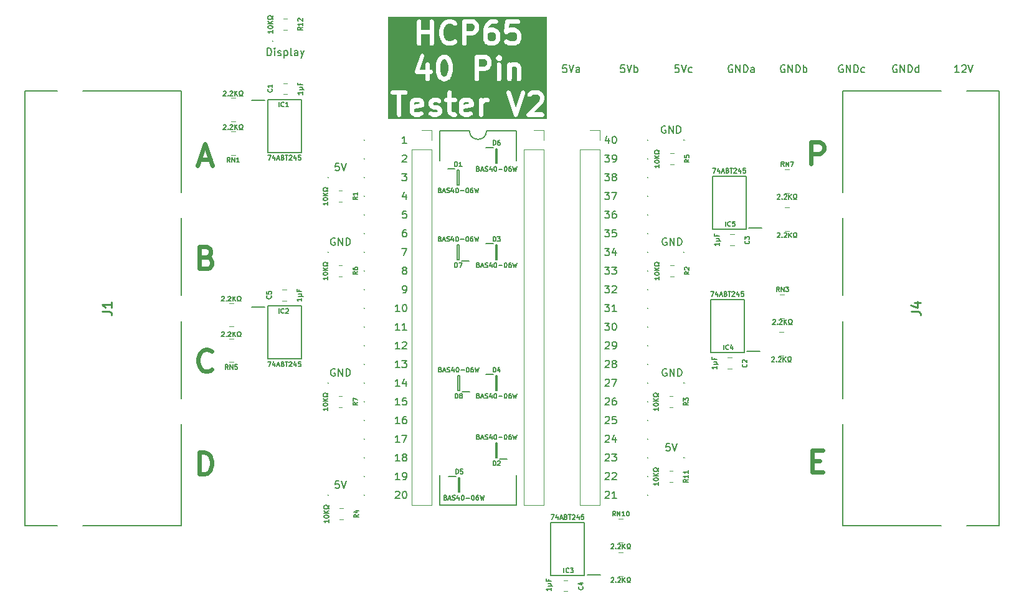
<source format=gto>
%TF.GenerationSoftware,KiCad,Pcbnew,9.0.4*%
%TF.CreationDate,2025-09-11T20:46:51+02:00*%
%TF.ProjectId,HCP65 40 Pin Tester,48435036-3520-4343-9020-50696e205465,V1*%
%TF.SameCoordinates,Original*%
%TF.FileFunction,Legend,Top*%
%TF.FilePolarity,Positive*%
%FSLAX46Y46*%
G04 Gerber Fmt 4.6, Leading zero omitted, Abs format (unit mm)*
G04 Created by KiCad (PCBNEW 9.0.4) date 2025-09-11 20:46:51*
%MOMM*%
%LPD*%
G01*
G04 APERTURE LIST*
%ADD10C,0.200000*%
%ADD11C,0.150000*%
%ADD12C,0.600000*%
%ADD13C,0.254000*%
%ADD14C,0.120000*%
%ADD15C,0.100000*%
G04 APERTURE END LIST*
D10*
X15835619Y8945780D02*
X15835619Y9945780D01*
X15835619Y9945780D02*
X16073714Y9945780D01*
X16073714Y9945780D02*
X16216571Y9898161D01*
X16216571Y9898161D02*
X16311809Y9802923D01*
X16311809Y9802923D02*
X16359428Y9707685D01*
X16359428Y9707685D02*
X16407047Y9517209D01*
X16407047Y9517209D02*
X16407047Y9374352D01*
X16407047Y9374352D02*
X16359428Y9183876D01*
X16359428Y9183876D02*
X16311809Y9088638D01*
X16311809Y9088638D02*
X16216571Y8993400D01*
X16216571Y8993400D02*
X16073714Y8945780D01*
X16073714Y8945780D02*
X15835619Y8945780D01*
X16835619Y8945780D02*
X16835619Y9612447D01*
X16835619Y9945780D02*
X16788000Y9898161D01*
X16788000Y9898161D02*
X16835619Y9850542D01*
X16835619Y9850542D02*
X16883238Y9898161D01*
X16883238Y9898161D02*
X16835619Y9945780D01*
X16835619Y9945780D02*
X16835619Y9850542D01*
X17264190Y8993400D02*
X17359428Y8945780D01*
X17359428Y8945780D02*
X17549904Y8945780D01*
X17549904Y8945780D02*
X17645142Y8993400D01*
X17645142Y8993400D02*
X17692761Y9088638D01*
X17692761Y9088638D02*
X17692761Y9136257D01*
X17692761Y9136257D02*
X17645142Y9231495D01*
X17645142Y9231495D02*
X17549904Y9279114D01*
X17549904Y9279114D02*
X17407047Y9279114D01*
X17407047Y9279114D02*
X17311809Y9326733D01*
X17311809Y9326733D02*
X17264190Y9421971D01*
X17264190Y9421971D02*
X17264190Y9469590D01*
X17264190Y9469590D02*
X17311809Y9564828D01*
X17311809Y9564828D02*
X17407047Y9612447D01*
X17407047Y9612447D02*
X17549904Y9612447D01*
X17549904Y9612447D02*
X17645142Y9564828D01*
X18121333Y9612447D02*
X18121333Y8612447D01*
X18121333Y9564828D02*
X18216571Y9612447D01*
X18216571Y9612447D02*
X18407047Y9612447D01*
X18407047Y9612447D02*
X18502285Y9564828D01*
X18502285Y9564828D02*
X18549904Y9517209D01*
X18549904Y9517209D02*
X18597523Y9421971D01*
X18597523Y9421971D02*
X18597523Y9136257D01*
X18597523Y9136257D02*
X18549904Y9041019D01*
X18549904Y9041019D02*
X18502285Y8993400D01*
X18502285Y8993400D02*
X18407047Y8945780D01*
X18407047Y8945780D02*
X18216571Y8945780D01*
X18216571Y8945780D02*
X18121333Y8993400D01*
X19168952Y8945780D02*
X19073714Y8993400D01*
X19073714Y8993400D02*
X19026095Y9088638D01*
X19026095Y9088638D02*
X19026095Y9945780D01*
X19978476Y8945780D02*
X19978476Y9469590D01*
X19978476Y9469590D02*
X19930857Y9564828D01*
X19930857Y9564828D02*
X19835619Y9612447D01*
X19835619Y9612447D02*
X19645143Y9612447D01*
X19645143Y9612447D02*
X19549905Y9564828D01*
X19978476Y8993400D02*
X19883238Y8945780D01*
X19883238Y8945780D02*
X19645143Y8945780D01*
X19645143Y8945780D02*
X19549905Y8993400D01*
X19549905Y8993400D02*
X19502286Y9088638D01*
X19502286Y9088638D02*
X19502286Y9183876D01*
X19502286Y9183876D02*
X19549905Y9279114D01*
X19549905Y9279114D02*
X19645143Y9326733D01*
X19645143Y9326733D02*
X19883238Y9326733D01*
X19883238Y9326733D02*
X19978476Y9374352D01*
X20359429Y9612447D02*
X20597524Y8945780D01*
X20835619Y9612447D02*
X20597524Y8945780D01*
X20597524Y8945780D02*
X20502286Y8707685D01*
X20502286Y8707685D02*
X20454667Y8660066D01*
X20454667Y8660066D02*
X20359429Y8612447D01*
X109870952Y6659780D02*
X109299524Y6659780D01*
X109585238Y6659780D02*
X109585238Y7659780D01*
X109585238Y7659780D02*
X109490000Y7516923D01*
X109490000Y7516923D02*
X109394762Y7421685D01*
X109394762Y7421685D02*
X109299524Y7374066D01*
X110251905Y7564542D02*
X110299524Y7612161D01*
X110299524Y7612161D02*
X110394762Y7659780D01*
X110394762Y7659780D02*
X110632857Y7659780D01*
X110632857Y7659780D02*
X110728095Y7612161D01*
X110728095Y7612161D02*
X110775714Y7564542D01*
X110775714Y7564542D02*
X110823333Y7469304D01*
X110823333Y7469304D02*
X110823333Y7374066D01*
X110823333Y7374066D02*
X110775714Y7231209D01*
X110775714Y7231209D02*
X110204286Y6659780D01*
X110204286Y6659780D02*
X110823333Y6659780D01*
X111109048Y7659780D02*
X111442381Y6659780D01*
X111442381Y6659780D02*
X111775714Y7659780D01*
X101401714Y7612161D02*
X101306476Y7659780D01*
X101306476Y7659780D02*
X101163619Y7659780D01*
X101163619Y7659780D02*
X101020762Y7612161D01*
X101020762Y7612161D02*
X100925524Y7516923D01*
X100925524Y7516923D02*
X100877905Y7421685D01*
X100877905Y7421685D02*
X100830286Y7231209D01*
X100830286Y7231209D02*
X100830286Y7088352D01*
X100830286Y7088352D02*
X100877905Y6897876D01*
X100877905Y6897876D02*
X100925524Y6802638D01*
X100925524Y6802638D02*
X101020762Y6707400D01*
X101020762Y6707400D02*
X101163619Y6659780D01*
X101163619Y6659780D02*
X101258857Y6659780D01*
X101258857Y6659780D02*
X101401714Y6707400D01*
X101401714Y6707400D02*
X101449333Y6755019D01*
X101449333Y6755019D02*
X101449333Y7088352D01*
X101449333Y7088352D02*
X101258857Y7088352D01*
X101877905Y6659780D02*
X101877905Y7659780D01*
X101877905Y7659780D02*
X102449333Y6659780D01*
X102449333Y6659780D02*
X102449333Y7659780D01*
X102925524Y6659780D02*
X102925524Y7659780D01*
X102925524Y7659780D02*
X103163619Y7659780D01*
X103163619Y7659780D02*
X103306476Y7612161D01*
X103306476Y7612161D02*
X103401714Y7516923D01*
X103401714Y7516923D02*
X103449333Y7421685D01*
X103449333Y7421685D02*
X103496952Y7231209D01*
X103496952Y7231209D02*
X103496952Y7088352D01*
X103496952Y7088352D02*
X103449333Y6897876D01*
X103449333Y6897876D02*
X103401714Y6802638D01*
X103401714Y6802638D02*
X103306476Y6707400D01*
X103306476Y6707400D02*
X103163619Y6659780D01*
X103163619Y6659780D02*
X102925524Y6659780D01*
X104354095Y6659780D02*
X104354095Y7659780D01*
X104354095Y6707400D02*
X104258857Y6659780D01*
X104258857Y6659780D02*
X104068381Y6659780D01*
X104068381Y6659780D02*
X103973143Y6707400D01*
X103973143Y6707400D02*
X103925524Y6755019D01*
X103925524Y6755019D02*
X103877905Y6850257D01*
X103877905Y6850257D02*
X103877905Y7135971D01*
X103877905Y7135971D02*
X103925524Y7231209D01*
X103925524Y7231209D02*
X103973143Y7278828D01*
X103973143Y7278828D02*
X104068381Y7326447D01*
X104068381Y7326447D02*
X104258857Y7326447D01*
X104258857Y7326447D02*
X104354095Y7278828D01*
X94059523Y7612161D02*
X93964285Y7659780D01*
X93964285Y7659780D02*
X93821428Y7659780D01*
X93821428Y7659780D02*
X93678571Y7612161D01*
X93678571Y7612161D02*
X93583333Y7516923D01*
X93583333Y7516923D02*
X93535714Y7421685D01*
X93535714Y7421685D02*
X93488095Y7231209D01*
X93488095Y7231209D02*
X93488095Y7088352D01*
X93488095Y7088352D02*
X93535714Y6897876D01*
X93535714Y6897876D02*
X93583333Y6802638D01*
X93583333Y6802638D02*
X93678571Y6707400D01*
X93678571Y6707400D02*
X93821428Y6659780D01*
X93821428Y6659780D02*
X93916666Y6659780D01*
X93916666Y6659780D02*
X94059523Y6707400D01*
X94059523Y6707400D02*
X94107142Y6755019D01*
X94107142Y6755019D02*
X94107142Y7088352D01*
X94107142Y7088352D02*
X93916666Y7088352D01*
X94535714Y6659780D02*
X94535714Y7659780D01*
X94535714Y7659780D02*
X95107142Y6659780D01*
X95107142Y6659780D02*
X95107142Y7659780D01*
X95583333Y6659780D02*
X95583333Y7659780D01*
X95583333Y7659780D02*
X95821428Y7659780D01*
X95821428Y7659780D02*
X95964285Y7612161D01*
X95964285Y7612161D02*
X96059523Y7516923D01*
X96059523Y7516923D02*
X96107142Y7421685D01*
X96107142Y7421685D02*
X96154761Y7231209D01*
X96154761Y7231209D02*
X96154761Y7088352D01*
X96154761Y7088352D02*
X96107142Y6897876D01*
X96107142Y6897876D02*
X96059523Y6802638D01*
X96059523Y6802638D02*
X95964285Y6707400D01*
X95964285Y6707400D02*
X95821428Y6659780D01*
X95821428Y6659780D02*
X95583333Y6659780D01*
X97011904Y6707400D02*
X96916666Y6659780D01*
X96916666Y6659780D02*
X96726190Y6659780D01*
X96726190Y6659780D02*
X96630952Y6707400D01*
X96630952Y6707400D02*
X96583333Y6755019D01*
X96583333Y6755019D02*
X96535714Y6850257D01*
X96535714Y6850257D02*
X96535714Y7135971D01*
X96535714Y7135971D02*
X96583333Y7231209D01*
X96583333Y7231209D02*
X96630952Y7278828D01*
X96630952Y7278828D02*
X96726190Y7326447D01*
X96726190Y7326447D02*
X96916666Y7326447D01*
X96916666Y7326447D02*
X97011904Y7278828D01*
X86161714Y7612161D02*
X86066476Y7659780D01*
X86066476Y7659780D02*
X85923619Y7659780D01*
X85923619Y7659780D02*
X85780762Y7612161D01*
X85780762Y7612161D02*
X85685524Y7516923D01*
X85685524Y7516923D02*
X85637905Y7421685D01*
X85637905Y7421685D02*
X85590286Y7231209D01*
X85590286Y7231209D02*
X85590286Y7088352D01*
X85590286Y7088352D02*
X85637905Y6897876D01*
X85637905Y6897876D02*
X85685524Y6802638D01*
X85685524Y6802638D02*
X85780762Y6707400D01*
X85780762Y6707400D02*
X85923619Y6659780D01*
X85923619Y6659780D02*
X86018857Y6659780D01*
X86018857Y6659780D02*
X86161714Y6707400D01*
X86161714Y6707400D02*
X86209333Y6755019D01*
X86209333Y6755019D02*
X86209333Y7088352D01*
X86209333Y7088352D02*
X86018857Y7088352D01*
X86637905Y6659780D02*
X86637905Y7659780D01*
X86637905Y7659780D02*
X87209333Y6659780D01*
X87209333Y6659780D02*
X87209333Y7659780D01*
X87685524Y6659780D02*
X87685524Y7659780D01*
X87685524Y7659780D02*
X87923619Y7659780D01*
X87923619Y7659780D02*
X88066476Y7612161D01*
X88066476Y7612161D02*
X88161714Y7516923D01*
X88161714Y7516923D02*
X88209333Y7421685D01*
X88209333Y7421685D02*
X88256952Y7231209D01*
X88256952Y7231209D02*
X88256952Y7088352D01*
X88256952Y7088352D02*
X88209333Y6897876D01*
X88209333Y6897876D02*
X88161714Y6802638D01*
X88161714Y6802638D02*
X88066476Y6707400D01*
X88066476Y6707400D02*
X87923619Y6659780D01*
X87923619Y6659780D02*
X87685524Y6659780D01*
X88685524Y6659780D02*
X88685524Y7659780D01*
X88685524Y7278828D02*
X88780762Y7326447D01*
X88780762Y7326447D02*
X88971238Y7326447D01*
X88971238Y7326447D02*
X89066476Y7278828D01*
X89066476Y7278828D02*
X89114095Y7231209D01*
X89114095Y7231209D02*
X89161714Y7135971D01*
X89161714Y7135971D02*
X89161714Y6850257D01*
X89161714Y6850257D02*
X89114095Y6755019D01*
X89114095Y6755019D02*
X89066476Y6707400D01*
X89066476Y6707400D02*
X88971238Y6659780D01*
X88971238Y6659780D02*
X88780762Y6659780D01*
X88780762Y6659780D02*
X88685524Y6707400D01*
X79049714Y7612161D02*
X78954476Y7659780D01*
X78954476Y7659780D02*
X78811619Y7659780D01*
X78811619Y7659780D02*
X78668762Y7612161D01*
X78668762Y7612161D02*
X78573524Y7516923D01*
X78573524Y7516923D02*
X78525905Y7421685D01*
X78525905Y7421685D02*
X78478286Y7231209D01*
X78478286Y7231209D02*
X78478286Y7088352D01*
X78478286Y7088352D02*
X78525905Y6897876D01*
X78525905Y6897876D02*
X78573524Y6802638D01*
X78573524Y6802638D02*
X78668762Y6707400D01*
X78668762Y6707400D02*
X78811619Y6659780D01*
X78811619Y6659780D02*
X78906857Y6659780D01*
X78906857Y6659780D02*
X79049714Y6707400D01*
X79049714Y6707400D02*
X79097333Y6755019D01*
X79097333Y6755019D02*
X79097333Y7088352D01*
X79097333Y7088352D02*
X78906857Y7088352D01*
X79525905Y6659780D02*
X79525905Y7659780D01*
X79525905Y7659780D02*
X80097333Y6659780D01*
X80097333Y6659780D02*
X80097333Y7659780D01*
X80573524Y6659780D02*
X80573524Y7659780D01*
X80573524Y7659780D02*
X80811619Y7659780D01*
X80811619Y7659780D02*
X80954476Y7612161D01*
X80954476Y7612161D02*
X81049714Y7516923D01*
X81049714Y7516923D02*
X81097333Y7421685D01*
X81097333Y7421685D02*
X81144952Y7231209D01*
X81144952Y7231209D02*
X81144952Y7088352D01*
X81144952Y7088352D02*
X81097333Y6897876D01*
X81097333Y6897876D02*
X81049714Y6802638D01*
X81049714Y6802638D02*
X80954476Y6707400D01*
X80954476Y6707400D02*
X80811619Y6659780D01*
X80811619Y6659780D02*
X80573524Y6659780D01*
X82002095Y6659780D02*
X82002095Y7183590D01*
X82002095Y7183590D02*
X81954476Y7278828D01*
X81954476Y7278828D02*
X81859238Y7326447D01*
X81859238Y7326447D02*
X81668762Y7326447D01*
X81668762Y7326447D02*
X81573524Y7278828D01*
X82002095Y6707400D02*
X81906857Y6659780D01*
X81906857Y6659780D02*
X81668762Y6659780D01*
X81668762Y6659780D02*
X81573524Y6707400D01*
X81573524Y6707400D02*
X81525905Y6802638D01*
X81525905Y6802638D02*
X81525905Y6897876D01*
X81525905Y6897876D02*
X81573524Y6993114D01*
X81573524Y6993114D02*
X81668762Y7040733D01*
X81668762Y7040733D02*
X81906857Y7040733D01*
X81906857Y7040733D02*
X82002095Y7088352D01*
X71770952Y7659780D02*
X71294762Y7659780D01*
X71294762Y7659780D02*
X71247143Y7183590D01*
X71247143Y7183590D02*
X71294762Y7231209D01*
X71294762Y7231209D02*
X71390000Y7278828D01*
X71390000Y7278828D02*
X71628095Y7278828D01*
X71628095Y7278828D02*
X71723333Y7231209D01*
X71723333Y7231209D02*
X71770952Y7183590D01*
X71770952Y7183590D02*
X71818571Y7088352D01*
X71818571Y7088352D02*
X71818571Y6850257D01*
X71818571Y6850257D02*
X71770952Y6755019D01*
X71770952Y6755019D02*
X71723333Y6707400D01*
X71723333Y6707400D02*
X71628095Y6659780D01*
X71628095Y6659780D02*
X71390000Y6659780D01*
X71390000Y6659780D02*
X71294762Y6707400D01*
X71294762Y6707400D02*
X71247143Y6755019D01*
X72104286Y7659780D02*
X72437619Y6659780D01*
X72437619Y6659780D02*
X72770952Y7659780D01*
X73532857Y6707400D02*
X73437619Y6659780D01*
X73437619Y6659780D02*
X73247143Y6659780D01*
X73247143Y6659780D02*
X73151905Y6707400D01*
X73151905Y6707400D02*
X73104286Y6755019D01*
X73104286Y6755019D02*
X73056667Y6850257D01*
X73056667Y6850257D02*
X73056667Y7135971D01*
X73056667Y7135971D02*
X73104286Y7231209D01*
X73104286Y7231209D02*
X73151905Y7278828D01*
X73151905Y7278828D02*
X73247143Y7326447D01*
X73247143Y7326447D02*
X73437619Y7326447D01*
X73437619Y7326447D02*
X73532857Y7278828D01*
X64381142Y7659780D02*
X63904952Y7659780D01*
X63904952Y7659780D02*
X63857333Y7183590D01*
X63857333Y7183590D02*
X63904952Y7231209D01*
X63904952Y7231209D02*
X64000190Y7278828D01*
X64000190Y7278828D02*
X64238285Y7278828D01*
X64238285Y7278828D02*
X64333523Y7231209D01*
X64333523Y7231209D02*
X64381142Y7183590D01*
X64381142Y7183590D02*
X64428761Y7088352D01*
X64428761Y7088352D02*
X64428761Y6850257D01*
X64428761Y6850257D02*
X64381142Y6755019D01*
X64381142Y6755019D02*
X64333523Y6707400D01*
X64333523Y6707400D02*
X64238285Y6659780D01*
X64238285Y6659780D02*
X64000190Y6659780D01*
X64000190Y6659780D02*
X63904952Y6707400D01*
X63904952Y6707400D02*
X63857333Y6755019D01*
X64714476Y7659780D02*
X65047809Y6659780D01*
X65047809Y6659780D02*
X65381142Y7659780D01*
X65714476Y6659780D02*
X65714476Y7659780D01*
X65714476Y7278828D02*
X65809714Y7326447D01*
X65809714Y7326447D02*
X66000190Y7326447D01*
X66000190Y7326447D02*
X66095428Y7278828D01*
X66095428Y7278828D02*
X66143047Y7231209D01*
X66143047Y7231209D02*
X66190666Y7135971D01*
X66190666Y7135971D02*
X66190666Y6850257D01*
X66190666Y6850257D02*
X66143047Y6755019D01*
X66143047Y6755019D02*
X66095428Y6707400D01*
X66095428Y6707400D02*
X66000190Y6659780D01*
X66000190Y6659780D02*
X65809714Y6659780D01*
X65809714Y6659780D02*
X65714476Y6707400D01*
X56507142Y7659780D02*
X56030952Y7659780D01*
X56030952Y7659780D02*
X55983333Y7183590D01*
X55983333Y7183590D02*
X56030952Y7231209D01*
X56030952Y7231209D02*
X56126190Y7278828D01*
X56126190Y7278828D02*
X56364285Y7278828D01*
X56364285Y7278828D02*
X56459523Y7231209D01*
X56459523Y7231209D02*
X56507142Y7183590D01*
X56507142Y7183590D02*
X56554761Y7088352D01*
X56554761Y7088352D02*
X56554761Y6850257D01*
X56554761Y6850257D02*
X56507142Y6755019D01*
X56507142Y6755019D02*
X56459523Y6707400D01*
X56459523Y6707400D02*
X56364285Y6659780D01*
X56364285Y6659780D02*
X56126190Y6659780D01*
X56126190Y6659780D02*
X56030952Y6707400D01*
X56030952Y6707400D02*
X55983333Y6755019D01*
X56840476Y7659780D02*
X57173809Y6659780D01*
X57173809Y6659780D02*
X57507142Y7659780D01*
X58269047Y6659780D02*
X58269047Y7183590D01*
X58269047Y7183590D02*
X58221428Y7278828D01*
X58221428Y7278828D02*
X58126190Y7326447D01*
X58126190Y7326447D02*
X57935714Y7326447D01*
X57935714Y7326447D02*
X57840476Y7278828D01*
X58269047Y6707400D02*
X58173809Y6659780D01*
X58173809Y6659780D02*
X57935714Y6659780D01*
X57935714Y6659780D02*
X57840476Y6707400D01*
X57840476Y6707400D02*
X57792857Y6802638D01*
X57792857Y6802638D02*
X57792857Y6897876D01*
X57792857Y6897876D02*
X57840476Y6993114D01*
X57840476Y6993114D02*
X57935714Y7040733D01*
X57935714Y7040733D02*
X58173809Y7040733D01*
X58173809Y7040733D02*
X58269047Y7088352D01*
D11*
X49701274Y-52196999D02*
X39243000Y-52197000D01*
X39243000Y-52197000D02*
X39243000Y-48133000D01*
X49701274Y-1270000D02*
X45637274Y-1270000D01*
X39243000Y-1270000D02*
X43307000Y-1270000D01*
X45637274Y-1270000D02*
G75*
G02*
X43307000Y-1270000I-1165137J0D01*
G01*
X39243000Y-1270000D02*
X39243000Y-5334000D01*
X49701274Y-52196999D02*
X49701273Y-48133000D01*
X49701274Y-1270000D02*
X49701274Y-5334000D01*
X25590523Y-48857819D02*
X25114333Y-48857819D01*
X25114333Y-48857819D02*
X25066714Y-49334009D01*
X25066714Y-49334009D02*
X25114333Y-49286390D01*
X25114333Y-49286390D02*
X25209571Y-49238771D01*
X25209571Y-49238771D02*
X25447666Y-49238771D01*
X25447666Y-49238771D02*
X25542904Y-49286390D01*
X25542904Y-49286390D02*
X25590523Y-49334009D01*
X25590523Y-49334009D02*
X25638142Y-49429247D01*
X25638142Y-49429247D02*
X25638142Y-49667342D01*
X25638142Y-49667342D02*
X25590523Y-49762580D01*
X25590523Y-49762580D02*
X25542904Y-49810200D01*
X25542904Y-49810200D02*
X25447666Y-49857819D01*
X25447666Y-49857819D02*
X25209571Y-49857819D01*
X25209571Y-49857819D02*
X25114333Y-49810200D01*
X25114333Y-49810200D02*
X25066714Y-49762580D01*
X25923857Y-48857819D02*
X26257190Y-49857819D01*
X26257190Y-49857819D02*
X26590523Y-48857819D01*
X33810458Y-28394819D02*
X33239030Y-28394819D01*
X33524744Y-28394819D02*
X33524744Y-27394819D01*
X33524744Y-27394819D02*
X33429506Y-27537676D01*
X33429506Y-27537676D02*
X33334268Y-27632914D01*
X33334268Y-27632914D02*
X33239030Y-27680533D01*
X34762839Y-28394819D02*
X34191411Y-28394819D01*
X34477125Y-28394819D02*
X34477125Y-27394819D01*
X34477125Y-27394819D02*
X34381887Y-27537676D01*
X34381887Y-27537676D02*
X34286649Y-27632914D01*
X34286649Y-27632914D02*
X34191411Y-27680533D01*
X25019095Y-15885438D02*
X24923857Y-15837819D01*
X24923857Y-15837819D02*
X24781000Y-15837819D01*
X24781000Y-15837819D02*
X24638143Y-15885438D01*
X24638143Y-15885438D02*
X24542905Y-15980676D01*
X24542905Y-15980676D02*
X24495286Y-16075914D01*
X24495286Y-16075914D02*
X24447667Y-16266390D01*
X24447667Y-16266390D02*
X24447667Y-16409247D01*
X24447667Y-16409247D02*
X24495286Y-16599723D01*
X24495286Y-16599723D02*
X24542905Y-16694961D01*
X24542905Y-16694961D02*
X24638143Y-16790200D01*
X24638143Y-16790200D02*
X24781000Y-16837819D01*
X24781000Y-16837819D02*
X24876238Y-16837819D01*
X24876238Y-16837819D02*
X25019095Y-16790200D01*
X25019095Y-16790200D02*
X25066714Y-16742580D01*
X25066714Y-16742580D02*
X25066714Y-16409247D01*
X25066714Y-16409247D02*
X24876238Y-16409247D01*
X25495286Y-16837819D02*
X25495286Y-15837819D01*
X25495286Y-15837819D02*
X26066714Y-16837819D01*
X26066714Y-16837819D02*
X26066714Y-15837819D01*
X26542905Y-16837819D02*
X26542905Y-15837819D01*
X26542905Y-15837819D02*
X26781000Y-15837819D01*
X26781000Y-15837819D02*
X26923857Y-15885438D01*
X26923857Y-15885438D02*
X27019095Y-15980676D01*
X27019095Y-15980676D02*
X27066714Y-16075914D01*
X27066714Y-16075914D02*
X27114333Y-16266390D01*
X27114333Y-16266390D02*
X27114333Y-16409247D01*
X27114333Y-16409247D02*
X27066714Y-16599723D01*
X27066714Y-16599723D02*
X27019095Y-16694961D01*
X27019095Y-16694961D02*
X26923857Y-16790200D01*
X26923857Y-16790200D02*
X26781000Y-16837819D01*
X26781000Y-16837819D02*
X26542905Y-16837819D01*
X62233350Y-2328152D02*
X62233350Y-2994819D01*
X61995255Y-1947200D02*
X61757160Y-2661485D01*
X61757160Y-2661485D02*
X62376207Y-2661485D01*
X62947636Y-1994819D02*
X63042874Y-1994819D01*
X63042874Y-1994819D02*
X63138112Y-2042438D01*
X63138112Y-2042438D02*
X63185731Y-2090057D01*
X63185731Y-2090057D02*
X63233350Y-2185295D01*
X63233350Y-2185295D02*
X63280969Y-2375771D01*
X63280969Y-2375771D02*
X63280969Y-2613866D01*
X63280969Y-2613866D02*
X63233350Y-2804342D01*
X63233350Y-2804342D02*
X63185731Y-2899580D01*
X63185731Y-2899580D02*
X63138112Y-2947200D01*
X63138112Y-2947200D02*
X63042874Y-2994819D01*
X63042874Y-2994819D02*
X62947636Y-2994819D01*
X62947636Y-2994819D02*
X62852398Y-2947200D01*
X62852398Y-2947200D02*
X62804779Y-2899580D01*
X62804779Y-2899580D02*
X62757160Y-2804342D01*
X62757160Y-2804342D02*
X62709541Y-2613866D01*
X62709541Y-2613866D02*
X62709541Y-2375771D01*
X62709541Y-2375771D02*
X62757160Y-2185295D01*
X62757160Y-2185295D02*
X62804779Y-2090057D01*
X62804779Y-2090057D02*
X62852398Y-2042438D01*
X62852398Y-2042438D02*
X62947636Y-1994819D01*
X33810458Y-30934819D02*
X33239030Y-30934819D01*
X33524744Y-30934819D02*
X33524744Y-29934819D01*
X33524744Y-29934819D02*
X33429506Y-30077676D01*
X33429506Y-30077676D02*
X33334268Y-30172914D01*
X33334268Y-30172914D02*
X33239030Y-30220533D01*
X34191411Y-30030057D02*
X34239030Y-29982438D01*
X34239030Y-29982438D02*
X34334268Y-29934819D01*
X34334268Y-29934819D02*
X34572363Y-29934819D01*
X34572363Y-29934819D02*
X34667601Y-29982438D01*
X34667601Y-29982438D02*
X34715220Y-30030057D01*
X34715220Y-30030057D02*
X34762839Y-30125295D01*
X34762839Y-30125295D02*
X34762839Y-30220533D01*
X34762839Y-30220533D02*
X34715220Y-30363390D01*
X34715220Y-30363390D02*
X34143792Y-30934819D01*
X34143792Y-30934819D02*
X34762839Y-30934819D01*
X61757160Y-47810057D02*
X61804779Y-47762438D01*
X61804779Y-47762438D02*
X61900017Y-47714819D01*
X61900017Y-47714819D02*
X62138112Y-47714819D01*
X62138112Y-47714819D02*
X62233350Y-47762438D01*
X62233350Y-47762438D02*
X62280969Y-47810057D01*
X62280969Y-47810057D02*
X62328588Y-47905295D01*
X62328588Y-47905295D02*
X62328588Y-48000533D01*
X62328588Y-48000533D02*
X62280969Y-48143390D01*
X62280969Y-48143390D02*
X61709541Y-48714819D01*
X61709541Y-48714819D02*
X62328588Y-48714819D01*
X62709541Y-47810057D02*
X62757160Y-47762438D01*
X62757160Y-47762438D02*
X62852398Y-47714819D01*
X62852398Y-47714819D02*
X63090493Y-47714819D01*
X63090493Y-47714819D02*
X63185731Y-47762438D01*
X63185731Y-47762438D02*
X63233350Y-47810057D01*
X63233350Y-47810057D02*
X63280969Y-47905295D01*
X63280969Y-47905295D02*
X63280969Y-48000533D01*
X63280969Y-48000533D02*
X63233350Y-48143390D01*
X63233350Y-48143390D02*
X62661922Y-48714819D01*
X62661922Y-48714819D02*
X63280969Y-48714819D01*
D12*
X89908142Y-46140228D02*
X90908142Y-46140228D01*
X91336714Y-47711657D02*
X89908142Y-47711657D01*
X89908142Y-47711657D02*
X89908142Y-44711657D01*
X89908142Y-44711657D02*
X91336714Y-44711657D01*
X7580285Y-18443557D02*
X8008857Y-18586414D01*
X8008857Y-18586414D02*
X8151714Y-18729271D01*
X8151714Y-18729271D02*
X8294571Y-19014986D01*
X8294571Y-19014986D02*
X8294571Y-19443557D01*
X8294571Y-19443557D02*
X8151714Y-19729271D01*
X8151714Y-19729271D02*
X8008857Y-19872129D01*
X8008857Y-19872129D02*
X7723142Y-20014986D01*
X7723142Y-20014986D02*
X6580285Y-20014986D01*
X6580285Y-20014986D02*
X6580285Y-17014986D01*
X6580285Y-17014986D02*
X7580285Y-17014986D01*
X7580285Y-17014986D02*
X7866000Y-17157843D01*
X7866000Y-17157843D02*
X8008857Y-17300700D01*
X8008857Y-17300700D02*
X8151714Y-17586414D01*
X8151714Y-17586414D02*
X8151714Y-17872129D01*
X8151714Y-17872129D02*
X8008857Y-18157843D01*
X8008857Y-18157843D02*
X7866000Y-18300700D01*
X7866000Y-18300700D02*
X7580285Y-18443557D01*
X7580285Y-18443557D02*
X6580285Y-18443557D01*
D11*
X69961095Y-645438D02*
X69865857Y-597819D01*
X69865857Y-597819D02*
X69723000Y-597819D01*
X69723000Y-597819D02*
X69580143Y-645438D01*
X69580143Y-645438D02*
X69484905Y-740676D01*
X69484905Y-740676D02*
X69437286Y-835914D01*
X69437286Y-835914D02*
X69389667Y-1026390D01*
X69389667Y-1026390D02*
X69389667Y-1169247D01*
X69389667Y-1169247D02*
X69437286Y-1359723D01*
X69437286Y-1359723D02*
X69484905Y-1454961D01*
X69484905Y-1454961D02*
X69580143Y-1550200D01*
X69580143Y-1550200D02*
X69723000Y-1597819D01*
X69723000Y-1597819D02*
X69818238Y-1597819D01*
X69818238Y-1597819D02*
X69961095Y-1550200D01*
X69961095Y-1550200D02*
X70008714Y-1502580D01*
X70008714Y-1502580D02*
X70008714Y-1169247D01*
X70008714Y-1169247D02*
X69818238Y-1169247D01*
X70437286Y-1597819D02*
X70437286Y-597819D01*
X70437286Y-597819D02*
X71008714Y-1597819D01*
X71008714Y-1597819D02*
X71008714Y-597819D01*
X71484905Y-1597819D02*
X71484905Y-597819D01*
X71484905Y-597819D02*
X71723000Y-597819D01*
X71723000Y-597819D02*
X71865857Y-645438D01*
X71865857Y-645438D02*
X71961095Y-740676D01*
X71961095Y-740676D02*
X72008714Y-835914D01*
X72008714Y-835914D02*
X72056333Y-1026390D01*
X72056333Y-1026390D02*
X72056333Y-1169247D01*
X72056333Y-1169247D02*
X72008714Y-1359723D01*
X72008714Y-1359723D02*
X71961095Y-1454961D01*
X71961095Y-1454961D02*
X71865857Y-1550200D01*
X71865857Y-1550200D02*
X71723000Y-1597819D01*
X71723000Y-1597819D02*
X71484905Y-1597819D01*
X25590523Y-5677819D02*
X25114333Y-5677819D01*
X25114333Y-5677819D02*
X25066714Y-6154009D01*
X25066714Y-6154009D02*
X25114333Y-6106390D01*
X25114333Y-6106390D02*
X25209571Y-6058771D01*
X25209571Y-6058771D02*
X25447666Y-6058771D01*
X25447666Y-6058771D02*
X25542904Y-6106390D01*
X25542904Y-6106390D02*
X25590523Y-6154009D01*
X25590523Y-6154009D02*
X25638142Y-6249247D01*
X25638142Y-6249247D02*
X25638142Y-6487342D01*
X25638142Y-6487342D02*
X25590523Y-6582580D01*
X25590523Y-6582580D02*
X25542904Y-6630200D01*
X25542904Y-6630200D02*
X25447666Y-6677819D01*
X25447666Y-6677819D02*
X25209571Y-6677819D01*
X25209571Y-6677819D02*
X25114333Y-6630200D01*
X25114333Y-6630200D02*
X25066714Y-6582580D01*
X25923857Y-5677819D02*
X26257190Y-6677819D01*
X26257190Y-6677819D02*
X26590523Y-5677819D01*
X34667601Y-14694819D02*
X34477125Y-14694819D01*
X34477125Y-14694819D02*
X34381887Y-14742438D01*
X34381887Y-14742438D02*
X34334268Y-14790057D01*
X34334268Y-14790057D02*
X34239030Y-14932914D01*
X34239030Y-14932914D02*
X34191411Y-15123390D01*
X34191411Y-15123390D02*
X34191411Y-15504342D01*
X34191411Y-15504342D02*
X34239030Y-15599580D01*
X34239030Y-15599580D02*
X34286649Y-15647200D01*
X34286649Y-15647200D02*
X34381887Y-15694819D01*
X34381887Y-15694819D02*
X34572363Y-15694819D01*
X34572363Y-15694819D02*
X34667601Y-15647200D01*
X34667601Y-15647200D02*
X34715220Y-15599580D01*
X34715220Y-15599580D02*
X34762839Y-15504342D01*
X34762839Y-15504342D02*
X34762839Y-15266247D01*
X34762839Y-15266247D02*
X34715220Y-15171009D01*
X34715220Y-15171009D02*
X34667601Y-15123390D01*
X34667601Y-15123390D02*
X34572363Y-15075771D01*
X34572363Y-15075771D02*
X34381887Y-15075771D01*
X34381887Y-15075771D02*
X34286649Y-15123390D01*
X34286649Y-15123390D02*
X34239030Y-15171009D01*
X34239030Y-15171009D02*
X34191411Y-15266247D01*
X34762839Y-2994819D02*
X34191411Y-2994819D01*
X34477125Y-2994819D02*
X34477125Y-1994819D01*
X34477125Y-1994819D02*
X34381887Y-2137676D01*
X34381887Y-2137676D02*
X34286649Y-2232914D01*
X34286649Y-2232914D02*
X34191411Y-2280533D01*
X33810458Y-43634819D02*
X33239030Y-43634819D01*
X33524744Y-43634819D02*
X33524744Y-42634819D01*
X33524744Y-42634819D02*
X33429506Y-42777676D01*
X33429506Y-42777676D02*
X33334268Y-42872914D01*
X33334268Y-42872914D02*
X33239030Y-42920533D01*
X34143792Y-42634819D02*
X34810458Y-42634819D01*
X34810458Y-42634819D02*
X34381887Y-43634819D01*
X61757160Y-30030057D02*
X61804779Y-29982438D01*
X61804779Y-29982438D02*
X61900017Y-29934819D01*
X61900017Y-29934819D02*
X62138112Y-29934819D01*
X62138112Y-29934819D02*
X62233350Y-29982438D01*
X62233350Y-29982438D02*
X62280969Y-30030057D01*
X62280969Y-30030057D02*
X62328588Y-30125295D01*
X62328588Y-30125295D02*
X62328588Y-30220533D01*
X62328588Y-30220533D02*
X62280969Y-30363390D01*
X62280969Y-30363390D02*
X61709541Y-30934819D01*
X61709541Y-30934819D02*
X62328588Y-30934819D01*
X62804779Y-30934819D02*
X62995255Y-30934819D01*
X62995255Y-30934819D02*
X63090493Y-30887200D01*
X63090493Y-30887200D02*
X63138112Y-30839580D01*
X63138112Y-30839580D02*
X63233350Y-30696723D01*
X63233350Y-30696723D02*
X63280969Y-30506247D01*
X63280969Y-30506247D02*
X63280969Y-30125295D01*
X63280969Y-30125295D02*
X63233350Y-30030057D01*
X63233350Y-30030057D02*
X63185731Y-29982438D01*
X63185731Y-29982438D02*
X63090493Y-29934819D01*
X63090493Y-29934819D02*
X62900017Y-29934819D01*
X62900017Y-29934819D02*
X62804779Y-29982438D01*
X62804779Y-29982438D02*
X62757160Y-30030057D01*
X62757160Y-30030057D02*
X62709541Y-30125295D01*
X62709541Y-30125295D02*
X62709541Y-30363390D01*
X62709541Y-30363390D02*
X62757160Y-30458628D01*
X62757160Y-30458628D02*
X62804779Y-30506247D01*
X62804779Y-30506247D02*
X62900017Y-30553866D01*
X62900017Y-30553866D02*
X63090493Y-30553866D01*
X63090493Y-30553866D02*
X63185731Y-30506247D01*
X63185731Y-30506247D02*
X63233350Y-30458628D01*
X63233350Y-30458628D02*
X63280969Y-30363390D01*
X34381887Y-20203390D02*
X34286649Y-20155771D01*
X34286649Y-20155771D02*
X34239030Y-20108152D01*
X34239030Y-20108152D02*
X34191411Y-20012914D01*
X34191411Y-20012914D02*
X34191411Y-19965295D01*
X34191411Y-19965295D02*
X34239030Y-19870057D01*
X34239030Y-19870057D02*
X34286649Y-19822438D01*
X34286649Y-19822438D02*
X34381887Y-19774819D01*
X34381887Y-19774819D02*
X34572363Y-19774819D01*
X34572363Y-19774819D02*
X34667601Y-19822438D01*
X34667601Y-19822438D02*
X34715220Y-19870057D01*
X34715220Y-19870057D02*
X34762839Y-19965295D01*
X34762839Y-19965295D02*
X34762839Y-20012914D01*
X34762839Y-20012914D02*
X34715220Y-20108152D01*
X34715220Y-20108152D02*
X34667601Y-20155771D01*
X34667601Y-20155771D02*
X34572363Y-20203390D01*
X34572363Y-20203390D02*
X34381887Y-20203390D01*
X34381887Y-20203390D02*
X34286649Y-20251009D01*
X34286649Y-20251009D02*
X34239030Y-20298628D01*
X34239030Y-20298628D02*
X34191411Y-20393866D01*
X34191411Y-20393866D02*
X34191411Y-20584342D01*
X34191411Y-20584342D02*
X34239030Y-20679580D01*
X34239030Y-20679580D02*
X34286649Y-20727200D01*
X34286649Y-20727200D02*
X34381887Y-20774819D01*
X34381887Y-20774819D02*
X34572363Y-20774819D01*
X34572363Y-20774819D02*
X34667601Y-20727200D01*
X34667601Y-20727200D02*
X34715220Y-20679580D01*
X34715220Y-20679580D02*
X34762839Y-20584342D01*
X34762839Y-20584342D02*
X34762839Y-20393866D01*
X34762839Y-20393866D02*
X34715220Y-20298628D01*
X34715220Y-20298628D02*
X34667601Y-20251009D01*
X34667601Y-20251009D02*
X34572363Y-20203390D01*
X34191411Y-4630057D02*
X34239030Y-4582438D01*
X34239030Y-4582438D02*
X34334268Y-4534819D01*
X34334268Y-4534819D02*
X34572363Y-4534819D01*
X34572363Y-4534819D02*
X34667601Y-4582438D01*
X34667601Y-4582438D02*
X34715220Y-4630057D01*
X34715220Y-4630057D02*
X34762839Y-4725295D01*
X34762839Y-4725295D02*
X34762839Y-4820533D01*
X34762839Y-4820533D02*
X34715220Y-4963390D01*
X34715220Y-4963390D02*
X34143792Y-5534819D01*
X34143792Y-5534819D02*
X34762839Y-5534819D01*
X61757160Y-42730057D02*
X61804779Y-42682438D01*
X61804779Y-42682438D02*
X61900017Y-42634819D01*
X61900017Y-42634819D02*
X62138112Y-42634819D01*
X62138112Y-42634819D02*
X62233350Y-42682438D01*
X62233350Y-42682438D02*
X62280969Y-42730057D01*
X62280969Y-42730057D02*
X62328588Y-42825295D01*
X62328588Y-42825295D02*
X62328588Y-42920533D01*
X62328588Y-42920533D02*
X62280969Y-43063390D01*
X62280969Y-43063390D02*
X61709541Y-43634819D01*
X61709541Y-43634819D02*
X62328588Y-43634819D01*
X63185731Y-42968152D02*
X63185731Y-43634819D01*
X62947636Y-42587200D02*
X62709541Y-43301485D01*
X62709541Y-43301485D02*
X63328588Y-43301485D01*
D12*
X89765285Y-5801657D02*
X89765285Y-2801657D01*
X89765285Y-2801657D02*
X90908142Y-2801657D01*
X90908142Y-2801657D02*
X91193857Y-2944514D01*
X91193857Y-2944514D02*
X91336714Y-3087371D01*
X91336714Y-3087371D02*
X91479571Y-3373085D01*
X91479571Y-3373085D02*
X91479571Y-3801657D01*
X91479571Y-3801657D02*
X91336714Y-4087371D01*
X91336714Y-4087371D02*
X91193857Y-4230228D01*
X91193857Y-4230228D02*
X90908142Y-4373085D01*
X90908142Y-4373085D02*
X89765285Y-4373085D01*
D11*
X33810458Y-48714819D02*
X33239030Y-48714819D01*
X33524744Y-48714819D02*
X33524744Y-47714819D01*
X33524744Y-47714819D02*
X33429506Y-47857676D01*
X33429506Y-47857676D02*
X33334268Y-47952914D01*
X33334268Y-47952914D02*
X33239030Y-48000533D01*
X34286649Y-48714819D02*
X34477125Y-48714819D01*
X34477125Y-48714819D02*
X34572363Y-48667200D01*
X34572363Y-48667200D02*
X34619982Y-48619580D01*
X34619982Y-48619580D02*
X34715220Y-48476723D01*
X34715220Y-48476723D02*
X34762839Y-48286247D01*
X34762839Y-48286247D02*
X34762839Y-47905295D01*
X34762839Y-47905295D02*
X34715220Y-47810057D01*
X34715220Y-47810057D02*
X34667601Y-47762438D01*
X34667601Y-47762438D02*
X34572363Y-47714819D01*
X34572363Y-47714819D02*
X34381887Y-47714819D01*
X34381887Y-47714819D02*
X34286649Y-47762438D01*
X34286649Y-47762438D02*
X34239030Y-47810057D01*
X34239030Y-47810057D02*
X34191411Y-47905295D01*
X34191411Y-47905295D02*
X34191411Y-48143390D01*
X34191411Y-48143390D02*
X34239030Y-48238628D01*
X34239030Y-48238628D02*
X34286649Y-48286247D01*
X34286649Y-48286247D02*
X34381887Y-48333866D01*
X34381887Y-48333866D02*
X34572363Y-48333866D01*
X34572363Y-48333866D02*
X34667601Y-48286247D01*
X34667601Y-48286247D02*
X34715220Y-48238628D01*
X34715220Y-48238628D02*
X34762839Y-48143390D01*
D12*
X6580285Y-47954986D02*
X6580285Y-44954986D01*
X6580285Y-44954986D02*
X7294571Y-44954986D01*
X7294571Y-44954986D02*
X7723142Y-45097843D01*
X7723142Y-45097843D02*
X8008857Y-45383557D01*
X8008857Y-45383557D02*
X8151714Y-45669271D01*
X8151714Y-45669271D02*
X8294571Y-46240700D01*
X8294571Y-46240700D02*
X8294571Y-46669271D01*
X8294571Y-46669271D02*
X8151714Y-47240700D01*
X8151714Y-47240700D02*
X8008857Y-47526414D01*
X8008857Y-47526414D02*
X7723142Y-47812129D01*
X7723142Y-47812129D02*
X7294571Y-47954986D01*
X7294571Y-47954986D02*
X6580285Y-47954986D01*
D11*
X33810458Y-41094819D02*
X33239030Y-41094819D01*
X33524744Y-41094819D02*
X33524744Y-40094819D01*
X33524744Y-40094819D02*
X33429506Y-40237676D01*
X33429506Y-40237676D02*
X33334268Y-40332914D01*
X33334268Y-40332914D02*
X33239030Y-40380533D01*
X34667601Y-40094819D02*
X34477125Y-40094819D01*
X34477125Y-40094819D02*
X34381887Y-40142438D01*
X34381887Y-40142438D02*
X34334268Y-40190057D01*
X34334268Y-40190057D02*
X34239030Y-40332914D01*
X34239030Y-40332914D02*
X34191411Y-40523390D01*
X34191411Y-40523390D02*
X34191411Y-40904342D01*
X34191411Y-40904342D02*
X34239030Y-40999580D01*
X34239030Y-40999580D02*
X34286649Y-41047200D01*
X34286649Y-41047200D02*
X34381887Y-41094819D01*
X34381887Y-41094819D02*
X34572363Y-41094819D01*
X34572363Y-41094819D02*
X34667601Y-41047200D01*
X34667601Y-41047200D02*
X34715220Y-40999580D01*
X34715220Y-40999580D02*
X34762839Y-40904342D01*
X34762839Y-40904342D02*
X34762839Y-40666247D01*
X34762839Y-40666247D02*
X34715220Y-40571009D01*
X34715220Y-40571009D02*
X34667601Y-40523390D01*
X34667601Y-40523390D02*
X34572363Y-40475771D01*
X34572363Y-40475771D02*
X34381887Y-40475771D01*
X34381887Y-40475771D02*
X34286649Y-40523390D01*
X34286649Y-40523390D02*
X34239030Y-40571009D01*
X34239030Y-40571009D02*
X34191411Y-40666247D01*
X61757160Y-37650057D02*
X61804779Y-37602438D01*
X61804779Y-37602438D02*
X61900017Y-37554819D01*
X61900017Y-37554819D02*
X62138112Y-37554819D01*
X62138112Y-37554819D02*
X62233350Y-37602438D01*
X62233350Y-37602438D02*
X62280969Y-37650057D01*
X62280969Y-37650057D02*
X62328588Y-37745295D01*
X62328588Y-37745295D02*
X62328588Y-37840533D01*
X62328588Y-37840533D02*
X62280969Y-37983390D01*
X62280969Y-37983390D02*
X61709541Y-38554819D01*
X61709541Y-38554819D02*
X62328588Y-38554819D01*
X63185731Y-37554819D02*
X62995255Y-37554819D01*
X62995255Y-37554819D02*
X62900017Y-37602438D01*
X62900017Y-37602438D02*
X62852398Y-37650057D01*
X62852398Y-37650057D02*
X62757160Y-37792914D01*
X62757160Y-37792914D02*
X62709541Y-37983390D01*
X62709541Y-37983390D02*
X62709541Y-38364342D01*
X62709541Y-38364342D02*
X62757160Y-38459580D01*
X62757160Y-38459580D02*
X62804779Y-38507200D01*
X62804779Y-38507200D02*
X62900017Y-38554819D01*
X62900017Y-38554819D02*
X63090493Y-38554819D01*
X63090493Y-38554819D02*
X63185731Y-38507200D01*
X63185731Y-38507200D02*
X63233350Y-38459580D01*
X63233350Y-38459580D02*
X63280969Y-38364342D01*
X63280969Y-38364342D02*
X63280969Y-38126247D01*
X63280969Y-38126247D02*
X63233350Y-38031009D01*
X63233350Y-38031009D02*
X63185731Y-37983390D01*
X63185731Y-37983390D02*
X63090493Y-37935771D01*
X63090493Y-37935771D02*
X62900017Y-37935771D01*
X62900017Y-37935771D02*
X62804779Y-37983390D01*
X62804779Y-37983390D02*
X62757160Y-38031009D01*
X62757160Y-38031009D02*
X62709541Y-38126247D01*
X33810458Y-33474819D02*
X33239030Y-33474819D01*
X33524744Y-33474819D02*
X33524744Y-32474819D01*
X33524744Y-32474819D02*
X33429506Y-32617676D01*
X33429506Y-32617676D02*
X33334268Y-32712914D01*
X33334268Y-32712914D02*
X33239030Y-32760533D01*
X34143792Y-32474819D02*
X34762839Y-32474819D01*
X34762839Y-32474819D02*
X34429506Y-32855771D01*
X34429506Y-32855771D02*
X34572363Y-32855771D01*
X34572363Y-32855771D02*
X34667601Y-32903390D01*
X34667601Y-32903390D02*
X34715220Y-32951009D01*
X34715220Y-32951009D02*
X34762839Y-33046247D01*
X34762839Y-33046247D02*
X34762839Y-33284342D01*
X34762839Y-33284342D02*
X34715220Y-33379580D01*
X34715220Y-33379580D02*
X34667601Y-33427200D01*
X34667601Y-33427200D02*
X34572363Y-33474819D01*
X34572363Y-33474819D02*
X34286649Y-33474819D01*
X34286649Y-33474819D02*
X34191411Y-33427200D01*
X34191411Y-33427200D02*
X34143792Y-33379580D01*
X34143792Y-17234819D02*
X34810458Y-17234819D01*
X34810458Y-17234819D02*
X34381887Y-18234819D01*
X61709541Y-22314819D02*
X62328588Y-22314819D01*
X62328588Y-22314819D02*
X61995255Y-22695771D01*
X61995255Y-22695771D02*
X62138112Y-22695771D01*
X62138112Y-22695771D02*
X62233350Y-22743390D01*
X62233350Y-22743390D02*
X62280969Y-22791009D01*
X62280969Y-22791009D02*
X62328588Y-22886247D01*
X62328588Y-22886247D02*
X62328588Y-23124342D01*
X62328588Y-23124342D02*
X62280969Y-23219580D01*
X62280969Y-23219580D02*
X62233350Y-23267200D01*
X62233350Y-23267200D02*
X62138112Y-23314819D01*
X62138112Y-23314819D02*
X61852398Y-23314819D01*
X61852398Y-23314819D02*
X61757160Y-23267200D01*
X61757160Y-23267200D02*
X61709541Y-23219580D01*
X62709541Y-22410057D02*
X62757160Y-22362438D01*
X62757160Y-22362438D02*
X62852398Y-22314819D01*
X62852398Y-22314819D02*
X63090493Y-22314819D01*
X63090493Y-22314819D02*
X63185731Y-22362438D01*
X63185731Y-22362438D02*
X63233350Y-22410057D01*
X63233350Y-22410057D02*
X63280969Y-22505295D01*
X63280969Y-22505295D02*
X63280969Y-22600533D01*
X63280969Y-22600533D02*
X63233350Y-22743390D01*
X63233350Y-22743390D02*
X62661922Y-23314819D01*
X62661922Y-23314819D02*
X63280969Y-23314819D01*
X70532523Y-43777819D02*
X70056333Y-43777819D01*
X70056333Y-43777819D02*
X70008714Y-44254009D01*
X70008714Y-44254009D02*
X70056333Y-44206390D01*
X70056333Y-44206390D02*
X70151571Y-44158771D01*
X70151571Y-44158771D02*
X70389666Y-44158771D01*
X70389666Y-44158771D02*
X70484904Y-44206390D01*
X70484904Y-44206390D02*
X70532523Y-44254009D01*
X70532523Y-44254009D02*
X70580142Y-44349247D01*
X70580142Y-44349247D02*
X70580142Y-44587342D01*
X70580142Y-44587342D02*
X70532523Y-44682580D01*
X70532523Y-44682580D02*
X70484904Y-44730200D01*
X70484904Y-44730200D02*
X70389666Y-44777819D01*
X70389666Y-44777819D02*
X70151571Y-44777819D01*
X70151571Y-44777819D02*
X70056333Y-44730200D01*
X70056333Y-44730200D02*
X70008714Y-44682580D01*
X70865857Y-43777819D02*
X71199190Y-44777819D01*
X71199190Y-44777819D02*
X71532523Y-43777819D01*
X61757160Y-50350057D02*
X61804779Y-50302438D01*
X61804779Y-50302438D02*
X61900017Y-50254819D01*
X61900017Y-50254819D02*
X62138112Y-50254819D01*
X62138112Y-50254819D02*
X62233350Y-50302438D01*
X62233350Y-50302438D02*
X62280969Y-50350057D01*
X62280969Y-50350057D02*
X62328588Y-50445295D01*
X62328588Y-50445295D02*
X62328588Y-50540533D01*
X62328588Y-50540533D02*
X62280969Y-50683390D01*
X62280969Y-50683390D02*
X61709541Y-51254819D01*
X61709541Y-51254819D02*
X62328588Y-51254819D01*
X63280969Y-51254819D02*
X62709541Y-51254819D01*
X62995255Y-51254819D02*
X62995255Y-50254819D01*
X62995255Y-50254819D02*
X62900017Y-50397676D01*
X62900017Y-50397676D02*
X62804779Y-50492914D01*
X62804779Y-50492914D02*
X62709541Y-50540533D01*
X61709541Y-24854819D02*
X62328588Y-24854819D01*
X62328588Y-24854819D02*
X61995255Y-25235771D01*
X61995255Y-25235771D02*
X62138112Y-25235771D01*
X62138112Y-25235771D02*
X62233350Y-25283390D01*
X62233350Y-25283390D02*
X62280969Y-25331009D01*
X62280969Y-25331009D02*
X62328588Y-25426247D01*
X62328588Y-25426247D02*
X62328588Y-25664342D01*
X62328588Y-25664342D02*
X62280969Y-25759580D01*
X62280969Y-25759580D02*
X62233350Y-25807200D01*
X62233350Y-25807200D02*
X62138112Y-25854819D01*
X62138112Y-25854819D02*
X61852398Y-25854819D01*
X61852398Y-25854819D02*
X61757160Y-25807200D01*
X61757160Y-25807200D02*
X61709541Y-25759580D01*
X63280969Y-25854819D02*
X62709541Y-25854819D01*
X62995255Y-25854819D02*
X62995255Y-24854819D01*
X62995255Y-24854819D02*
X62900017Y-24997676D01*
X62900017Y-24997676D02*
X62804779Y-25092914D01*
X62804779Y-25092914D02*
X62709541Y-25140533D01*
X25019095Y-33665438D02*
X24923857Y-33617819D01*
X24923857Y-33617819D02*
X24781000Y-33617819D01*
X24781000Y-33617819D02*
X24638143Y-33665438D01*
X24638143Y-33665438D02*
X24542905Y-33760676D01*
X24542905Y-33760676D02*
X24495286Y-33855914D01*
X24495286Y-33855914D02*
X24447667Y-34046390D01*
X24447667Y-34046390D02*
X24447667Y-34189247D01*
X24447667Y-34189247D02*
X24495286Y-34379723D01*
X24495286Y-34379723D02*
X24542905Y-34474961D01*
X24542905Y-34474961D02*
X24638143Y-34570200D01*
X24638143Y-34570200D02*
X24781000Y-34617819D01*
X24781000Y-34617819D02*
X24876238Y-34617819D01*
X24876238Y-34617819D02*
X25019095Y-34570200D01*
X25019095Y-34570200D02*
X25066714Y-34522580D01*
X25066714Y-34522580D02*
X25066714Y-34189247D01*
X25066714Y-34189247D02*
X24876238Y-34189247D01*
X25495286Y-34617819D02*
X25495286Y-33617819D01*
X25495286Y-33617819D02*
X26066714Y-34617819D01*
X26066714Y-34617819D02*
X26066714Y-33617819D01*
X26542905Y-34617819D02*
X26542905Y-33617819D01*
X26542905Y-33617819D02*
X26781000Y-33617819D01*
X26781000Y-33617819D02*
X26923857Y-33665438D01*
X26923857Y-33665438D02*
X27019095Y-33760676D01*
X27019095Y-33760676D02*
X27066714Y-33855914D01*
X27066714Y-33855914D02*
X27114333Y-34046390D01*
X27114333Y-34046390D02*
X27114333Y-34189247D01*
X27114333Y-34189247D02*
X27066714Y-34379723D01*
X27066714Y-34379723D02*
X27019095Y-34474961D01*
X27019095Y-34474961D02*
X26923857Y-34570200D01*
X26923857Y-34570200D02*
X26781000Y-34617819D01*
X26781000Y-34617819D02*
X26542905Y-34617819D01*
X33810458Y-36014819D02*
X33239030Y-36014819D01*
X33524744Y-36014819D02*
X33524744Y-35014819D01*
X33524744Y-35014819D02*
X33429506Y-35157676D01*
X33429506Y-35157676D02*
X33334268Y-35252914D01*
X33334268Y-35252914D02*
X33239030Y-35300533D01*
X34667601Y-35348152D02*
X34667601Y-36014819D01*
X34429506Y-34967200D02*
X34191411Y-35681485D01*
X34191411Y-35681485D02*
X34810458Y-35681485D01*
X61709541Y-19774819D02*
X62328588Y-19774819D01*
X62328588Y-19774819D02*
X61995255Y-20155771D01*
X61995255Y-20155771D02*
X62138112Y-20155771D01*
X62138112Y-20155771D02*
X62233350Y-20203390D01*
X62233350Y-20203390D02*
X62280969Y-20251009D01*
X62280969Y-20251009D02*
X62328588Y-20346247D01*
X62328588Y-20346247D02*
X62328588Y-20584342D01*
X62328588Y-20584342D02*
X62280969Y-20679580D01*
X62280969Y-20679580D02*
X62233350Y-20727200D01*
X62233350Y-20727200D02*
X62138112Y-20774819D01*
X62138112Y-20774819D02*
X61852398Y-20774819D01*
X61852398Y-20774819D02*
X61757160Y-20727200D01*
X61757160Y-20727200D02*
X61709541Y-20679580D01*
X62661922Y-19774819D02*
X63280969Y-19774819D01*
X63280969Y-19774819D02*
X62947636Y-20155771D01*
X62947636Y-20155771D02*
X63090493Y-20155771D01*
X63090493Y-20155771D02*
X63185731Y-20203390D01*
X63185731Y-20203390D02*
X63233350Y-20251009D01*
X63233350Y-20251009D02*
X63280969Y-20346247D01*
X63280969Y-20346247D02*
X63280969Y-20584342D01*
X63280969Y-20584342D02*
X63233350Y-20679580D01*
X63233350Y-20679580D02*
X63185731Y-20727200D01*
X63185731Y-20727200D02*
X63090493Y-20774819D01*
X63090493Y-20774819D02*
X62804779Y-20774819D01*
X62804779Y-20774819D02*
X62709541Y-20727200D01*
X62709541Y-20727200D02*
X62661922Y-20679580D01*
D12*
X6651714Y-5187843D02*
X8080286Y-5187843D01*
X6366000Y-6044986D02*
X7366000Y-3044986D01*
X7366000Y-3044986D02*
X8366000Y-6044986D01*
D11*
X61757160Y-45270057D02*
X61804779Y-45222438D01*
X61804779Y-45222438D02*
X61900017Y-45174819D01*
X61900017Y-45174819D02*
X62138112Y-45174819D01*
X62138112Y-45174819D02*
X62233350Y-45222438D01*
X62233350Y-45222438D02*
X62280969Y-45270057D01*
X62280969Y-45270057D02*
X62328588Y-45365295D01*
X62328588Y-45365295D02*
X62328588Y-45460533D01*
X62328588Y-45460533D02*
X62280969Y-45603390D01*
X62280969Y-45603390D02*
X61709541Y-46174819D01*
X61709541Y-46174819D02*
X62328588Y-46174819D01*
X62661922Y-45174819D02*
X63280969Y-45174819D01*
X63280969Y-45174819D02*
X62947636Y-45555771D01*
X62947636Y-45555771D02*
X63090493Y-45555771D01*
X63090493Y-45555771D02*
X63185731Y-45603390D01*
X63185731Y-45603390D02*
X63233350Y-45651009D01*
X63233350Y-45651009D02*
X63280969Y-45746247D01*
X63280969Y-45746247D02*
X63280969Y-45984342D01*
X63280969Y-45984342D02*
X63233350Y-46079580D01*
X63233350Y-46079580D02*
X63185731Y-46127200D01*
X63185731Y-46127200D02*
X63090493Y-46174819D01*
X63090493Y-46174819D02*
X62804779Y-46174819D01*
X62804779Y-46174819D02*
X62709541Y-46127200D01*
X62709541Y-46127200D02*
X62661922Y-46079580D01*
X33810458Y-25854819D02*
X33239030Y-25854819D01*
X33524744Y-25854819D02*
X33524744Y-24854819D01*
X33524744Y-24854819D02*
X33429506Y-24997676D01*
X33429506Y-24997676D02*
X33334268Y-25092914D01*
X33334268Y-25092914D02*
X33239030Y-25140533D01*
X34429506Y-24854819D02*
X34524744Y-24854819D01*
X34524744Y-24854819D02*
X34619982Y-24902438D01*
X34619982Y-24902438D02*
X34667601Y-24950057D01*
X34667601Y-24950057D02*
X34715220Y-25045295D01*
X34715220Y-25045295D02*
X34762839Y-25235771D01*
X34762839Y-25235771D02*
X34762839Y-25473866D01*
X34762839Y-25473866D02*
X34715220Y-25664342D01*
X34715220Y-25664342D02*
X34667601Y-25759580D01*
X34667601Y-25759580D02*
X34619982Y-25807200D01*
X34619982Y-25807200D02*
X34524744Y-25854819D01*
X34524744Y-25854819D02*
X34429506Y-25854819D01*
X34429506Y-25854819D02*
X34334268Y-25807200D01*
X34334268Y-25807200D02*
X34286649Y-25759580D01*
X34286649Y-25759580D02*
X34239030Y-25664342D01*
X34239030Y-25664342D02*
X34191411Y-25473866D01*
X34191411Y-25473866D02*
X34191411Y-25235771D01*
X34191411Y-25235771D02*
X34239030Y-25045295D01*
X34239030Y-25045295D02*
X34286649Y-24950057D01*
X34286649Y-24950057D02*
X34334268Y-24902438D01*
X34334268Y-24902438D02*
X34429506Y-24854819D01*
X61709541Y-9614819D02*
X62328588Y-9614819D01*
X62328588Y-9614819D02*
X61995255Y-9995771D01*
X61995255Y-9995771D02*
X62138112Y-9995771D01*
X62138112Y-9995771D02*
X62233350Y-10043390D01*
X62233350Y-10043390D02*
X62280969Y-10091009D01*
X62280969Y-10091009D02*
X62328588Y-10186247D01*
X62328588Y-10186247D02*
X62328588Y-10424342D01*
X62328588Y-10424342D02*
X62280969Y-10519580D01*
X62280969Y-10519580D02*
X62233350Y-10567200D01*
X62233350Y-10567200D02*
X62138112Y-10614819D01*
X62138112Y-10614819D02*
X61852398Y-10614819D01*
X61852398Y-10614819D02*
X61757160Y-10567200D01*
X61757160Y-10567200D02*
X61709541Y-10519580D01*
X62661922Y-9614819D02*
X63328588Y-9614819D01*
X63328588Y-9614819D02*
X62900017Y-10614819D01*
X61757160Y-35110057D02*
X61804779Y-35062438D01*
X61804779Y-35062438D02*
X61900017Y-35014819D01*
X61900017Y-35014819D02*
X62138112Y-35014819D01*
X62138112Y-35014819D02*
X62233350Y-35062438D01*
X62233350Y-35062438D02*
X62280969Y-35110057D01*
X62280969Y-35110057D02*
X62328588Y-35205295D01*
X62328588Y-35205295D02*
X62328588Y-35300533D01*
X62328588Y-35300533D02*
X62280969Y-35443390D01*
X62280969Y-35443390D02*
X61709541Y-36014819D01*
X61709541Y-36014819D02*
X62328588Y-36014819D01*
X62661922Y-35014819D02*
X63328588Y-35014819D01*
X63328588Y-35014819D02*
X62900017Y-36014819D01*
X34667601Y-9948152D02*
X34667601Y-10614819D01*
X34429506Y-9567200D02*
X34191411Y-10281485D01*
X34191411Y-10281485D02*
X34810458Y-10281485D01*
X61709541Y-12154819D02*
X62328588Y-12154819D01*
X62328588Y-12154819D02*
X61995255Y-12535771D01*
X61995255Y-12535771D02*
X62138112Y-12535771D01*
X62138112Y-12535771D02*
X62233350Y-12583390D01*
X62233350Y-12583390D02*
X62280969Y-12631009D01*
X62280969Y-12631009D02*
X62328588Y-12726247D01*
X62328588Y-12726247D02*
X62328588Y-12964342D01*
X62328588Y-12964342D02*
X62280969Y-13059580D01*
X62280969Y-13059580D02*
X62233350Y-13107200D01*
X62233350Y-13107200D02*
X62138112Y-13154819D01*
X62138112Y-13154819D02*
X61852398Y-13154819D01*
X61852398Y-13154819D02*
X61757160Y-13107200D01*
X61757160Y-13107200D02*
X61709541Y-13059580D01*
X63185731Y-12154819D02*
X62995255Y-12154819D01*
X62995255Y-12154819D02*
X62900017Y-12202438D01*
X62900017Y-12202438D02*
X62852398Y-12250057D01*
X62852398Y-12250057D02*
X62757160Y-12392914D01*
X62757160Y-12392914D02*
X62709541Y-12583390D01*
X62709541Y-12583390D02*
X62709541Y-12964342D01*
X62709541Y-12964342D02*
X62757160Y-13059580D01*
X62757160Y-13059580D02*
X62804779Y-13107200D01*
X62804779Y-13107200D02*
X62900017Y-13154819D01*
X62900017Y-13154819D02*
X63090493Y-13154819D01*
X63090493Y-13154819D02*
X63185731Y-13107200D01*
X63185731Y-13107200D02*
X63233350Y-13059580D01*
X63233350Y-13059580D02*
X63280969Y-12964342D01*
X63280969Y-12964342D02*
X63280969Y-12726247D01*
X63280969Y-12726247D02*
X63233350Y-12631009D01*
X63233350Y-12631009D02*
X63185731Y-12583390D01*
X63185731Y-12583390D02*
X63090493Y-12535771D01*
X63090493Y-12535771D02*
X62900017Y-12535771D01*
X62900017Y-12535771D02*
X62804779Y-12583390D01*
X62804779Y-12583390D02*
X62757160Y-12631009D01*
X62757160Y-12631009D02*
X62709541Y-12726247D01*
X33239030Y-50350057D02*
X33286649Y-50302438D01*
X33286649Y-50302438D02*
X33381887Y-50254819D01*
X33381887Y-50254819D02*
X33619982Y-50254819D01*
X33619982Y-50254819D02*
X33715220Y-50302438D01*
X33715220Y-50302438D02*
X33762839Y-50350057D01*
X33762839Y-50350057D02*
X33810458Y-50445295D01*
X33810458Y-50445295D02*
X33810458Y-50540533D01*
X33810458Y-50540533D02*
X33762839Y-50683390D01*
X33762839Y-50683390D02*
X33191411Y-51254819D01*
X33191411Y-51254819D02*
X33810458Y-51254819D01*
X34429506Y-50254819D02*
X34524744Y-50254819D01*
X34524744Y-50254819D02*
X34619982Y-50302438D01*
X34619982Y-50302438D02*
X34667601Y-50350057D01*
X34667601Y-50350057D02*
X34715220Y-50445295D01*
X34715220Y-50445295D02*
X34762839Y-50635771D01*
X34762839Y-50635771D02*
X34762839Y-50873866D01*
X34762839Y-50873866D02*
X34715220Y-51064342D01*
X34715220Y-51064342D02*
X34667601Y-51159580D01*
X34667601Y-51159580D02*
X34619982Y-51207200D01*
X34619982Y-51207200D02*
X34524744Y-51254819D01*
X34524744Y-51254819D02*
X34429506Y-51254819D01*
X34429506Y-51254819D02*
X34334268Y-51207200D01*
X34334268Y-51207200D02*
X34286649Y-51159580D01*
X34286649Y-51159580D02*
X34239030Y-51064342D01*
X34239030Y-51064342D02*
X34191411Y-50873866D01*
X34191411Y-50873866D02*
X34191411Y-50635771D01*
X34191411Y-50635771D02*
X34239030Y-50445295D01*
X34239030Y-50445295D02*
X34286649Y-50350057D01*
X34286649Y-50350057D02*
X34334268Y-50302438D01*
X34334268Y-50302438D02*
X34429506Y-50254819D01*
X34715220Y-12154819D02*
X34239030Y-12154819D01*
X34239030Y-12154819D02*
X34191411Y-12631009D01*
X34191411Y-12631009D02*
X34239030Y-12583390D01*
X34239030Y-12583390D02*
X34334268Y-12535771D01*
X34334268Y-12535771D02*
X34572363Y-12535771D01*
X34572363Y-12535771D02*
X34667601Y-12583390D01*
X34667601Y-12583390D02*
X34715220Y-12631009D01*
X34715220Y-12631009D02*
X34762839Y-12726247D01*
X34762839Y-12726247D02*
X34762839Y-12964342D01*
X34762839Y-12964342D02*
X34715220Y-13059580D01*
X34715220Y-13059580D02*
X34667601Y-13107200D01*
X34667601Y-13107200D02*
X34572363Y-13154819D01*
X34572363Y-13154819D02*
X34334268Y-13154819D01*
X34334268Y-13154819D02*
X34239030Y-13107200D01*
X34239030Y-13107200D02*
X34191411Y-13059580D01*
X33810458Y-46174819D02*
X33239030Y-46174819D01*
X33524744Y-46174819D02*
X33524744Y-45174819D01*
X33524744Y-45174819D02*
X33429506Y-45317676D01*
X33429506Y-45317676D02*
X33334268Y-45412914D01*
X33334268Y-45412914D02*
X33239030Y-45460533D01*
X34381887Y-45603390D02*
X34286649Y-45555771D01*
X34286649Y-45555771D02*
X34239030Y-45508152D01*
X34239030Y-45508152D02*
X34191411Y-45412914D01*
X34191411Y-45412914D02*
X34191411Y-45365295D01*
X34191411Y-45365295D02*
X34239030Y-45270057D01*
X34239030Y-45270057D02*
X34286649Y-45222438D01*
X34286649Y-45222438D02*
X34381887Y-45174819D01*
X34381887Y-45174819D02*
X34572363Y-45174819D01*
X34572363Y-45174819D02*
X34667601Y-45222438D01*
X34667601Y-45222438D02*
X34715220Y-45270057D01*
X34715220Y-45270057D02*
X34762839Y-45365295D01*
X34762839Y-45365295D02*
X34762839Y-45412914D01*
X34762839Y-45412914D02*
X34715220Y-45508152D01*
X34715220Y-45508152D02*
X34667601Y-45555771D01*
X34667601Y-45555771D02*
X34572363Y-45603390D01*
X34572363Y-45603390D02*
X34381887Y-45603390D01*
X34381887Y-45603390D02*
X34286649Y-45651009D01*
X34286649Y-45651009D02*
X34239030Y-45698628D01*
X34239030Y-45698628D02*
X34191411Y-45793866D01*
X34191411Y-45793866D02*
X34191411Y-45984342D01*
X34191411Y-45984342D02*
X34239030Y-46079580D01*
X34239030Y-46079580D02*
X34286649Y-46127200D01*
X34286649Y-46127200D02*
X34381887Y-46174819D01*
X34381887Y-46174819D02*
X34572363Y-46174819D01*
X34572363Y-46174819D02*
X34667601Y-46127200D01*
X34667601Y-46127200D02*
X34715220Y-46079580D01*
X34715220Y-46079580D02*
X34762839Y-45984342D01*
X34762839Y-45984342D02*
X34762839Y-45793866D01*
X34762839Y-45793866D02*
X34715220Y-45698628D01*
X34715220Y-45698628D02*
X34667601Y-45651009D01*
X34667601Y-45651009D02*
X34572363Y-45603390D01*
X61709541Y-14694819D02*
X62328588Y-14694819D01*
X62328588Y-14694819D02*
X61995255Y-15075771D01*
X61995255Y-15075771D02*
X62138112Y-15075771D01*
X62138112Y-15075771D02*
X62233350Y-15123390D01*
X62233350Y-15123390D02*
X62280969Y-15171009D01*
X62280969Y-15171009D02*
X62328588Y-15266247D01*
X62328588Y-15266247D02*
X62328588Y-15504342D01*
X62328588Y-15504342D02*
X62280969Y-15599580D01*
X62280969Y-15599580D02*
X62233350Y-15647200D01*
X62233350Y-15647200D02*
X62138112Y-15694819D01*
X62138112Y-15694819D02*
X61852398Y-15694819D01*
X61852398Y-15694819D02*
X61757160Y-15647200D01*
X61757160Y-15647200D02*
X61709541Y-15599580D01*
X63233350Y-14694819D02*
X62757160Y-14694819D01*
X62757160Y-14694819D02*
X62709541Y-15171009D01*
X62709541Y-15171009D02*
X62757160Y-15123390D01*
X62757160Y-15123390D02*
X62852398Y-15075771D01*
X62852398Y-15075771D02*
X63090493Y-15075771D01*
X63090493Y-15075771D02*
X63185731Y-15123390D01*
X63185731Y-15123390D02*
X63233350Y-15171009D01*
X63233350Y-15171009D02*
X63280969Y-15266247D01*
X63280969Y-15266247D02*
X63280969Y-15504342D01*
X63280969Y-15504342D02*
X63233350Y-15599580D01*
X63233350Y-15599580D02*
X63185731Y-15647200D01*
X63185731Y-15647200D02*
X63090493Y-15694819D01*
X63090493Y-15694819D02*
X62852398Y-15694819D01*
X62852398Y-15694819D02*
X62757160Y-15647200D01*
X62757160Y-15647200D02*
X62709541Y-15599580D01*
X61757160Y-32570057D02*
X61804779Y-32522438D01*
X61804779Y-32522438D02*
X61900017Y-32474819D01*
X61900017Y-32474819D02*
X62138112Y-32474819D01*
X62138112Y-32474819D02*
X62233350Y-32522438D01*
X62233350Y-32522438D02*
X62280969Y-32570057D01*
X62280969Y-32570057D02*
X62328588Y-32665295D01*
X62328588Y-32665295D02*
X62328588Y-32760533D01*
X62328588Y-32760533D02*
X62280969Y-32903390D01*
X62280969Y-32903390D02*
X61709541Y-33474819D01*
X61709541Y-33474819D02*
X62328588Y-33474819D01*
X62900017Y-32903390D02*
X62804779Y-32855771D01*
X62804779Y-32855771D02*
X62757160Y-32808152D01*
X62757160Y-32808152D02*
X62709541Y-32712914D01*
X62709541Y-32712914D02*
X62709541Y-32665295D01*
X62709541Y-32665295D02*
X62757160Y-32570057D01*
X62757160Y-32570057D02*
X62804779Y-32522438D01*
X62804779Y-32522438D02*
X62900017Y-32474819D01*
X62900017Y-32474819D02*
X63090493Y-32474819D01*
X63090493Y-32474819D02*
X63185731Y-32522438D01*
X63185731Y-32522438D02*
X63233350Y-32570057D01*
X63233350Y-32570057D02*
X63280969Y-32665295D01*
X63280969Y-32665295D02*
X63280969Y-32712914D01*
X63280969Y-32712914D02*
X63233350Y-32808152D01*
X63233350Y-32808152D02*
X63185731Y-32855771D01*
X63185731Y-32855771D02*
X63090493Y-32903390D01*
X63090493Y-32903390D02*
X62900017Y-32903390D01*
X62900017Y-32903390D02*
X62804779Y-32951009D01*
X62804779Y-32951009D02*
X62757160Y-32998628D01*
X62757160Y-32998628D02*
X62709541Y-33093866D01*
X62709541Y-33093866D02*
X62709541Y-33284342D01*
X62709541Y-33284342D02*
X62757160Y-33379580D01*
X62757160Y-33379580D02*
X62804779Y-33427200D01*
X62804779Y-33427200D02*
X62900017Y-33474819D01*
X62900017Y-33474819D02*
X63090493Y-33474819D01*
X63090493Y-33474819D02*
X63185731Y-33427200D01*
X63185731Y-33427200D02*
X63233350Y-33379580D01*
X63233350Y-33379580D02*
X63280969Y-33284342D01*
X63280969Y-33284342D02*
X63280969Y-33093866D01*
X63280969Y-33093866D02*
X63233350Y-32998628D01*
X63233350Y-32998628D02*
X63185731Y-32951009D01*
X63185731Y-32951009D02*
X63090493Y-32903390D01*
X61709541Y-27394819D02*
X62328588Y-27394819D01*
X62328588Y-27394819D02*
X61995255Y-27775771D01*
X61995255Y-27775771D02*
X62138112Y-27775771D01*
X62138112Y-27775771D02*
X62233350Y-27823390D01*
X62233350Y-27823390D02*
X62280969Y-27871009D01*
X62280969Y-27871009D02*
X62328588Y-27966247D01*
X62328588Y-27966247D02*
X62328588Y-28204342D01*
X62328588Y-28204342D02*
X62280969Y-28299580D01*
X62280969Y-28299580D02*
X62233350Y-28347200D01*
X62233350Y-28347200D02*
X62138112Y-28394819D01*
X62138112Y-28394819D02*
X61852398Y-28394819D01*
X61852398Y-28394819D02*
X61757160Y-28347200D01*
X61757160Y-28347200D02*
X61709541Y-28299580D01*
X62947636Y-27394819D02*
X63042874Y-27394819D01*
X63042874Y-27394819D02*
X63138112Y-27442438D01*
X63138112Y-27442438D02*
X63185731Y-27490057D01*
X63185731Y-27490057D02*
X63233350Y-27585295D01*
X63233350Y-27585295D02*
X63280969Y-27775771D01*
X63280969Y-27775771D02*
X63280969Y-28013866D01*
X63280969Y-28013866D02*
X63233350Y-28204342D01*
X63233350Y-28204342D02*
X63185731Y-28299580D01*
X63185731Y-28299580D02*
X63138112Y-28347200D01*
X63138112Y-28347200D02*
X63042874Y-28394819D01*
X63042874Y-28394819D02*
X62947636Y-28394819D01*
X62947636Y-28394819D02*
X62852398Y-28347200D01*
X62852398Y-28347200D02*
X62804779Y-28299580D01*
X62804779Y-28299580D02*
X62757160Y-28204342D01*
X62757160Y-28204342D02*
X62709541Y-28013866D01*
X62709541Y-28013866D02*
X62709541Y-27775771D01*
X62709541Y-27775771D02*
X62757160Y-27585295D01*
X62757160Y-27585295D02*
X62804779Y-27490057D01*
X62804779Y-27490057D02*
X62852398Y-27442438D01*
X62852398Y-27442438D02*
X62947636Y-27394819D01*
X70088095Y-15885438D02*
X69992857Y-15837819D01*
X69992857Y-15837819D02*
X69850000Y-15837819D01*
X69850000Y-15837819D02*
X69707143Y-15885438D01*
X69707143Y-15885438D02*
X69611905Y-15980676D01*
X69611905Y-15980676D02*
X69564286Y-16075914D01*
X69564286Y-16075914D02*
X69516667Y-16266390D01*
X69516667Y-16266390D02*
X69516667Y-16409247D01*
X69516667Y-16409247D02*
X69564286Y-16599723D01*
X69564286Y-16599723D02*
X69611905Y-16694961D01*
X69611905Y-16694961D02*
X69707143Y-16790200D01*
X69707143Y-16790200D02*
X69850000Y-16837819D01*
X69850000Y-16837819D02*
X69945238Y-16837819D01*
X69945238Y-16837819D02*
X70088095Y-16790200D01*
X70088095Y-16790200D02*
X70135714Y-16742580D01*
X70135714Y-16742580D02*
X70135714Y-16409247D01*
X70135714Y-16409247D02*
X69945238Y-16409247D01*
X70564286Y-16837819D02*
X70564286Y-15837819D01*
X70564286Y-15837819D02*
X71135714Y-16837819D01*
X71135714Y-16837819D02*
X71135714Y-15837819D01*
X71611905Y-16837819D02*
X71611905Y-15837819D01*
X71611905Y-15837819D02*
X71850000Y-15837819D01*
X71850000Y-15837819D02*
X71992857Y-15885438D01*
X71992857Y-15885438D02*
X72088095Y-15980676D01*
X72088095Y-15980676D02*
X72135714Y-16075914D01*
X72135714Y-16075914D02*
X72183333Y-16266390D01*
X72183333Y-16266390D02*
X72183333Y-16409247D01*
X72183333Y-16409247D02*
X72135714Y-16599723D01*
X72135714Y-16599723D02*
X72088095Y-16694961D01*
X72088095Y-16694961D02*
X71992857Y-16790200D01*
X71992857Y-16790200D02*
X71850000Y-16837819D01*
X71850000Y-16837819D02*
X71611905Y-16837819D01*
D12*
X8294571Y-33699271D02*
X8151714Y-33842129D01*
X8151714Y-33842129D02*
X7723142Y-33984986D01*
X7723142Y-33984986D02*
X7437428Y-33984986D01*
X7437428Y-33984986D02*
X7008857Y-33842129D01*
X7008857Y-33842129D02*
X6723142Y-33556414D01*
X6723142Y-33556414D02*
X6580285Y-33270700D01*
X6580285Y-33270700D02*
X6437428Y-32699271D01*
X6437428Y-32699271D02*
X6437428Y-32270700D01*
X6437428Y-32270700D02*
X6580285Y-31699271D01*
X6580285Y-31699271D02*
X6723142Y-31413557D01*
X6723142Y-31413557D02*
X7008857Y-31127843D01*
X7008857Y-31127843D02*
X7437428Y-30984986D01*
X7437428Y-30984986D02*
X7723142Y-30984986D01*
X7723142Y-30984986D02*
X8151714Y-31127843D01*
X8151714Y-31127843D02*
X8294571Y-31270700D01*
D11*
X61757160Y-40190057D02*
X61804779Y-40142438D01*
X61804779Y-40142438D02*
X61900017Y-40094819D01*
X61900017Y-40094819D02*
X62138112Y-40094819D01*
X62138112Y-40094819D02*
X62233350Y-40142438D01*
X62233350Y-40142438D02*
X62280969Y-40190057D01*
X62280969Y-40190057D02*
X62328588Y-40285295D01*
X62328588Y-40285295D02*
X62328588Y-40380533D01*
X62328588Y-40380533D02*
X62280969Y-40523390D01*
X62280969Y-40523390D02*
X61709541Y-41094819D01*
X61709541Y-41094819D02*
X62328588Y-41094819D01*
X63233350Y-40094819D02*
X62757160Y-40094819D01*
X62757160Y-40094819D02*
X62709541Y-40571009D01*
X62709541Y-40571009D02*
X62757160Y-40523390D01*
X62757160Y-40523390D02*
X62852398Y-40475771D01*
X62852398Y-40475771D02*
X63090493Y-40475771D01*
X63090493Y-40475771D02*
X63185731Y-40523390D01*
X63185731Y-40523390D02*
X63233350Y-40571009D01*
X63233350Y-40571009D02*
X63280969Y-40666247D01*
X63280969Y-40666247D02*
X63280969Y-40904342D01*
X63280969Y-40904342D02*
X63233350Y-40999580D01*
X63233350Y-40999580D02*
X63185731Y-41047200D01*
X63185731Y-41047200D02*
X63090493Y-41094819D01*
X63090493Y-41094819D02*
X62852398Y-41094819D01*
X62852398Y-41094819D02*
X62757160Y-41047200D01*
X62757160Y-41047200D02*
X62709541Y-40999580D01*
D12*
G36*
X36527820Y2559046D02*
G01*
X36580172Y2454343D01*
X35765713Y2291451D01*
X35765713Y2426119D01*
X35832176Y2559046D01*
X35965105Y2625510D01*
X36394893Y2625510D01*
X36527820Y2559046D01*
G37*
G36*
X43242106Y2559046D02*
G01*
X43294458Y2454343D01*
X42479999Y2291451D01*
X42479999Y2426119D01*
X42546462Y2559046D01*
X42679391Y2625510D01*
X43109179Y2625510D01*
X43242106Y2559046D01*
G37*
G36*
X40145149Y8365928D02*
G01*
X40219159Y8291919D01*
X40325515Y8079207D01*
X40451429Y7575553D01*
X40451429Y6935132D01*
X40325515Y6431478D01*
X40219159Y6218765D01*
X40145150Y6144756D01*
X39966322Y6055342D01*
X39822250Y6055342D01*
X39643421Y6144756D01*
X39569412Y6218765D01*
X39463056Y6431477D01*
X39337143Y6935132D01*
X39337143Y7575552D01*
X39463056Y8079207D01*
X39569412Y8291919D01*
X39643422Y8365928D01*
X39822249Y8455342D01*
X39966323Y8455342D01*
X40145149Y8365928D01*
G37*
G36*
X45573721Y8365928D02*
G01*
X45647730Y8291920D01*
X45737143Y8113094D01*
X45737143Y7826162D01*
X45647730Y7647336D01*
X45573721Y7573327D01*
X45394894Y7483914D01*
X44622857Y7483914D01*
X44622857Y8455342D01*
X45394894Y8455342D01*
X45573721Y8365928D01*
G37*
G36*
X46716578Y12052904D02*
G01*
X46790587Y11978895D01*
X46880000Y11800069D01*
X46880000Y11227423D01*
X46790587Y11048597D01*
X46716578Y10974588D01*
X46537751Y10885174D01*
X46107963Y10885174D01*
X45929136Y10974587D01*
X45855127Y11048597D01*
X45765714Y11227423D01*
X45765714Y11800069D01*
X45855127Y11978895D01*
X45929136Y12052904D01*
X46107963Y12142317D01*
X46537751Y12142317D01*
X46716578Y12052904D01*
G37*
G36*
X43859435Y13195760D02*
G01*
X43933444Y13121752D01*
X44022857Y12942926D01*
X44022857Y12655994D01*
X43933444Y12477168D01*
X43859435Y12403159D01*
X43680608Y12313746D01*
X42908571Y12313746D01*
X42908571Y13285174D01*
X43680608Y13285174D01*
X43859435Y13195760D01*
G37*
G36*
X53813333Y292177D02*
G01*
X32263519Y292177D01*
X32263519Y3964668D01*
X32596852Y3964668D01*
X32596852Y3886352D01*
X32617121Y3810705D01*
X32656279Y3742882D01*
X32711657Y3687504D01*
X32779480Y3648346D01*
X32855127Y3628077D01*
X32894285Y3625510D01*
X33451428Y3625510D01*
X33451428Y925510D01*
X33453995Y886352D01*
X33474264Y810705D01*
X33513422Y742882D01*
X33568800Y687504D01*
X33636623Y648346D01*
X33712270Y628077D01*
X33790586Y628077D01*
X33866233Y648346D01*
X33934056Y687504D01*
X33989434Y742882D01*
X34028592Y810705D01*
X34048861Y886352D01*
X34051428Y925510D01*
X34051428Y2496939D01*
X35165713Y2496939D01*
X35165713Y1354082D01*
X35166773Y1337904D01*
X35166468Y1332815D01*
X35167408Y1328219D01*
X35168280Y1314924D01*
X35176107Y1285711D01*
X35182169Y1256090D01*
X35187333Y1243811D01*
X35188549Y1239277D01*
X35191100Y1234857D01*
X35197385Y1219918D01*
X35340242Y934204D01*
X35360050Y900328D01*
X35372005Y886845D01*
X35381934Y871808D01*
X35397871Y857675D01*
X35412009Y841732D01*
X35427050Y831800D01*
X35440530Y819848D01*
X35474406Y800040D01*
X35760120Y657182D01*
X35775063Y650895D01*
X35779480Y648346D01*
X35784011Y647131D01*
X35796292Y641966D01*
X35825916Y635903D01*
X35855127Y628077D01*
X35868422Y627205D01*
X35873018Y626265D01*
X35878107Y626570D01*
X35894285Y625510D01*
X36465713Y625510D01*
X36481890Y626570D01*
X36486981Y626265D01*
X36491576Y627205D01*
X36504871Y628077D01*
X36534080Y635903D01*
X36563706Y641966D01*
X36575986Y647131D01*
X36580518Y648346D01*
X36584934Y650895D01*
X36599878Y657182D01*
X36885591Y800040D01*
X36919467Y819848D01*
X36978063Y871808D01*
X37021214Y937163D01*
X37045980Y1011461D01*
X37050672Y1089635D01*
X37034971Y1166361D01*
X36999946Y1236409D01*
X36947987Y1295005D01*
X36882631Y1338155D01*
X36808334Y1362921D01*
X36730159Y1367613D01*
X36653434Y1351912D01*
X36617262Y1336696D01*
X36394892Y1225510D01*
X35965105Y1225510D01*
X35832176Y1291974D01*
X35765713Y1424902D01*
X35765713Y1679569D01*
X36953120Y1917051D01*
X36991014Y1927247D01*
X36999714Y1931548D01*
X37009090Y1934061D01*
X37034699Y1948846D01*
X37061217Y1961958D01*
X37068510Y1968367D01*
X37076913Y1973219D01*
X37097823Y1994129D01*
X37120043Y2013657D01*
X37125427Y2021733D01*
X37132291Y2028597D01*
X37147081Y2054215D01*
X37163485Y2078820D01*
X37166594Y2088011D01*
X37171449Y2096420D01*
X37179105Y2124996D01*
X37188581Y2153006D01*
X37189205Y2162690D01*
X37191718Y2172067D01*
X37194285Y2211225D01*
X37194285Y2496939D01*
X37737142Y2496939D01*
X37737142Y2354082D01*
X37738202Y2337904D01*
X37737897Y2332815D01*
X37738837Y2328219D01*
X37739709Y2314924D01*
X37747536Y2285711D01*
X37753598Y2256090D01*
X37758762Y2243811D01*
X37759978Y2239277D01*
X37762529Y2234857D01*
X37768814Y2219918D01*
X37911671Y1934204D01*
X37931479Y1900328D01*
X37943434Y1886845D01*
X37953363Y1871808D01*
X37969300Y1857675D01*
X37983438Y1841732D01*
X37998479Y1831800D01*
X38011959Y1819848D01*
X38045835Y1800040D01*
X38331549Y1657182D01*
X38346492Y1650895D01*
X38350909Y1648346D01*
X38355440Y1647131D01*
X38367721Y1641966D01*
X38397345Y1635903D01*
X38426556Y1628077D01*
X38439851Y1627205D01*
X38444447Y1626265D01*
X38449536Y1626570D01*
X38465714Y1625510D01*
X38823465Y1625510D01*
X38956392Y1559046D01*
X39022856Y1426119D01*
X39022856Y1424902D01*
X38956392Y1291974D01*
X38823464Y1225510D01*
X38393677Y1225510D01*
X38171307Y1336696D01*
X38135135Y1351912D01*
X38058410Y1367613D01*
X37980235Y1362921D01*
X37905937Y1338155D01*
X37840582Y1295005D01*
X37788622Y1236409D01*
X37753598Y1166361D01*
X37737897Y1089636D01*
X37742589Y1011461D01*
X37767355Y937163D01*
X37810505Y871808D01*
X37869101Y819848D01*
X37902977Y800040D01*
X38188691Y657182D01*
X38203634Y650895D01*
X38208051Y648346D01*
X38212582Y647131D01*
X38224863Y641966D01*
X38254488Y635903D01*
X38283698Y628077D01*
X38296992Y627205D01*
X38301588Y626265D01*
X38306678Y626570D01*
X38322856Y625510D01*
X38894285Y625510D01*
X38910462Y626570D01*
X38915553Y626265D01*
X38920148Y627205D01*
X38933443Y628077D01*
X38962652Y635903D01*
X38992278Y641966D01*
X39004558Y647131D01*
X39009090Y648346D01*
X39013506Y650895D01*
X39028450Y657182D01*
X39314163Y800040D01*
X39348039Y819848D01*
X39361518Y831800D01*
X39376560Y841732D01*
X39390697Y857675D01*
X39406635Y871808D01*
X39416563Y886845D01*
X39428519Y900328D01*
X39448327Y934204D01*
X39591184Y1219918D01*
X39597468Y1234857D01*
X39600020Y1239277D01*
X39601235Y1243811D01*
X39606400Y1256090D01*
X39612461Y1285711D01*
X39620289Y1314924D01*
X39621160Y1328219D01*
X39622101Y1332815D01*
X39621795Y1337904D01*
X39622856Y1354082D01*
X39622856Y1496939D01*
X39621795Y1513116D01*
X39622101Y1518206D01*
X39621160Y1522801D01*
X39620289Y1536097D01*
X39612461Y1565309D01*
X39606400Y1594931D01*
X39601235Y1607209D01*
X39600020Y1611744D01*
X39597468Y1616163D01*
X39591184Y1631103D01*
X39448327Y1916817D01*
X39428519Y1950693D01*
X39416565Y1964173D01*
X39406635Y1979214D01*
X39390694Y1993348D01*
X39376560Y2009289D01*
X39361519Y2019219D01*
X39348039Y2031173D01*
X39314163Y2050981D01*
X39028449Y2193838D01*
X39013509Y2200122D01*
X39009090Y2202674D01*
X39004555Y2203889D01*
X38992277Y2209054D01*
X38962655Y2215115D01*
X38933443Y2222943D01*
X38920147Y2223814D01*
X38915552Y2224755D01*
X38910462Y2224449D01*
X38894285Y2225510D01*
X38536534Y2225510D01*
X38403605Y2291974D01*
X38337142Y2424902D01*
X38337142Y2426119D01*
X38403605Y2559046D01*
X38536534Y2625510D01*
X38823465Y2625510D01*
X39045835Y2514325D01*
X39082007Y2499109D01*
X39158732Y2483408D01*
X39236907Y2488100D01*
X39311204Y2512866D01*
X39376560Y2556017D01*
X39428519Y2614613D01*
X39463543Y2684661D01*
X39479244Y2761386D01*
X39474552Y2839561D01*
X39449786Y2913858D01*
X39416239Y2964668D01*
X39882566Y2964668D01*
X39882566Y2886352D01*
X39902835Y2810705D01*
X39941993Y2742882D01*
X39997371Y2687504D01*
X40065194Y2648346D01*
X40140841Y2628077D01*
X40179999Y2625510D01*
X40308570Y2625510D01*
X40308570Y1354082D01*
X40309630Y1337904D01*
X40309325Y1332815D01*
X40310265Y1328219D01*
X40311137Y1314924D01*
X40318964Y1285711D01*
X40325026Y1256090D01*
X40330190Y1243811D01*
X40331406Y1239277D01*
X40333957Y1234857D01*
X40340242Y1219918D01*
X40483099Y934204D01*
X40502907Y900328D01*
X40514862Y886845D01*
X40524791Y871808D01*
X40540728Y857675D01*
X40554866Y841732D01*
X40569907Y831800D01*
X40583387Y819848D01*
X40617263Y800040D01*
X40902977Y657182D01*
X40917920Y650895D01*
X40922337Y648346D01*
X40926868Y647131D01*
X40939149Y641966D01*
X40968773Y635903D01*
X40997984Y628077D01*
X41011279Y627205D01*
X41015875Y626265D01*
X41020964Y626570D01*
X41037142Y625510D01*
X41322856Y625510D01*
X41362014Y628077D01*
X41437661Y648346D01*
X41505484Y687504D01*
X41560862Y742882D01*
X41600020Y810705D01*
X41620289Y886352D01*
X41620289Y964668D01*
X41600020Y1040315D01*
X41560862Y1108138D01*
X41505484Y1163516D01*
X41437661Y1202674D01*
X41362014Y1222943D01*
X41322856Y1225510D01*
X41107962Y1225510D01*
X40975033Y1291974D01*
X40908570Y1424902D01*
X40908570Y2496939D01*
X41879999Y2496939D01*
X41879999Y1354082D01*
X41881059Y1337904D01*
X41880754Y1332815D01*
X41881694Y1328219D01*
X41882566Y1314924D01*
X41890393Y1285711D01*
X41896455Y1256090D01*
X41901619Y1243811D01*
X41902835Y1239277D01*
X41905386Y1234857D01*
X41911671Y1219918D01*
X42054528Y934204D01*
X42074336Y900328D01*
X42086291Y886845D01*
X42096220Y871808D01*
X42112157Y857675D01*
X42126295Y841732D01*
X42141336Y831800D01*
X42154816Y819848D01*
X42188692Y800040D01*
X42474406Y657182D01*
X42489349Y650895D01*
X42493766Y648346D01*
X42498297Y647131D01*
X42510578Y641966D01*
X42540202Y635903D01*
X42569413Y628077D01*
X42582708Y627205D01*
X42587304Y626265D01*
X42592393Y626570D01*
X42608571Y625510D01*
X43179999Y625510D01*
X43196176Y626570D01*
X43201267Y626265D01*
X43205862Y627205D01*
X43219157Y628077D01*
X43248366Y635903D01*
X43277992Y641966D01*
X43290272Y647131D01*
X43294804Y648346D01*
X43299220Y650895D01*
X43314164Y657182D01*
X43599877Y800040D01*
X43633753Y819848D01*
X43692349Y871808D01*
X43735500Y937163D01*
X43760266Y1011461D01*
X43764958Y1089635D01*
X43749257Y1166361D01*
X43714232Y1236409D01*
X43662273Y1295005D01*
X43596917Y1338155D01*
X43522620Y1362921D01*
X43444445Y1367613D01*
X43367720Y1351912D01*
X43331548Y1336696D01*
X43109178Y1225510D01*
X42679391Y1225510D01*
X42546462Y1291974D01*
X42479999Y1424902D01*
X42479999Y1679569D01*
X43667406Y1917051D01*
X43705300Y1927247D01*
X43714000Y1931548D01*
X43723376Y1934061D01*
X43748985Y1948846D01*
X43775503Y1961958D01*
X43782796Y1968367D01*
X43791199Y1973219D01*
X43812109Y1994129D01*
X43834329Y2013657D01*
X43839713Y2021733D01*
X43846577Y2028597D01*
X43861367Y2054215D01*
X43877771Y2078820D01*
X43880880Y2088011D01*
X43885735Y2096420D01*
X43893391Y2124996D01*
X43902867Y2153006D01*
X43903491Y2162690D01*
X43906004Y2172067D01*
X43908571Y2211225D01*
X43908571Y2496939D01*
X43907510Y2513116D01*
X43907816Y2518207D01*
X43906875Y2522802D01*
X43906004Y2536097D01*
X43898177Y2565306D01*
X43892115Y2594932D01*
X43886949Y2607212D01*
X43885735Y2611744D01*
X43883185Y2616160D01*
X43876899Y2631104D01*
X43734041Y2916818D01*
X43728959Y2925510D01*
X44594285Y2925510D01*
X44594285Y925510D01*
X44596852Y886352D01*
X44617121Y810705D01*
X44656279Y742882D01*
X44711657Y687504D01*
X44779480Y648346D01*
X44855127Y628077D01*
X44933443Y628077D01*
X45009090Y648346D01*
X45076913Y687504D01*
X45132291Y742882D01*
X45171449Y810705D01*
X45191718Y886352D01*
X45194285Y925510D01*
X45194285Y2283262D01*
X45283697Y2462087D01*
X45357708Y2536097D01*
X45536534Y2625510D01*
X45751428Y2625510D01*
X45790586Y2628077D01*
X45866233Y2648346D01*
X45934056Y2687504D01*
X45989434Y2742882D01*
X46028592Y2810705D01*
X46048861Y2886352D01*
X46048861Y2964668D01*
X46028592Y3040315D01*
X45989434Y3108138D01*
X45934056Y3163516D01*
X45866233Y3202674D01*
X45790586Y3222943D01*
X45751428Y3225510D01*
X45465714Y3225510D01*
X45449536Y3224449D01*
X45444447Y3224755D01*
X45439851Y3223814D01*
X45426556Y3222943D01*
X45397343Y3215115D01*
X45367722Y3209054D01*
X45355443Y3203889D01*
X45350909Y3202674D01*
X45346489Y3200122D01*
X45331550Y3193838D01*
X45138531Y3097328D01*
X45132291Y3108138D01*
X45076913Y3163516D01*
X45009090Y3202674D01*
X44933443Y3222943D01*
X44855127Y3222943D01*
X44779480Y3202674D01*
X44711657Y3163516D01*
X44656279Y3108138D01*
X44617121Y3040315D01*
X44596852Y2964668D01*
X44594285Y2925510D01*
X43728959Y2925510D01*
X43714233Y2950694D01*
X43702277Y2964176D01*
X43692349Y2979214D01*
X43676409Y2993348D01*
X43662273Y3009290D01*
X43647232Y3019220D01*
X43633753Y3031173D01*
X43599877Y3050981D01*
X43314163Y3193838D01*
X43299223Y3200122D01*
X43294804Y3202674D01*
X43290269Y3203889D01*
X43277991Y3209054D01*
X43248369Y3215115D01*
X43219157Y3222943D01*
X43205861Y3223814D01*
X43201266Y3224755D01*
X43196176Y3224449D01*
X43179999Y3225510D01*
X42608571Y3225510D01*
X42592394Y3224449D01*
X42587305Y3224755D01*
X42582709Y3223814D01*
X42569413Y3222943D01*
X42540199Y3215115D01*
X42510579Y3209054D01*
X42498300Y3203889D01*
X42493766Y3202674D01*
X42489346Y3200122D01*
X42474407Y3193838D01*
X42188692Y3050981D01*
X42154816Y3031173D01*
X42141335Y3019219D01*
X42126295Y3009289D01*
X42112160Y2993348D01*
X42096220Y2979214D01*
X42086288Y2964172D01*
X42074336Y2950693D01*
X42054528Y2916817D01*
X41911671Y2631103D01*
X41905386Y2616163D01*
X41902835Y2611744D01*
X41901619Y2607209D01*
X41896455Y2594931D01*
X41890393Y2565309D01*
X41882566Y2536097D01*
X41881694Y2522801D01*
X41880754Y2518206D01*
X41881059Y2513116D01*
X41879999Y2496939D01*
X40908570Y2496939D01*
X40908570Y2625510D01*
X41322856Y2625510D01*
X41362014Y2628077D01*
X41437661Y2648346D01*
X41505484Y2687504D01*
X41560862Y2742882D01*
X41600020Y2810705D01*
X41620289Y2886352D01*
X41620289Y2964668D01*
X41600020Y3040315D01*
X41560862Y3108138D01*
X41505484Y3163516D01*
X41437661Y3202674D01*
X41362014Y3222943D01*
X41322856Y3225510D01*
X40908570Y3225510D01*
X40908570Y3925510D01*
X40907176Y3946777D01*
X48309326Y3946777D01*
X48314018Y3868602D01*
X48323966Y3830642D01*
X49323966Y830641D01*
X49324812Y828564D01*
X49325027Y827518D01*
X49326179Y825212D01*
X49338784Y794305D01*
X49350524Y776522D01*
X49360051Y757470D01*
X49372004Y743989D01*
X49381935Y728949D01*
X49397876Y714812D01*
X49412010Y698874D01*
X49427047Y688945D01*
X49440531Y676989D01*
X49459590Y667459D01*
X49477366Y655723D01*
X49494457Y650025D01*
X49510579Y641965D01*
X49531456Y637692D01*
X49551663Y630957D01*
X49569645Y629877D01*
X49587304Y626264D01*
X49608577Y627541D01*
X49629838Y626265D01*
X49647488Y629876D01*
X49665479Y630957D01*
X49685693Y637695D01*
X49706563Y641966D01*
X49722678Y650023D01*
X49739776Y655723D01*
X49757559Y667464D01*
X49776611Y676990D01*
X49790087Y688940D01*
X49805132Y698873D01*
X49819270Y714817D01*
X49835207Y728949D01*
X49845134Y743985D01*
X49857091Y757469D01*
X49866618Y776525D01*
X49878358Y794305D01*
X49890960Y825208D01*
X49892115Y827518D01*
X49892329Y828566D01*
X49893176Y830642D01*
X49937851Y964668D01*
X51025424Y964668D01*
X51025424Y886352D01*
X51045693Y810705D01*
X51084851Y742882D01*
X51140229Y687504D01*
X51208052Y648346D01*
X51283699Y628077D01*
X51322857Y625510D01*
X53180000Y625510D01*
X53219158Y628077D01*
X53294805Y648346D01*
X53362628Y687504D01*
X53418006Y742882D01*
X53457164Y810705D01*
X53477433Y886352D01*
X53477433Y964668D01*
X53457164Y1040315D01*
X53418006Y1108138D01*
X53362628Y1163516D01*
X53294805Y1202674D01*
X53219158Y1222943D01*
X53180000Y1225510D01*
X52047121Y1225510D01*
X53249275Y2427664D01*
X53259965Y2439854D01*
X53263779Y2443236D01*
X53266362Y2447148D01*
X53275149Y2457168D01*
X53290271Y2483360D01*
X53306930Y2508591D01*
X53311960Y2520926D01*
X53314307Y2524991D01*
X53315627Y2529918D01*
X53321748Y2544928D01*
X53464605Y2973499D01*
X53474552Y3011460D01*
X53475093Y3020478D01*
X53477433Y3029210D01*
X53480000Y3068368D01*
X53480000Y3354082D01*
X53478939Y3370259D01*
X53479245Y3375349D01*
X53478304Y3379944D01*
X53477433Y3393240D01*
X53469605Y3422452D01*
X53463544Y3452074D01*
X53458379Y3464352D01*
X53457164Y3468887D01*
X53454612Y3473306D01*
X53448328Y3488246D01*
X53305471Y3773960D01*
X53285663Y3807836D01*
X53279668Y3814596D01*
X53275149Y3822424D01*
X53249275Y3851928D01*
X53106418Y3994785D01*
X53076914Y4020659D01*
X53069086Y4025178D01*
X53062326Y4031173D01*
X53028450Y4050981D01*
X52742735Y4193838D01*
X52727795Y4200122D01*
X52723376Y4202674D01*
X52718841Y4203889D01*
X52706563Y4209054D01*
X52676942Y4215115D01*
X52647729Y4222943D01*
X52634432Y4223814D01*
X52629837Y4224755D01*
X52624747Y4224449D01*
X52608571Y4225510D01*
X51894286Y4225510D01*
X51878109Y4224449D01*
X51873020Y4224755D01*
X51868424Y4223814D01*
X51855128Y4222943D01*
X51825914Y4215115D01*
X51796294Y4209054D01*
X51784015Y4203889D01*
X51779481Y4202674D01*
X51775061Y4200122D01*
X51760122Y4193838D01*
X51474407Y4050981D01*
X51440531Y4031173D01*
X51433770Y4025178D01*
X51425943Y4020659D01*
X51396439Y3994785D01*
X51253582Y3851928D01*
X51227708Y3822424D01*
X51188550Y3754601D01*
X51168281Y3678954D01*
X51168281Y3600638D01*
X51188550Y3524991D01*
X51227708Y3457168D01*
X51283086Y3401790D01*
X51350909Y3362632D01*
X51426556Y3342363D01*
X51504872Y3342363D01*
X51580519Y3362632D01*
X51648342Y3401790D01*
X51677846Y3427664D01*
X51786278Y3536096D01*
X51965106Y3625510D01*
X52537751Y3625510D01*
X52716578Y3536096D01*
X52790587Y3462088D01*
X52880000Y3283262D01*
X52880000Y3117050D01*
X52774933Y2801850D01*
X51110725Y1137642D01*
X51084851Y1108138D01*
X51045693Y1040315D01*
X51025424Y964668D01*
X49937851Y964668D01*
X50893176Y3830642D01*
X50903124Y3868602D01*
X50907816Y3946777D01*
X50892115Y4023502D01*
X50857091Y4093551D01*
X50805132Y4152147D01*
X50739776Y4195297D01*
X50665479Y4220063D01*
X50587304Y4224756D01*
X50510579Y4209055D01*
X50440531Y4174031D01*
X50381935Y4122071D01*
X50338784Y4056715D01*
X50323966Y4020379D01*
X49608570Y1874193D01*
X48893176Y4020378D01*
X48878358Y4056715D01*
X48835207Y4122071D01*
X48776611Y4174030D01*
X48706563Y4209054D01*
X48629838Y4224755D01*
X48551663Y4220063D01*
X48477366Y4195297D01*
X48412010Y4152146D01*
X48360051Y4093550D01*
X48325027Y4023502D01*
X48309326Y3946777D01*
X40907176Y3946777D01*
X40906003Y3964668D01*
X40885734Y4040315D01*
X40846576Y4108138D01*
X40791198Y4163516D01*
X40723375Y4202674D01*
X40647728Y4222943D01*
X40569412Y4222943D01*
X40493765Y4202674D01*
X40425942Y4163516D01*
X40370564Y4108138D01*
X40331406Y4040315D01*
X40311137Y3964668D01*
X40308570Y3925510D01*
X40308570Y3225510D01*
X40179999Y3225510D01*
X40140841Y3222943D01*
X40065194Y3202674D01*
X39997371Y3163516D01*
X39941993Y3108138D01*
X39902835Y3040315D01*
X39882566Y2964668D01*
X39416239Y2964668D01*
X39406635Y2979214D01*
X39348039Y3031173D01*
X39314163Y3050981D01*
X39028449Y3193838D01*
X39013509Y3200122D01*
X39009090Y3202674D01*
X39004555Y3203889D01*
X38992277Y3209054D01*
X38962655Y3215115D01*
X38933443Y3222943D01*
X38920147Y3223814D01*
X38915552Y3224755D01*
X38910462Y3224449D01*
X38894285Y3225510D01*
X38465714Y3225510D01*
X38449537Y3224449D01*
X38444448Y3224755D01*
X38439852Y3223814D01*
X38426556Y3222943D01*
X38397342Y3215115D01*
X38367722Y3209054D01*
X38355443Y3203889D01*
X38350909Y3202674D01*
X38346489Y3200122D01*
X38331550Y3193838D01*
X38045835Y3050981D01*
X38011959Y3031173D01*
X37998478Y3019219D01*
X37983438Y3009289D01*
X37969303Y2993348D01*
X37953363Y2979214D01*
X37943431Y2964172D01*
X37931479Y2950693D01*
X37911671Y2916817D01*
X37768814Y2631103D01*
X37762529Y2616163D01*
X37759978Y2611744D01*
X37758762Y2607209D01*
X37753598Y2594931D01*
X37747536Y2565309D01*
X37739709Y2536097D01*
X37738837Y2522801D01*
X37737897Y2518206D01*
X37738202Y2513116D01*
X37737142Y2496939D01*
X37194285Y2496939D01*
X37193224Y2513116D01*
X37193530Y2518207D01*
X37192589Y2522802D01*
X37191718Y2536097D01*
X37183891Y2565306D01*
X37177829Y2594932D01*
X37172663Y2607212D01*
X37171449Y2611744D01*
X37168899Y2616160D01*
X37162613Y2631104D01*
X37019755Y2916818D01*
X36999947Y2950694D01*
X36987991Y2964176D01*
X36978063Y2979214D01*
X36962123Y2993348D01*
X36947987Y3009290D01*
X36932946Y3019220D01*
X36919467Y3031173D01*
X36885591Y3050981D01*
X36599877Y3193838D01*
X36584937Y3200122D01*
X36580518Y3202674D01*
X36575983Y3203889D01*
X36563705Y3209054D01*
X36534083Y3215115D01*
X36504871Y3222943D01*
X36491575Y3223814D01*
X36486980Y3224755D01*
X36481890Y3224449D01*
X36465713Y3225510D01*
X35894285Y3225510D01*
X35878108Y3224449D01*
X35873019Y3224755D01*
X35868423Y3223814D01*
X35855127Y3222943D01*
X35825913Y3215115D01*
X35796293Y3209054D01*
X35784014Y3203889D01*
X35779480Y3202674D01*
X35775060Y3200122D01*
X35760121Y3193838D01*
X35474406Y3050981D01*
X35440530Y3031173D01*
X35427049Y3019219D01*
X35412009Y3009289D01*
X35397874Y2993348D01*
X35381934Y2979214D01*
X35372002Y2964172D01*
X35360050Y2950693D01*
X35340242Y2916817D01*
X35197385Y2631103D01*
X35191100Y2616163D01*
X35188549Y2611744D01*
X35187333Y2607209D01*
X35182169Y2594931D01*
X35176107Y2565309D01*
X35168280Y2536097D01*
X35167408Y2522801D01*
X35166468Y2518206D01*
X35166773Y2513116D01*
X35165713Y2496939D01*
X34051428Y2496939D01*
X34051428Y3625510D01*
X34608571Y3625510D01*
X34647729Y3628077D01*
X34723376Y3648346D01*
X34791199Y3687504D01*
X34846577Y3742882D01*
X34885735Y3810705D01*
X34906004Y3886352D01*
X34906004Y3964668D01*
X34885735Y4040315D01*
X34846577Y4108138D01*
X34791199Y4163516D01*
X34723376Y4202674D01*
X34647729Y4222943D01*
X34608571Y4225510D01*
X32894285Y4225510D01*
X32855127Y4222943D01*
X32779480Y4202674D01*
X32711657Y4163516D01*
X32656279Y4108138D01*
X32617121Y4040315D01*
X32596852Y3964668D01*
X32263519Y3964668D01*
X32263519Y6734075D01*
X35880755Y6734075D01*
X35882567Y6725220D01*
X35882567Y6716184D01*
X35890394Y6686971D01*
X35896456Y6657350D01*
X35900496Y6649269D01*
X35902836Y6640537D01*
X35917961Y6614339D01*
X35931480Y6587302D01*
X35937474Y6580541D01*
X35941994Y6572714D01*
X35963374Y6551333D01*
X35983439Y6528706D01*
X35990982Y6523725D01*
X35997372Y6517336D01*
X36023561Y6502215D01*
X36048795Y6485555D01*
X36057366Y6482697D01*
X36065195Y6478178D01*
X36094405Y6470351D01*
X36123092Y6460789D01*
X36132114Y6460247D01*
X36140842Y6457909D01*
X36180000Y6455342D01*
X37308572Y6455342D01*
X37308572Y5755342D01*
X37311139Y5716184D01*
X37331408Y5640537D01*
X37370566Y5572714D01*
X37425944Y5517336D01*
X37493767Y5478178D01*
X37569414Y5457909D01*
X37647730Y5457909D01*
X37723377Y5478178D01*
X37791200Y5517336D01*
X37846578Y5572714D01*
X37885736Y5640537D01*
X37906005Y5716184D01*
X37908572Y5755342D01*
X37908572Y6455342D01*
X38037143Y6455342D01*
X38076301Y6457909D01*
X38151948Y6478178D01*
X38219771Y6517336D01*
X38275149Y6572714D01*
X38314307Y6640537D01*
X38334576Y6716184D01*
X38334576Y6794500D01*
X38314307Y6870147D01*
X38275149Y6937970D01*
X38219771Y6993348D01*
X38151948Y7032506D01*
X38076301Y7052775D01*
X38037143Y7055342D01*
X37908572Y7055342D01*
X37908572Y7612485D01*
X38737143Y7612485D01*
X38737143Y6898200D01*
X38739151Y6867554D01*
X38739093Y6864051D01*
X38739544Y6861560D01*
X38739710Y6859042D01*
X38740614Y6855665D01*
X38746100Y6825439D01*
X38888957Y6254011D01*
X38895406Y6233909D01*
X38896456Y6228779D01*
X38898967Y6222807D01*
X38900945Y6216645D01*
X38903484Y6212069D01*
X38911672Y6192607D01*
X39054529Y5906893D01*
X39074337Y5873017D01*
X39080332Y5866255D01*
X39084852Y5858428D01*
X39110726Y5828924D01*
X39253584Y5686067D01*
X39283088Y5660194D01*
X39290910Y5655677D01*
X39297674Y5649680D01*
X39331550Y5629872D01*
X39617264Y5487014D01*
X39632207Y5480727D01*
X39636624Y5478178D01*
X39641155Y5476963D01*
X39653436Y5471798D01*
X39683061Y5465735D01*
X39712271Y5457909D01*
X39725565Y5457037D01*
X39730161Y5456097D01*
X39735251Y5456402D01*
X39751429Y5455342D01*
X40037143Y5455342D01*
X40053320Y5456402D01*
X40058411Y5456097D01*
X40063006Y5457037D01*
X40076301Y5457909D01*
X40105510Y5465735D01*
X40135136Y5471798D01*
X40147416Y5476963D01*
X40151948Y5478178D01*
X40156364Y5480727D01*
X40171308Y5487014D01*
X40457021Y5629872D01*
X40490897Y5649680D01*
X40497658Y5655676D01*
X40505484Y5660194D01*
X40534988Y5686067D01*
X40677846Y5828924D01*
X40703720Y5858428D01*
X40708239Y5866255D01*
X40714235Y5873017D01*
X40734043Y5906893D01*
X40876900Y6192607D01*
X40885085Y6212065D01*
X40887627Y6216644D01*
X40889605Y6222811D01*
X40892116Y6228779D01*
X40893165Y6233906D01*
X40899615Y6254010D01*
X41042472Y6825439D01*
X41047957Y6855666D01*
X41048862Y6859042D01*
X41049027Y6861559D01*
X41049479Y6864050D01*
X41049420Y6867554D01*
X41051429Y6898200D01*
X41051429Y7612485D01*
X41049420Y7643130D01*
X41049479Y7646635D01*
X41049027Y7649125D01*
X41048862Y7651643D01*
X41047957Y7655018D01*
X41042472Y7685246D01*
X40899615Y8256675D01*
X40893165Y8276778D01*
X40892116Y8281906D01*
X40889605Y8287873D01*
X40887627Y8294041D01*
X40885085Y8298619D01*
X40876900Y8318078D01*
X40734043Y8603792D01*
X40714235Y8637668D01*
X40708239Y8644429D01*
X40703720Y8652257D01*
X40677846Y8681761D01*
X40604264Y8755342D01*
X44022857Y8755342D01*
X44022857Y5755342D01*
X44025424Y5716184D01*
X44045693Y5640537D01*
X44084851Y5572714D01*
X44140229Y5517336D01*
X44208052Y5478178D01*
X44283699Y5457909D01*
X44362015Y5457909D01*
X44437662Y5478178D01*
X44505485Y5517336D01*
X44560863Y5572714D01*
X44600021Y5640537D01*
X44620290Y5716184D01*
X44622857Y5755342D01*
X44622857Y6883914D01*
X45465714Y6883914D01*
X45481890Y6884974D01*
X45486980Y6884669D01*
X45491575Y6885609D01*
X45504872Y6886481D01*
X45534085Y6894308D01*
X45563706Y6900370D01*
X45575984Y6905534D01*
X45580519Y6906750D01*
X45584938Y6909301D01*
X45599878Y6915586D01*
X45885593Y7058443D01*
X45919469Y7078251D01*
X45926229Y7084245D01*
X45934057Y7088765D01*
X45963561Y7114639D01*
X46106418Y7257496D01*
X46132292Y7287000D01*
X46136811Y7294827D01*
X46142806Y7301588D01*
X46162614Y7335464D01*
X46305471Y7621178D01*
X46311755Y7636117D01*
X46314307Y7640537D01*
X46315522Y7645071D01*
X46320687Y7657350D01*
X46326748Y7686971D01*
X46334576Y7716184D01*
X46335447Y7729479D01*
X46336388Y7734075D01*
X46336082Y7739164D01*
X46337143Y7755342D01*
X47022857Y7755342D01*
X47022857Y5755342D01*
X47025424Y5716184D01*
X47045693Y5640537D01*
X47084851Y5572714D01*
X47140229Y5517336D01*
X47208052Y5478178D01*
X47283699Y5457909D01*
X47362015Y5457909D01*
X47437662Y5478178D01*
X47505485Y5517336D01*
X47560863Y5572714D01*
X47600021Y5640537D01*
X47620290Y5716184D01*
X47622857Y5755342D01*
X47622857Y7755342D01*
X48451428Y7755342D01*
X48451428Y5755342D01*
X48453995Y5716184D01*
X48474264Y5640537D01*
X48513422Y5572714D01*
X48568800Y5517336D01*
X48636623Y5478178D01*
X48712270Y5457909D01*
X48790586Y5457909D01*
X48866233Y5478178D01*
X48934056Y5517336D01*
X48989434Y5572714D01*
X49028592Y5640537D01*
X49048861Y5716184D01*
X49051428Y5755342D01*
X49051428Y7345364D01*
X49071993Y7365929D01*
X49250820Y7455342D01*
X49537751Y7455342D01*
X49670678Y7388878D01*
X49737143Y7255950D01*
X49737143Y5755342D01*
X49739710Y5716184D01*
X49759979Y5640537D01*
X49799137Y5572714D01*
X49854515Y5517336D01*
X49922338Y5478178D01*
X49997985Y5457909D01*
X50076301Y5457909D01*
X50151948Y5478178D01*
X50219771Y5517336D01*
X50275149Y5572714D01*
X50314307Y5640537D01*
X50334576Y5716184D01*
X50337143Y5755342D01*
X50337143Y7326771D01*
X50336082Y7342948D01*
X50336388Y7348039D01*
X50335447Y7352634D01*
X50334576Y7365929D01*
X50326749Y7395138D01*
X50320687Y7424764D01*
X50315521Y7437044D01*
X50314307Y7441576D01*
X50311757Y7445992D01*
X50305471Y7460936D01*
X50162613Y7746650D01*
X50142805Y7780526D01*
X50130849Y7794008D01*
X50120921Y7809046D01*
X50104981Y7823180D01*
X50090845Y7839122D01*
X50075804Y7849052D01*
X50062325Y7861005D01*
X50028449Y7880813D01*
X49742735Y8023670D01*
X49727795Y8029954D01*
X49723376Y8032506D01*
X49718841Y8033721D01*
X49706563Y8038886D01*
X49676941Y8044947D01*
X49647729Y8052775D01*
X49634433Y8053646D01*
X49629838Y8054587D01*
X49624748Y8054281D01*
X49608571Y8055342D01*
X49180000Y8055342D01*
X49163823Y8054281D01*
X49158734Y8054587D01*
X49154138Y8053646D01*
X49140842Y8052775D01*
X49111628Y8044947D01*
X49082008Y8038886D01*
X49069729Y8033721D01*
X49065195Y8032506D01*
X49060775Y8029954D01*
X49045836Y8023670D01*
X48951101Y7976302D01*
X48934056Y7993348D01*
X48866233Y8032506D01*
X48790586Y8052775D01*
X48712270Y8052775D01*
X48636623Y8032506D01*
X48568800Y7993348D01*
X48513422Y7937970D01*
X48474264Y7870147D01*
X48453995Y7794500D01*
X48451428Y7755342D01*
X47622857Y7755342D01*
X47620290Y7794500D01*
X47600021Y7870147D01*
X47560863Y7937970D01*
X47505485Y7993348D01*
X47437662Y8032506D01*
X47362015Y8052775D01*
X47283699Y8052775D01*
X47208052Y8032506D01*
X47140229Y7993348D01*
X47084851Y7937970D01*
X47045693Y7870147D01*
X47025424Y7794500D01*
X47022857Y7755342D01*
X46337143Y7755342D01*
X46337143Y8183914D01*
X46336082Y8200091D01*
X46336388Y8205181D01*
X46335447Y8209776D01*
X46334576Y8223072D01*
X46326748Y8252284D01*
X46320687Y8281906D01*
X46315522Y8294184D01*
X46314307Y8298719D01*
X46311755Y8303138D01*
X46305471Y8318078D01*
X46162614Y8603792D01*
X46142806Y8637668D01*
X46136811Y8644428D01*
X46132646Y8651643D01*
X46882567Y8651643D01*
X46882567Y8573327D01*
X46902836Y8497680D01*
X46941994Y8429857D01*
X46967868Y8400353D01*
X47110725Y8257496D01*
X47140228Y8231623D01*
X47140229Y8231622D01*
X47208052Y8192464D01*
X47283699Y8172195D01*
X47362015Y8172195D01*
X47437662Y8192464D01*
X47505485Y8231622D01*
X47505486Y8231623D01*
X47534989Y8257496D01*
X47677846Y8400353D01*
X47703720Y8429857D01*
X47742878Y8497680D01*
X47763147Y8573327D01*
X47763147Y8651643D01*
X47742878Y8727290D01*
X47703720Y8795113D01*
X47677846Y8824617D01*
X47534989Y8967474D01*
X47505485Y8993348D01*
X47437662Y9032506D01*
X47362015Y9052775D01*
X47283699Y9052775D01*
X47208052Y9032506D01*
X47140229Y8993348D01*
X47110725Y8967474D01*
X46967868Y8824617D01*
X46941994Y8795113D01*
X46902836Y8727290D01*
X46882567Y8651643D01*
X46132646Y8651643D01*
X46132292Y8652256D01*
X46106418Y8681760D01*
X45963561Y8824617D01*
X45934057Y8850491D01*
X45926229Y8855010D01*
X45919469Y8861005D01*
X45885593Y8880813D01*
X45599878Y9023670D01*
X45584938Y9029954D01*
X45580519Y9032506D01*
X45575984Y9033721D01*
X45563706Y9038886D01*
X45534085Y9044947D01*
X45504872Y9052775D01*
X45491575Y9053646D01*
X45486980Y9054587D01*
X45481890Y9054281D01*
X45465714Y9055342D01*
X44322857Y9055342D01*
X44283699Y9052775D01*
X44208052Y9032506D01*
X44140229Y8993348D01*
X44084851Y8937970D01*
X44045693Y8870147D01*
X44025424Y8794500D01*
X44022857Y8755342D01*
X40604264Y8755342D01*
X40534988Y8824618D01*
X40505484Y8850491D01*
X40497659Y8855008D01*
X40490897Y8861005D01*
X40457021Y8880813D01*
X40171307Y9023670D01*
X40156367Y9029954D01*
X40151948Y9032506D01*
X40147413Y9033721D01*
X40135135Y9038886D01*
X40105513Y9044947D01*
X40076301Y9052775D01*
X40063005Y9053646D01*
X40058410Y9054587D01*
X40053320Y9054281D01*
X40037143Y9055342D01*
X39751429Y9055342D01*
X39735251Y9054281D01*
X39730162Y9054587D01*
X39725566Y9053646D01*
X39712271Y9052775D01*
X39683058Y9044947D01*
X39653437Y9038886D01*
X39641158Y9033721D01*
X39636624Y9032506D01*
X39632204Y9029954D01*
X39617265Y9023670D01*
X39331551Y8880813D01*
X39297675Y8861005D01*
X39290912Y8855008D01*
X39283088Y8850491D01*
X39253584Y8824618D01*
X39110726Y8681761D01*
X39084852Y8652257D01*
X39080332Y8644429D01*
X39074337Y8637668D01*
X39054529Y8603792D01*
X38911672Y8318078D01*
X38903484Y8298615D01*
X38900945Y8294040D01*
X38898967Y8287877D01*
X38896456Y8281906D01*
X38895406Y8276775D01*
X38888957Y8256674D01*
X38746100Y7685246D01*
X38740614Y7655019D01*
X38739710Y7651643D01*
X38739544Y7649124D01*
X38739093Y7646634D01*
X38739151Y7643130D01*
X38737143Y7612485D01*
X37908572Y7612485D01*
X37908572Y7755342D01*
X37906005Y7794500D01*
X37885736Y7870147D01*
X37846578Y7937970D01*
X37791200Y7993348D01*
X37723377Y8032506D01*
X37647730Y8052775D01*
X37569414Y8052775D01*
X37493767Y8032506D01*
X37425944Y7993348D01*
X37370566Y7937970D01*
X37331408Y7870147D01*
X37311139Y7794500D01*
X37308572Y7755342D01*
X37308572Y7055342D01*
X36596228Y7055342D01*
X37178891Y8803332D01*
X37188839Y8841292D01*
X37193531Y8919467D01*
X37177830Y8996192D01*
X37142806Y9066241D01*
X37090847Y9124837D01*
X37025491Y9167987D01*
X36951194Y9192753D01*
X36873019Y9197446D01*
X36796294Y9181745D01*
X36726246Y9146721D01*
X36667650Y9094761D01*
X36624499Y9029405D01*
X36609681Y8993069D01*
X35895395Y6850210D01*
X35885447Y6812250D01*
X35884905Y6803227D01*
X35882567Y6794500D01*
X35882567Y6764265D01*
X35880755Y6734075D01*
X32263519Y6734075D01*
X32263519Y13585174D01*
X36165714Y13585174D01*
X36165714Y10585174D01*
X36168281Y10546016D01*
X36188550Y10470369D01*
X36227708Y10402546D01*
X36283086Y10347168D01*
X36350909Y10308010D01*
X36426556Y10287741D01*
X36504872Y10287741D01*
X36580519Y10308010D01*
X36648342Y10347168D01*
X36703720Y10402546D01*
X36742878Y10470369D01*
X36763147Y10546016D01*
X36765714Y10585174D01*
X36765714Y11856603D01*
X37880000Y11856603D01*
X37880000Y10585174D01*
X37882567Y10546016D01*
X37902836Y10470369D01*
X37941994Y10402546D01*
X37997372Y10347168D01*
X38065195Y10308010D01*
X38140842Y10287741D01*
X38219158Y10287741D01*
X38294805Y10308010D01*
X38362628Y10347168D01*
X38418006Y10402546D01*
X38457164Y10470369D01*
X38477433Y10546016D01*
X38480000Y10585174D01*
X38480000Y12299460D01*
X39165714Y12299460D01*
X39165714Y11870889D01*
X39167722Y11840243D01*
X39167664Y11836740D01*
X39168115Y11834249D01*
X39168281Y11831731D01*
X39169185Y11828354D01*
X39174671Y11798128D01*
X39317528Y11226700D01*
X39323977Y11206598D01*
X39325027Y11201468D01*
X39327538Y11195496D01*
X39329516Y11189334D01*
X39332055Y11184758D01*
X39340243Y11165296D01*
X39483100Y10879582D01*
X39502908Y10845706D01*
X39508905Y10838942D01*
X39513423Y10831118D01*
X39539296Y10801614D01*
X39825011Y10515900D01*
X39837197Y10505213D01*
X39840582Y10501396D01*
X39844498Y10498810D01*
X39854515Y10490026D01*
X39880699Y10474908D01*
X39905937Y10458245D01*
X39918275Y10453213D01*
X39922338Y10450868D01*
X39927263Y10449548D01*
X39942274Y10443427D01*
X40370845Y10300569D01*
X40408806Y10290621D01*
X40417828Y10290079D01*
X40426556Y10287741D01*
X40465714Y10285174D01*
X40751428Y10285174D01*
X40790586Y10287741D01*
X40799317Y10290080D01*
X40808336Y10290622D01*
X40846297Y10300569D01*
X41274869Y10443427D01*
X41289879Y10449548D01*
X41294805Y10450868D01*
X41298867Y10453213D01*
X41311206Y10458245D01*
X41336443Y10474908D01*
X41362628Y10490026D01*
X41372644Y10498810D01*
X41376561Y10501396D01*
X41379945Y10505213D01*
X41392132Y10515900D01*
X41534989Y10658757D01*
X41560863Y10688261D01*
X41600021Y10756084D01*
X41620290Y10831731D01*
X41620290Y10910047D01*
X41600021Y10985694D01*
X41560863Y11053517D01*
X41505485Y11108895D01*
X41437662Y11148053D01*
X41362015Y11168322D01*
X41283699Y11168322D01*
X41208052Y11148053D01*
X41140229Y11108895D01*
X41110725Y11083021D01*
X41017945Y10990241D01*
X40702744Y10885174D01*
X40514398Y10885174D01*
X40199196Y10990241D01*
X39997983Y11191454D01*
X39891627Y11404166D01*
X39765714Y11907821D01*
X39765714Y12262527D01*
X39891627Y12766182D01*
X39997983Y12978894D01*
X40199197Y13180107D01*
X40514397Y13285174D01*
X40702745Y13285174D01*
X41017946Y13180107D01*
X41110725Y13087328D01*
X41140229Y13061454D01*
X41208052Y13022296D01*
X41283699Y13002027D01*
X41362015Y13002027D01*
X41437662Y13022296D01*
X41505485Y13061454D01*
X41560863Y13116832D01*
X41600021Y13184655D01*
X41620290Y13260302D01*
X41620290Y13338618D01*
X41600021Y13414265D01*
X41560863Y13482088D01*
X41534989Y13511592D01*
X41461407Y13585174D01*
X42308571Y13585174D01*
X42308571Y10585174D01*
X42311138Y10546016D01*
X42331407Y10470369D01*
X42370565Y10402546D01*
X42425943Y10347168D01*
X42493766Y10308010D01*
X42569413Y10287741D01*
X42647729Y10287741D01*
X42723376Y10308010D01*
X42791199Y10347168D01*
X42846577Y10402546D01*
X42885735Y10470369D01*
X42906004Y10546016D01*
X42908571Y10585174D01*
X42908571Y11713746D01*
X43751428Y11713746D01*
X43767604Y11714806D01*
X43772694Y11714501D01*
X43777289Y11715441D01*
X43790586Y11716313D01*
X43819799Y11724140D01*
X43849420Y11730202D01*
X43861698Y11735366D01*
X43866233Y11736582D01*
X43870652Y11739133D01*
X43885592Y11745418D01*
X44171307Y11888275D01*
X44205183Y11908083D01*
X44211943Y11914077D01*
X44219771Y11918597D01*
X44249275Y11944471D01*
X44392132Y12087328D01*
X44418006Y12116832D01*
X44422525Y12124659D01*
X44428520Y12131420D01*
X44448328Y12165296D01*
X44515410Y12299460D01*
X45165714Y12299460D01*
X45165714Y11156603D01*
X45166774Y11140425D01*
X45166469Y11135336D01*
X45167409Y11130740D01*
X45168281Y11117445D01*
X45176108Y11088232D01*
X45182170Y11058611D01*
X45187334Y11046332D01*
X45188550Y11041798D01*
X45191101Y11037378D01*
X45197386Y11022439D01*
X45340243Y10736725D01*
X45360051Y10702849D01*
X45366045Y10696088D01*
X45370565Y10688261D01*
X45396439Y10658757D01*
X45539296Y10515900D01*
X45568800Y10490026D01*
X45576627Y10485506D01*
X45583388Y10479512D01*
X45617264Y10459704D01*
X45902978Y10316846D01*
X45917921Y10310559D01*
X45922338Y10308010D01*
X45926869Y10306795D01*
X45939150Y10301630D01*
X45968774Y10295567D01*
X45997985Y10287741D01*
X46011280Y10286869D01*
X46015876Y10285929D01*
X46020965Y10286234D01*
X46037143Y10285174D01*
X46608571Y10285174D01*
X46624748Y10286234D01*
X46629838Y10285929D01*
X46634433Y10286869D01*
X46647729Y10287741D01*
X46676941Y10295568D01*
X46706563Y10301630D01*
X46718841Y10306794D01*
X46723376Y10308010D01*
X46727795Y10310561D01*
X46742735Y10316846D01*
X47028450Y10459704D01*
X47062326Y10479512D01*
X47069086Y10485506D01*
X47076914Y10490026D01*
X47106418Y10515900D01*
X47249275Y10658757D01*
X47275149Y10688261D01*
X47279668Y10696088D01*
X47285663Y10702849D01*
X47305471Y10736725D01*
X47448328Y11022439D01*
X47454612Y11037378D01*
X47457164Y11041798D01*
X47458379Y11046332D01*
X47463544Y11058611D01*
X47469605Y11088232D01*
X47477433Y11117445D01*
X47478304Y11130740D01*
X47479245Y11135336D01*
X47478939Y11140425D01*
X47480000Y11156603D01*
X47480000Y11870889D01*
X47478939Y11887066D01*
X47479245Y11892156D01*
X47478304Y11896751D01*
X47477433Y11910047D01*
X47469605Y11939259D01*
X47463544Y11968881D01*
X47458379Y11981159D01*
X47457164Y11985694D01*
X47454612Y11990113D01*
X47448328Y12005053D01*
X47377237Y12147235D01*
X48023004Y12147235D01*
X48025424Y12132438D01*
X48025424Y12117445D01*
X48031718Y12093951D01*
X48035645Y12069947D01*
X48041812Y12056281D01*
X48045693Y12041798D01*
X48057855Y12020731D01*
X48067860Y11998564D01*
X48077353Y11986960D01*
X48084851Y11973975D01*
X48102049Y11956776D01*
X48117453Y11937950D01*
X48129628Y11929197D01*
X48140229Y11918597D01*
X48161291Y11906436D01*
X48181043Y11892238D01*
X48195067Y11886935D01*
X48208052Y11879439D01*
X48231546Y11873143D01*
X48254298Y11864542D01*
X48269217Y11863050D01*
X48283699Y11859170D01*
X48308023Y11859170D01*
X48332225Y11856750D01*
X48347021Y11859170D01*
X48362015Y11859170D01*
X48385508Y11865464D01*
X48409513Y11869391D01*
X48423178Y11875558D01*
X48437662Y11879439D01*
X48458728Y11891601D01*
X48480896Y11901606D01*
X48492499Y11911099D01*
X48505485Y11918597D01*
X48534989Y11944471D01*
X48643422Y12052904D01*
X48822249Y12142317D01*
X49394894Y12142317D01*
X49573721Y12052904D01*
X49647730Y11978895D01*
X49737143Y11800069D01*
X49737143Y11227423D01*
X49647730Y11048597D01*
X49573721Y10974588D01*
X49394894Y10885174D01*
X48822249Y10885174D01*
X48643422Y10974587D01*
X48534989Y11083021D01*
X48505485Y11108895D01*
X48437662Y11148053D01*
X48362015Y11168322D01*
X48283699Y11168322D01*
X48208052Y11148053D01*
X48140229Y11108895D01*
X48084851Y11053517D01*
X48045693Y10985694D01*
X48025424Y10910047D01*
X48025424Y10831731D01*
X48045693Y10756084D01*
X48084851Y10688261D01*
X48110725Y10658757D01*
X48253582Y10515900D01*
X48283086Y10490026D01*
X48290913Y10485506D01*
X48297674Y10479512D01*
X48331550Y10459704D01*
X48617264Y10316846D01*
X48632207Y10310559D01*
X48636624Y10308010D01*
X48641155Y10306795D01*
X48653436Y10301630D01*
X48683060Y10295567D01*
X48712271Y10287741D01*
X48725566Y10286869D01*
X48730162Y10285929D01*
X48735251Y10286234D01*
X48751429Y10285174D01*
X49465714Y10285174D01*
X49481891Y10286234D01*
X49486981Y10285929D01*
X49491576Y10286869D01*
X49504872Y10287741D01*
X49534084Y10295568D01*
X49563706Y10301630D01*
X49575984Y10306794D01*
X49580519Y10308010D01*
X49584938Y10310561D01*
X49599878Y10316846D01*
X49885593Y10459704D01*
X49919469Y10479512D01*
X49926229Y10485506D01*
X49934057Y10490026D01*
X49963561Y10515900D01*
X50106418Y10658757D01*
X50132292Y10688261D01*
X50136811Y10696088D01*
X50142806Y10702849D01*
X50162614Y10736725D01*
X50305471Y11022439D01*
X50311755Y11037378D01*
X50314307Y11041798D01*
X50315522Y11046332D01*
X50320687Y11058611D01*
X50326748Y11088232D01*
X50334576Y11117445D01*
X50335447Y11130740D01*
X50336388Y11135336D01*
X50336082Y11140425D01*
X50337143Y11156603D01*
X50337143Y11870889D01*
X50336082Y11887066D01*
X50336388Y11892156D01*
X50335447Y11896751D01*
X50334576Y11910047D01*
X50326748Y11939259D01*
X50320687Y11968881D01*
X50315522Y11981159D01*
X50314307Y11985694D01*
X50311755Y11990113D01*
X50305471Y12005053D01*
X50162614Y12290767D01*
X50142806Y12324643D01*
X50136811Y12331403D01*
X50132292Y12339231D01*
X50106418Y12368735D01*
X49963561Y12511592D01*
X49934057Y12537466D01*
X49926229Y12541985D01*
X49919469Y12547980D01*
X49885593Y12567788D01*
X49599878Y12710645D01*
X49584938Y12716929D01*
X49580519Y12719481D01*
X49575984Y12720696D01*
X49563706Y12725861D01*
X49534085Y12731922D01*
X49504872Y12739750D01*
X49491575Y12740621D01*
X49486980Y12741562D01*
X49481890Y12741256D01*
X49465714Y12742317D01*
X48751429Y12742317D01*
X48735252Y12741256D01*
X48730163Y12741562D01*
X48725567Y12740621D01*
X48712271Y12739750D01*
X48683057Y12731922D01*
X48681860Y12731677D01*
X48737210Y13285174D01*
X49894286Y13285174D01*
X49933444Y13287741D01*
X50009091Y13308010D01*
X50076914Y13347168D01*
X50132292Y13402546D01*
X50171450Y13470369D01*
X50191719Y13546016D01*
X50191719Y13624332D01*
X50171450Y13699979D01*
X50132292Y13767802D01*
X50076914Y13823180D01*
X50009091Y13862338D01*
X49933444Y13882607D01*
X49894286Y13885174D01*
X48465714Y13885174D01*
X48459167Y13884744D01*
X48456346Y13885027D01*
X48451579Y13884247D01*
X48426556Y13882607D01*
X48403062Y13876312D01*
X48379058Y13872386D01*
X48365392Y13866218D01*
X48350909Y13862338D01*
X48329842Y13850175D01*
X48307675Y13840171D01*
X48296071Y13830677D01*
X48283086Y13823180D01*
X48265887Y13805981D01*
X48247061Y13790578D01*
X48238308Y13778402D01*
X48227708Y13767802D01*
X48215547Y13746739D01*
X48201349Y13726988D01*
X48196046Y13712963D01*
X48188550Y13699979D01*
X48182254Y13676484D01*
X48173653Y13653733D01*
X48169531Y13628999D01*
X48168281Y13624332D01*
X48168281Y13621494D01*
X48167203Y13615025D01*
X48024346Y12186454D01*
X48023004Y12147235D01*
X47377237Y12147235D01*
X47305471Y12290767D01*
X47285663Y12324643D01*
X47279668Y12331403D01*
X47275149Y12339231D01*
X47249275Y12368735D01*
X47106418Y12511592D01*
X47076914Y12537466D01*
X47069086Y12541985D01*
X47062326Y12547980D01*
X47028450Y12567788D01*
X46742735Y12710645D01*
X46727795Y12716929D01*
X46723376Y12719481D01*
X46718841Y12720696D01*
X46706563Y12725861D01*
X46676942Y12731922D01*
X46647729Y12739750D01*
X46634432Y12740621D01*
X46629837Y12741562D01*
X46624747Y12741256D01*
X46608571Y12742317D01*
X46037143Y12742317D01*
X46020966Y12741256D01*
X46015877Y12741562D01*
X46011281Y12740621D01*
X45997985Y12739750D01*
X45968771Y12731922D01*
X45939151Y12725861D01*
X45926872Y12720696D01*
X45922338Y12719481D01*
X45917918Y12716929D01*
X45902979Y12710645D01*
X45874138Y12696224D01*
X45887011Y12747716D01*
X46127422Y13108332D01*
X46214851Y13195761D01*
X46393677Y13285174D01*
X46894286Y13285174D01*
X46933444Y13287741D01*
X47009091Y13308010D01*
X47076914Y13347168D01*
X47132292Y13402546D01*
X47171450Y13470369D01*
X47191719Y13546016D01*
X47191719Y13624332D01*
X47171450Y13699979D01*
X47132292Y13767802D01*
X47076914Y13823180D01*
X47009091Y13862338D01*
X46933444Y13882607D01*
X46894286Y13885174D01*
X46322857Y13885174D01*
X46306679Y13884113D01*
X46301590Y13884419D01*
X46296994Y13883478D01*
X46283699Y13882607D01*
X46254486Y13874779D01*
X46224865Y13868718D01*
X46212586Y13863553D01*
X46208052Y13862338D01*
X46203632Y13859786D01*
X46188693Y13853502D01*
X45902979Y13710645D01*
X45869103Y13690837D01*
X45862342Y13684842D01*
X45854515Y13680323D01*
X45825011Y13654449D01*
X45682154Y13511592D01*
X45672252Y13500300D01*
X45668528Y13497028D01*
X45662651Y13489353D01*
X45656280Y13482088D01*
X45653801Y13477795D01*
X45644671Y13465871D01*
X45358956Y13037299D01*
X45339371Y13003294D01*
X45335450Y12991705D01*
X45329516Y12981015D01*
X45317528Y12943649D01*
X45174671Y12372221D01*
X45169185Y12341994D01*
X45168281Y12338618D01*
X45168115Y12336099D01*
X45167664Y12333609D01*
X45167722Y12330105D01*
X45165714Y12299460D01*
X44515410Y12299460D01*
X44591185Y12451010D01*
X44597469Y12465949D01*
X44600021Y12470369D01*
X44601236Y12474903D01*
X44606401Y12487182D01*
X44612462Y12516803D01*
X44620290Y12546016D01*
X44621161Y12559311D01*
X44622102Y12563907D01*
X44621796Y12568996D01*
X44622857Y12585174D01*
X44622857Y13013746D01*
X44621796Y13029923D01*
X44622102Y13035013D01*
X44621161Y13039608D01*
X44620290Y13052904D01*
X44612462Y13082116D01*
X44606401Y13111738D01*
X44601236Y13124016D01*
X44600021Y13128551D01*
X44597469Y13132970D01*
X44591185Y13147910D01*
X44448328Y13433624D01*
X44428520Y13467500D01*
X44422525Y13474260D01*
X44418006Y13482088D01*
X44392132Y13511592D01*
X44249275Y13654449D01*
X44219771Y13680323D01*
X44211943Y13684842D01*
X44205183Y13690837D01*
X44171307Y13710645D01*
X43885592Y13853502D01*
X43870652Y13859786D01*
X43866233Y13862338D01*
X43861698Y13863553D01*
X43849420Y13868718D01*
X43819799Y13874779D01*
X43790586Y13882607D01*
X43777289Y13883478D01*
X43772694Y13884419D01*
X43767604Y13884113D01*
X43751428Y13885174D01*
X42608571Y13885174D01*
X42569413Y13882607D01*
X42493766Y13862338D01*
X42425943Y13823180D01*
X42370565Y13767802D01*
X42331407Y13699979D01*
X42311138Y13624332D01*
X42308571Y13585174D01*
X41461407Y13585174D01*
X41392132Y13654449D01*
X41379945Y13665136D01*
X41376560Y13668954D01*
X41372643Y13671539D01*
X41362628Y13680323D01*
X41336435Y13695445D01*
X41311204Y13712104D01*
X41298871Y13717133D01*
X41294805Y13719481D01*
X41289875Y13720801D01*
X41274868Y13726922D01*
X40846296Y13869779D01*
X40808336Y13879727D01*
X40799313Y13880268D01*
X40790586Y13882607D01*
X40751428Y13885174D01*
X40465714Y13885174D01*
X40426556Y13882607D01*
X40417824Y13880267D01*
X40408805Y13879726D01*
X40370845Y13869779D01*
X39942275Y13726922D01*
X39927265Y13720801D01*
X39922338Y13719481D01*
X39918273Y13717134D01*
X39905938Y13712104D01*
X39880704Y13695443D01*
X39854515Y13680323D01*
X39844498Y13671538D01*
X39840582Y13668953D01*
X39837197Y13665136D01*
X39825011Y13654449D01*
X39539296Y13368735D01*
X39513423Y13339231D01*
X39508905Y13331406D01*
X39502908Y13324643D01*
X39483100Y13290767D01*
X39340243Y13005053D01*
X39332055Y12985590D01*
X39329516Y12981015D01*
X39327538Y12974852D01*
X39325027Y12968881D01*
X39323977Y12963750D01*
X39317528Y12943649D01*
X39174671Y12372221D01*
X39169185Y12341994D01*
X39168281Y12338618D01*
X39168115Y12336099D01*
X39167664Y12333609D01*
X39167722Y12330105D01*
X39165714Y12299460D01*
X38480000Y12299460D01*
X38480000Y13585174D01*
X38477433Y13624332D01*
X38457164Y13699979D01*
X38418006Y13767802D01*
X38362628Y13823180D01*
X38294805Y13862338D01*
X38219158Y13882607D01*
X38140842Y13882607D01*
X38065195Y13862338D01*
X37997372Y13823180D01*
X37941994Y13767802D01*
X37902836Y13699979D01*
X37882567Y13624332D01*
X37880000Y13585174D01*
X37880000Y12456603D01*
X36765714Y12456603D01*
X36765714Y13585174D01*
X36763147Y13624332D01*
X36742878Y13699979D01*
X36703720Y13767802D01*
X36648342Y13823180D01*
X36580519Y13862338D01*
X36504872Y13882607D01*
X36426556Y13882607D01*
X36350909Y13862338D01*
X36283086Y13823180D01*
X36227708Y13767802D01*
X36188550Y13699979D01*
X36168281Y13624332D01*
X36165714Y13585174D01*
X32263519Y13585174D01*
X32263519Y14218507D01*
X53813333Y14218507D01*
X53813333Y292177D01*
G37*
D11*
X34286649Y-23314819D02*
X34477125Y-23314819D01*
X34477125Y-23314819D02*
X34572363Y-23267200D01*
X34572363Y-23267200D02*
X34619982Y-23219580D01*
X34619982Y-23219580D02*
X34715220Y-23076723D01*
X34715220Y-23076723D02*
X34762839Y-22886247D01*
X34762839Y-22886247D02*
X34762839Y-22505295D01*
X34762839Y-22505295D02*
X34715220Y-22410057D01*
X34715220Y-22410057D02*
X34667601Y-22362438D01*
X34667601Y-22362438D02*
X34572363Y-22314819D01*
X34572363Y-22314819D02*
X34381887Y-22314819D01*
X34381887Y-22314819D02*
X34286649Y-22362438D01*
X34286649Y-22362438D02*
X34239030Y-22410057D01*
X34239030Y-22410057D02*
X34191411Y-22505295D01*
X34191411Y-22505295D02*
X34191411Y-22743390D01*
X34191411Y-22743390D02*
X34239030Y-22838628D01*
X34239030Y-22838628D02*
X34286649Y-22886247D01*
X34286649Y-22886247D02*
X34381887Y-22933866D01*
X34381887Y-22933866D02*
X34572363Y-22933866D01*
X34572363Y-22933866D02*
X34667601Y-22886247D01*
X34667601Y-22886247D02*
X34715220Y-22838628D01*
X34715220Y-22838628D02*
X34762839Y-22743390D01*
X70088095Y-33665438D02*
X69992857Y-33617819D01*
X69992857Y-33617819D02*
X69850000Y-33617819D01*
X69850000Y-33617819D02*
X69707143Y-33665438D01*
X69707143Y-33665438D02*
X69611905Y-33760676D01*
X69611905Y-33760676D02*
X69564286Y-33855914D01*
X69564286Y-33855914D02*
X69516667Y-34046390D01*
X69516667Y-34046390D02*
X69516667Y-34189247D01*
X69516667Y-34189247D02*
X69564286Y-34379723D01*
X69564286Y-34379723D02*
X69611905Y-34474961D01*
X69611905Y-34474961D02*
X69707143Y-34570200D01*
X69707143Y-34570200D02*
X69850000Y-34617819D01*
X69850000Y-34617819D02*
X69945238Y-34617819D01*
X69945238Y-34617819D02*
X70088095Y-34570200D01*
X70088095Y-34570200D02*
X70135714Y-34522580D01*
X70135714Y-34522580D02*
X70135714Y-34189247D01*
X70135714Y-34189247D02*
X69945238Y-34189247D01*
X70564286Y-34617819D02*
X70564286Y-33617819D01*
X70564286Y-33617819D02*
X71135714Y-34617819D01*
X71135714Y-34617819D02*
X71135714Y-33617819D01*
X71611905Y-34617819D02*
X71611905Y-33617819D01*
X71611905Y-33617819D02*
X71850000Y-33617819D01*
X71850000Y-33617819D02*
X71992857Y-33665438D01*
X71992857Y-33665438D02*
X72088095Y-33760676D01*
X72088095Y-33760676D02*
X72135714Y-33855914D01*
X72135714Y-33855914D02*
X72183333Y-34046390D01*
X72183333Y-34046390D02*
X72183333Y-34189247D01*
X72183333Y-34189247D02*
X72135714Y-34379723D01*
X72135714Y-34379723D02*
X72088095Y-34474961D01*
X72088095Y-34474961D02*
X71992857Y-34570200D01*
X71992857Y-34570200D02*
X71850000Y-34617819D01*
X71850000Y-34617819D02*
X71611905Y-34617819D01*
X33810458Y-38554819D02*
X33239030Y-38554819D01*
X33524744Y-38554819D02*
X33524744Y-37554819D01*
X33524744Y-37554819D02*
X33429506Y-37697676D01*
X33429506Y-37697676D02*
X33334268Y-37792914D01*
X33334268Y-37792914D02*
X33239030Y-37840533D01*
X34715220Y-37554819D02*
X34239030Y-37554819D01*
X34239030Y-37554819D02*
X34191411Y-38031009D01*
X34191411Y-38031009D02*
X34239030Y-37983390D01*
X34239030Y-37983390D02*
X34334268Y-37935771D01*
X34334268Y-37935771D02*
X34572363Y-37935771D01*
X34572363Y-37935771D02*
X34667601Y-37983390D01*
X34667601Y-37983390D02*
X34715220Y-38031009D01*
X34715220Y-38031009D02*
X34762839Y-38126247D01*
X34762839Y-38126247D02*
X34762839Y-38364342D01*
X34762839Y-38364342D02*
X34715220Y-38459580D01*
X34715220Y-38459580D02*
X34667601Y-38507200D01*
X34667601Y-38507200D02*
X34572363Y-38554819D01*
X34572363Y-38554819D02*
X34334268Y-38554819D01*
X34334268Y-38554819D02*
X34239030Y-38507200D01*
X34239030Y-38507200D02*
X34191411Y-38459580D01*
X61709541Y-17234819D02*
X62328588Y-17234819D01*
X62328588Y-17234819D02*
X61995255Y-17615771D01*
X61995255Y-17615771D02*
X62138112Y-17615771D01*
X62138112Y-17615771D02*
X62233350Y-17663390D01*
X62233350Y-17663390D02*
X62280969Y-17711009D01*
X62280969Y-17711009D02*
X62328588Y-17806247D01*
X62328588Y-17806247D02*
X62328588Y-18044342D01*
X62328588Y-18044342D02*
X62280969Y-18139580D01*
X62280969Y-18139580D02*
X62233350Y-18187200D01*
X62233350Y-18187200D02*
X62138112Y-18234819D01*
X62138112Y-18234819D02*
X61852398Y-18234819D01*
X61852398Y-18234819D02*
X61757160Y-18187200D01*
X61757160Y-18187200D02*
X61709541Y-18139580D01*
X63185731Y-17568152D02*
X63185731Y-18234819D01*
X62947636Y-17187200D02*
X62709541Y-17901485D01*
X62709541Y-17901485D02*
X63328588Y-17901485D01*
X61709541Y-4534819D02*
X62328588Y-4534819D01*
X62328588Y-4534819D02*
X61995255Y-4915771D01*
X61995255Y-4915771D02*
X62138112Y-4915771D01*
X62138112Y-4915771D02*
X62233350Y-4963390D01*
X62233350Y-4963390D02*
X62280969Y-5011009D01*
X62280969Y-5011009D02*
X62328588Y-5106247D01*
X62328588Y-5106247D02*
X62328588Y-5344342D01*
X62328588Y-5344342D02*
X62280969Y-5439580D01*
X62280969Y-5439580D02*
X62233350Y-5487200D01*
X62233350Y-5487200D02*
X62138112Y-5534819D01*
X62138112Y-5534819D02*
X61852398Y-5534819D01*
X61852398Y-5534819D02*
X61757160Y-5487200D01*
X61757160Y-5487200D02*
X61709541Y-5439580D01*
X62804779Y-5534819D02*
X62995255Y-5534819D01*
X62995255Y-5534819D02*
X63090493Y-5487200D01*
X63090493Y-5487200D02*
X63138112Y-5439580D01*
X63138112Y-5439580D02*
X63233350Y-5296723D01*
X63233350Y-5296723D02*
X63280969Y-5106247D01*
X63280969Y-5106247D02*
X63280969Y-4725295D01*
X63280969Y-4725295D02*
X63233350Y-4630057D01*
X63233350Y-4630057D02*
X63185731Y-4582438D01*
X63185731Y-4582438D02*
X63090493Y-4534819D01*
X63090493Y-4534819D02*
X62900017Y-4534819D01*
X62900017Y-4534819D02*
X62804779Y-4582438D01*
X62804779Y-4582438D02*
X62757160Y-4630057D01*
X62757160Y-4630057D02*
X62709541Y-4725295D01*
X62709541Y-4725295D02*
X62709541Y-4963390D01*
X62709541Y-4963390D02*
X62757160Y-5058628D01*
X62757160Y-5058628D02*
X62804779Y-5106247D01*
X62804779Y-5106247D02*
X62900017Y-5153866D01*
X62900017Y-5153866D02*
X63090493Y-5153866D01*
X63090493Y-5153866D02*
X63185731Y-5106247D01*
X63185731Y-5106247D02*
X63233350Y-5058628D01*
X63233350Y-5058628D02*
X63280969Y-4963390D01*
X34143792Y-7074819D02*
X34762839Y-7074819D01*
X34762839Y-7074819D02*
X34429506Y-7455771D01*
X34429506Y-7455771D02*
X34572363Y-7455771D01*
X34572363Y-7455771D02*
X34667601Y-7503390D01*
X34667601Y-7503390D02*
X34715220Y-7551009D01*
X34715220Y-7551009D02*
X34762839Y-7646247D01*
X34762839Y-7646247D02*
X34762839Y-7884342D01*
X34762839Y-7884342D02*
X34715220Y-7979580D01*
X34715220Y-7979580D02*
X34667601Y-8027200D01*
X34667601Y-8027200D02*
X34572363Y-8074819D01*
X34572363Y-8074819D02*
X34286649Y-8074819D01*
X34286649Y-8074819D02*
X34191411Y-8027200D01*
X34191411Y-8027200D02*
X34143792Y-7979580D01*
X61709541Y-7074819D02*
X62328588Y-7074819D01*
X62328588Y-7074819D02*
X61995255Y-7455771D01*
X61995255Y-7455771D02*
X62138112Y-7455771D01*
X62138112Y-7455771D02*
X62233350Y-7503390D01*
X62233350Y-7503390D02*
X62280969Y-7551009D01*
X62280969Y-7551009D02*
X62328588Y-7646247D01*
X62328588Y-7646247D02*
X62328588Y-7884342D01*
X62328588Y-7884342D02*
X62280969Y-7979580D01*
X62280969Y-7979580D02*
X62233350Y-8027200D01*
X62233350Y-8027200D02*
X62138112Y-8074819D01*
X62138112Y-8074819D02*
X61852398Y-8074819D01*
X61852398Y-8074819D02*
X61757160Y-8027200D01*
X61757160Y-8027200D02*
X61709541Y-7979580D01*
X62900017Y-7503390D02*
X62804779Y-7455771D01*
X62804779Y-7455771D02*
X62757160Y-7408152D01*
X62757160Y-7408152D02*
X62709541Y-7312914D01*
X62709541Y-7312914D02*
X62709541Y-7265295D01*
X62709541Y-7265295D02*
X62757160Y-7170057D01*
X62757160Y-7170057D02*
X62804779Y-7122438D01*
X62804779Y-7122438D02*
X62900017Y-7074819D01*
X62900017Y-7074819D02*
X63090493Y-7074819D01*
X63090493Y-7074819D02*
X63185731Y-7122438D01*
X63185731Y-7122438D02*
X63233350Y-7170057D01*
X63233350Y-7170057D02*
X63280969Y-7265295D01*
X63280969Y-7265295D02*
X63280969Y-7312914D01*
X63280969Y-7312914D02*
X63233350Y-7408152D01*
X63233350Y-7408152D02*
X63185731Y-7455771D01*
X63185731Y-7455771D02*
X63090493Y-7503390D01*
X63090493Y-7503390D02*
X62900017Y-7503390D01*
X62900017Y-7503390D02*
X62804779Y-7551009D01*
X62804779Y-7551009D02*
X62757160Y-7598628D01*
X62757160Y-7598628D02*
X62709541Y-7693866D01*
X62709541Y-7693866D02*
X62709541Y-7884342D01*
X62709541Y-7884342D02*
X62757160Y-7979580D01*
X62757160Y-7979580D02*
X62804779Y-8027200D01*
X62804779Y-8027200D02*
X62900017Y-8074819D01*
X62900017Y-8074819D02*
X63090493Y-8074819D01*
X63090493Y-8074819D02*
X63185731Y-8027200D01*
X63185731Y-8027200D02*
X63233350Y-7979580D01*
X63233350Y-7979580D02*
X63280969Y-7884342D01*
X63280969Y-7884342D02*
X63280969Y-7693866D01*
X63280969Y-7693866D02*
X63233350Y-7598628D01*
X63233350Y-7598628D02*
X63185731Y-7551009D01*
X63185731Y-7551009D02*
X63090493Y-7503390D01*
X20605963Y12799785D02*
X20303582Y12588118D01*
X20605963Y12436928D02*
X19970963Y12436928D01*
X19970963Y12436928D02*
X19970963Y12678833D01*
X19970963Y12678833D02*
X20001201Y12739309D01*
X20001201Y12739309D02*
X20031439Y12769547D01*
X20031439Y12769547D02*
X20091915Y12799785D01*
X20091915Y12799785D02*
X20182629Y12799785D01*
X20182629Y12799785D02*
X20243105Y12769547D01*
X20243105Y12769547D02*
X20273344Y12739309D01*
X20273344Y12739309D02*
X20303582Y12678833D01*
X20303582Y12678833D02*
X20303582Y12436928D01*
X20605963Y13404547D02*
X20605963Y13041690D01*
X20605963Y13223118D02*
X19970963Y13223118D01*
X19970963Y13223118D02*
X20061677Y13162642D01*
X20061677Y13162642D02*
X20122153Y13102166D01*
X20122153Y13102166D02*
X20152391Y13041690D01*
X20031439Y13646452D02*
X20001201Y13676690D01*
X20001201Y13676690D02*
X19970963Y13737166D01*
X19970963Y13737166D02*
X19970963Y13888357D01*
X19970963Y13888357D02*
X20001201Y13948833D01*
X20001201Y13948833D02*
X20031439Y13979071D01*
X20031439Y13979071D02*
X20091915Y14009309D01*
X20091915Y14009309D02*
X20152391Y14009309D01*
X20152391Y14009309D02*
X20243105Y13979071D01*
X20243105Y13979071D02*
X20605963Y13616214D01*
X20605963Y13616214D02*
X20605963Y14009309D01*
X16541963Y12406690D02*
X16541963Y12043833D01*
X16541963Y12225261D02*
X15906963Y12225261D01*
X15906963Y12225261D02*
X15997677Y12164785D01*
X15997677Y12164785D02*
X16058153Y12104309D01*
X16058153Y12104309D02*
X16088391Y12043833D01*
X15906963Y12799785D02*
X15906963Y12860262D01*
X15906963Y12860262D02*
X15937201Y12920738D01*
X15937201Y12920738D02*
X15967439Y12950976D01*
X15967439Y12950976D02*
X16027915Y12981214D01*
X16027915Y12981214D02*
X16148867Y13011452D01*
X16148867Y13011452D02*
X16300058Y13011452D01*
X16300058Y13011452D02*
X16421010Y12981214D01*
X16421010Y12981214D02*
X16481486Y12950976D01*
X16481486Y12950976D02*
X16511725Y12920738D01*
X16511725Y12920738D02*
X16541963Y12860262D01*
X16541963Y12860262D02*
X16541963Y12799785D01*
X16541963Y12799785D02*
X16511725Y12739309D01*
X16511725Y12739309D02*
X16481486Y12709071D01*
X16481486Y12709071D02*
X16421010Y12678833D01*
X16421010Y12678833D02*
X16300058Y12648595D01*
X16300058Y12648595D02*
X16148867Y12648595D01*
X16148867Y12648595D02*
X16027915Y12678833D01*
X16027915Y12678833D02*
X15967439Y12709071D01*
X15967439Y12709071D02*
X15937201Y12739309D01*
X15937201Y12739309D02*
X15906963Y12799785D01*
X16541963Y13283595D02*
X15906963Y13283595D01*
X16541963Y13646452D02*
X16179105Y13374309D01*
X15906963Y13646452D02*
X16269820Y13283595D01*
X16541963Y13888357D02*
X16541963Y14039547D01*
X16541963Y14039547D02*
X16421010Y14039547D01*
X16421010Y14039547D02*
X16390772Y13979071D01*
X16390772Y13979071D02*
X16330296Y13918595D01*
X16330296Y13918595D02*
X16239582Y13888357D01*
X16239582Y13888357D02*
X16088391Y13888357D01*
X16088391Y13888357D02*
X15997677Y13918595D01*
X15997677Y13918595D02*
X15937201Y13979071D01*
X15937201Y13979071D02*
X15906963Y14069785D01*
X15906963Y14069785D02*
X15906963Y14190738D01*
X15906963Y14190738D02*
X15937201Y14281452D01*
X15937201Y14281452D02*
X15997677Y14341928D01*
X15997677Y14341928D02*
X16088391Y14372166D01*
X16088391Y14372166D02*
X16239582Y14372166D01*
X16239582Y14372166D02*
X16330296Y14341928D01*
X16330296Y14341928D02*
X16390772Y14281452D01*
X16390772Y14281452D02*
X16421010Y14220976D01*
X16421010Y14220976D02*
X16541963Y14220976D01*
X16541963Y14220976D02*
X16541963Y14372166D01*
X28098963Y-10265833D02*
X27796582Y-10477500D01*
X28098963Y-10628690D02*
X27463963Y-10628690D01*
X27463963Y-10628690D02*
X27463963Y-10386785D01*
X27463963Y-10386785D02*
X27494201Y-10326309D01*
X27494201Y-10326309D02*
X27524439Y-10296071D01*
X27524439Y-10296071D02*
X27584915Y-10265833D01*
X27584915Y-10265833D02*
X27675629Y-10265833D01*
X27675629Y-10265833D02*
X27736105Y-10296071D01*
X27736105Y-10296071D02*
X27766344Y-10326309D01*
X27766344Y-10326309D02*
X27796582Y-10386785D01*
X27796582Y-10386785D02*
X27796582Y-10628690D01*
X28098963Y-9661071D02*
X28098963Y-10023928D01*
X28098963Y-9842500D02*
X27463963Y-9842500D01*
X27463963Y-9842500D02*
X27554677Y-9902976D01*
X27554677Y-9902976D02*
X27615153Y-9963452D01*
X27615153Y-9963452D02*
X27645391Y-10023928D01*
X24034963Y-10961309D02*
X24034963Y-11324166D01*
X24034963Y-11142738D02*
X23399963Y-11142738D01*
X23399963Y-11142738D02*
X23490677Y-11203214D01*
X23490677Y-11203214D02*
X23551153Y-11263690D01*
X23551153Y-11263690D02*
X23581391Y-11324166D01*
X23399963Y-10568214D02*
X23399963Y-10507737D01*
X23399963Y-10507737D02*
X23430201Y-10447261D01*
X23430201Y-10447261D02*
X23460439Y-10417023D01*
X23460439Y-10417023D02*
X23520915Y-10386785D01*
X23520915Y-10386785D02*
X23641867Y-10356547D01*
X23641867Y-10356547D02*
X23793058Y-10356547D01*
X23793058Y-10356547D02*
X23914010Y-10386785D01*
X23914010Y-10386785D02*
X23974486Y-10417023D01*
X23974486Y-10417023D02*
X24004725Y-10447261D01*
X24004725Y-10447261D02*
X24034963Y-10507737D01*
X24034963Y-10507737D02*
X24034963Y-10568214D01*
X24034963Y-10568214D02*
X24004725Y-10628690D01*
X24004725Y-10628690D02*
X23974486Y-10658928D01*
X23974486Y-10658928D02*
X23914010Y-10689166D01*
X23914010Y-10689166D02*
X23793058Y-10719404D01*
X23793058Y-10719404D02*
X23641867Y-10719404D01*
X23641867Y-10719404D02*
X23520915Y-10689166D01*
X23520915Y-10689166D02*
X23460439Y-10658928D01*
X23460439Y-10658928D02*
X23430201Y-10628690D01*
X23430201Y-10628690D02*
X23399963Y-10568214D01*
X24034963Y-10084404D02*
X23399963Y-10084404D01*
X24034963Y-9721547D02*
X23672105Y-9993690D01*
X23399963Y-9721547D02*
X23762820Y-10084404D01*
X24034963Y-9479642D02*
X24034963Y-9328452D01*
X24034963Y-9328452D02*
X23914010Y-9328452D01*
X23914010Y-9328452D02*
X23883772Y-9388928D01*
X23883772Y-9388928D02*
X23823296Y-9449404D01*
X23823296Y-9449404D02*
X23732582Y-9479642D01*
X23732582Y-9479642D02*
X23581391Y-9479642D01*
X23581391Y-9479642D02*
X23490677Y-9449404D01*
X23490677Y-9449404D02*
X23430201Y-9388928D01*
X23430201Y-9388928D02*
X23399963Y-9298214D01*
X23399963Y-9298214D02*
X23399963Y-9177261D01*
X23399963Y-9177261D02*
X23430201Y-9086547D01*
X23430201Y-9086547D02*
X23490677Y-9026071D01*
X23490677Y-9026071D02*
X23581391Y-8995833D01*
X23581391Y-8995833D02*
X23732582Y-8995833D01*
X23732582Y-8995833D02*
X23823296Y-9026071D01*
X23823296Y-9026071D02*
X23883772Y-9086547D01*
X23883772Y-9086547D02*
X23914010Y-9147023D01*
X23914010Y-9147023D02*
X24034963Y-9147023D01*
X24034963Y-9147023D02*
X24034963Y-8995833D01*
X73040963Y-48668214D02*
X72738582Y-48879881D01*
X73040963Y-49031071D02*
X72405963Y-49031071D01*
X72405963Y-49031071D02*
X72405963Y-48789166D01*
X72405963Y-48789166D02*
X72436201Y-48728690D01*
X72436201Y-48728690D02*
X72466439Y-48698452D01*
X72466439Y-48698452D02*
X72526915Y-48668214D01*
X72526915Y-48668214D02*
X72617629Y-48668214D01*
X72617629Y-48668214D02*
X72678105Y-48698452D01*
X72678105Y-48698452D02*
X72708344Y-48728690D01*
X72708344Y-48728690D02*
X72738582Y-48789166D01*
X72738582Y-48789166D02*
X72738582Y-49031071D01*
X73040963Y-48063452D02*
X73040963Y-48426309D01*
X73040963Y-48244881D02*
X72405963Y-48244881D01*
X72405963Y-48244881D02*
X72496677Y-48305357D01*
X72496677Y-48305357D02*
X72557153Y-48365833D01*
X72557153Y-48365833D02*
X72587391Y-48426309D01*
X73040963Y-47458690D02*
X73040963Y-47821547D01*
X73040963Y-47640119D02*
X72405963Y-47640119D01*
X72405963Y-47640119D02*
X72496677Y-47700595D01*
X72496677Y-47700595D02*
X72557153Y-47761071D01*
X72557153Y-47761071D02*
X72587391Y-47821547D01*
X68976963Y-49061309D02*
X68976963Y-49424166D01*
X68976963Y-49242738D02*
X68341963Y-49242738D01*
X68341963Y-49242738D02*
X68432677Y-49303214D01*
X68432677Y-49303214D02*
X68493153Y-49363690D01*
X68493153Y-49363690D02*
X68523391Y-49424166D01*
X68341963Y-48668214D02*
X68341963Y-48607737D01*
X68341963Y-48607737D02*
X68372201Y-48547261D01*
X68372201Y-48547261D02*
X68402439Y-48517023D01*
X68402439Y-48517023D02*
X68462915Y-48486785D01*
X68462915Y-48486785D02*
X68583867Y-48456547D01*
X68583867Y-48456547D02*
X68735058Y-48456547D01*
X68735058Y-48456547D02*
X68856010Y-48486785D01*
X68856010Y-48486785D02*
X68916486Y-48517023D01*
X68916486Y-48517023D02*
X68946725Y-48547261D01*
X68946725Y-48547261D02*
X68976963Y-48607737D01*
X68976963Y-48607737D02*
X68976963Y-48668214D01*
X68976963Y-48668214D02*
X68946725Y-48728690D01*
X68946725Y-48728690D02*
X68916486Y-48758928D01*
X68916486Y-48758928D02*
X68856010Y-48789166D01*
X68856010Y-48789166D02*
X68735058Y-48819404D01*
X68735058Y-48819404D02*
X68583867Y-48819404D01*
X68583867Y-48819404D02*
X68462915Y-48789166D01*
X68462915Y-48789166D02*
X68402439Y-48758928D01*
X68402439Y-48758928D02*
X68372201Y-48728690D01*
X68372201Y-48728690D02*
X68341963Y-48668214D01*
X68976963Y-48184404D02*
X68341963Y-48184404D01*
X68976963Y-47821547D02*
X68614105Y-48093690D01*
X68341963Y-47821547D02*
X68704820Y-48184404D01*
X68976963Y-47579642D02*
X68976963Y-47428452D01*
X68976963Y-47428452D02*
X68856010Y-47428452D01*
X68856010Y-47428452D02*
X68825772Y-47488928D01*
X68825772Y-47488928D02*
X68765296Y-47549404D01*
X68765296Y-47549404D02*
X68674582Y-47579642D01*
X68674582Y-47579642D02*
X68523391Y-47579642D01*
X68523391Y-47579642D02*
X68432677Y-47549404D01*
X68432677Y-47549404D02*
X68372201Y-47488928D01*
X68372201Y-47488928D02*
X68341963Y-47398214D01*
X68341963Y-47398214D02*
X68341963Y-47277261D01*
X68341963Y-47277261D02*
X68372201Y-47186547D01*
X68372201Y-47186547D02*
X68432677Y-47126071D01*
X68432677Y-47126071D02*
X68523391Y-47095833D01*
X68523391Y-47095833D02*
X68674582Y-47095833D01*
X68674582Y-47095833D02*
X68765296Y-47126071D01*
X68765296Y-47126071D02*
X68825772Y-47186547D01*
X68825772Y-47186547D02*
X68856010Y-47247023D01*
X68856010Y-47247023D02*
X68976963Y-47247023D01*
X68976963Y-47247023D02*
X68976963Y-47095833D01*
X77872119Y-30993962D02*
X77872119Y-30358962D01*
X78537357Y-30933485D02*
X78507119Y-30963724D01*
X78507119Y-30963724D02*
X78416405Y-30993962D01*
X78416405Y-30993962D02*
X78355929Y-30993962D01*
X78355929Y-30993962D02*
X78265214Y-30963724D01*
X78265214Y-30963724D02*
X78204738Y-30903247D01*
X78204738Y-30903247D02*
X78174500Y-30842771D01*
X78174500Y-30842771D02*
X78144262Y-30721819D01*
X78144262Y-30721819D02*
X78144262Y-30631104D01*
X78144262Y-30631104D02*
X78174500Y-30510152D01*
X78174500Y-30510152D02*
X78204738Y-30449676D01*
X78204738Y-30449676D02*
X78265214Y-30389200D01*
X78265214Y-30389200D02*
X78355929Y-30358962D01*
X78355929Y-30358962D02*
X78416405Y-30358962D01*
X78416405Y-30358962D02*
X78507119Y-30389200D01*
X78507119Y-30389200D02*
X78537357Y-30419438D01*
X79081643Y-30570628D02*
X79081643Y-30993962D01*
X78930452Y-30328724D02*
X78779262Y-30782295D01*
X78779262Y-30782295D02*
X79172357Y-30782295D01*
X76112261Y-23119963D02*
X76535594Y-23119963D01*
X76535594Y-23119963D02*
X76263451Y-23754963D01*
X77049642Y-23331629D02*
X77049642Y-23754963D01*
X76898451Y-23089725D02*
X76747261Y-23543296D01*
X76747261Y-23543296D02*
X77140356Y-23543296D01*
X77352023Y-23573534D02*
X77654404Y-23573534D01*
X77291547Y-23754963D02*
X77503213Y-23119963D01*
X77503213Y-23119963D02*
X77714880Y-23754963D01*
X78138214Y-23422344D02*
X78228928Y-23452582D01*
X78228928Y-23452582D02*
X78259166Y-23482820D01*
X78259166Y-23482820D02*
X78289404Y-23543296D01*
X78289404Y-23543296D02*
X78289404Y-23634010D01*
X78289404Y-23634010D02*
X78259166Y-23694486D01*
X78259166Y-23694486D02*
X78228928Y-23724725D01*
X78228928Y-23724725D02*
X78168452Y-23754963D01*
X78168452Y-23754963D02*
X77926547Y-23754963D01*
X77926547Y-23754963D02*
X77926547Y-23119963D01*
X77926547Y-23119963D02*
X78138214Y-23119963D01*
X78138214Y-23119963D02*
X78198690Y-23150201D01*
X78198690Y-23150201D02*
X78228928Y-23180439D01*
X78228928Y-23180439D02*
X78259166Y-23240915D01*
X78259166Y-23240915D02*
X78259166Y-23301391D01*
X78259166Y-23301391D02*
X78228928Y-23361867D01*
X78228928Y-23361867D02*
X78198690Y-23392105D01*
X78198690Y-23392105D02*
X78138214Y-23422344D01*
X78138214Y-23422344D02*
X77926547Y-23422344D01*
X78470833Y-23119963D02*
X78833690Y-23119963D01*
X78652261Y-23754963D02*
X78652261Y-23119963D01*
X79015119Y-23180439D02*
X79045357Y-23150201D01*
X79045357Y-23150201D02*
X79105833Y-23119963D01*
X79105833Y-23119963D02*
X79257024Y-23119963D01*
X79257024Y-23119963D02*
X79317500Y-23150201D01*
X79317500Y-23150201D02*
X79347738Y-23180439D01*
X79347738Y-23180439D02*
X79377976Y-23240915D01*
X79377976Y-23240915D02*
X79377976Y-23301391D01*
X79377976Y-23301391D02*
X79347738Y-23392105D01*
X79347738Y-23392105D02*
X78984881Y-23754963D01*
X78984881Y-23754963D02*
X79377976Y-23754963D01*
X79922262Y-23331629D02*
X79922262Y-23754963D01*
X79771071Y-23089725D02*
X79619881Y-23543296D01*
X79619881Y-23543296D02*
X80012976Y-23543296D01*
X80557262Y-23119963D02*
X80254881Y-23119963D01*
X80254881Y-23119963D02*
X80224643Y-23422344D01*
X80224643Y-23422344D02*
X80254881Y-23392105D01*
X80254881Y-23392105D02*
X80315357Y-23361867D01*
X80315357Y-23361867D02*
X80466548Y-23361867D01*
X80466548Y-23361867D02*
X80527024Y-23392105D01*
X80527024Y-23392105D02*
X80557262Y-23422344D01*
X80557262Y-23422344D02*
X80587500Y-23482820D01*
X80587500Y-23482820D02*
X80587500Y-23634010D01*
X80587500Y-23634010D02*
X80557262Y-23694486D01*
X80557262Y-23694486D02*
X80527024Y-23724725D01*
X80527024Y-23724725D02*
X80466548Y-23754963D01*
X80466548Y-23754963D02*
X80315357Y-23754963D01*
X80315357Y-23754963D02*
X80254881Y-23724725D01*
X80254881Y-23724725D02*
X80224643Y-23694486D01*
X10743547Y-5521163D02*
X10531880Y-5218782D01*
X10380690Y-5521163D02*
X10380690Y-4886163D01*
X10380690Y-4886163D02*
X10622595Y-4886163D01*
X10622595Y-4886163D02*
X10683071Y-4916401D01*
X10683071Y-4916401D02*
X10713309Y-4946639D01*
X10713309Y-4946639D02*
X10743547Y-5007115D01*
X10743547Y-5007115D02*
X10743547Y-5097829D01*
X10743547Y-5097829D02*
X10713309Y-5158305D01*
X10713309Y-5158305D02*
X10683071Y-5188544D01*
X10683071Y-5188544D02*
X10622595Y-5218782D01*
X10622595Y-5218782D02*
X10380690Y-5218782D01*
X11015690Y-5521163D02*
X11015690Y-4886163D01*
X11015690Y-4886163D02*
X11378547Y-5521163D01*
X11378547Y-5521163D02*
X11378547Y-4886163D01*
X12013547Y-5521163D02*
X11650690Y-5521163D01*
X11832118Y-5521163D02*
X11832118Y-4886163D01*
X11832118Y-4886163D02*
X11771642Y-4976877D01*
X11771642Y-4976877D02*
X11711166Y-5037353D01*
X11711166Y-5037353D02*
X11650690Y-5067591D01*
X9866643Y-501638D02*
X9896881Y-471400D01*
X9896881Y-471400D02*
X9957357Y-441162D01*
X9957357Y-441162D02*
X10108548Y-441162D01*
X10108548Y-441162D02*
X10169024Y-471400D01*
X10169024Y-471400D02*
X10199262Y-501638D01*
X10199262Y-501638D02*
X10229500Y-562114D01*
X10229500Y-562114D02*
X10229500Y-622590D01*
X10229500Y-622590D02*
X10199262Y-713304D01*
X10199262Y-713304D02*
X9836405Y-1076162D01*
X9836405Y-1076162D02*
X10229500Y-1076162D01*
X10501643Y-1015685D02*
X10531881Y-1045924D01*
X10531881Y-1045924D02*
X10501643Y-1076162D01*
X10501643Y-1076162D02*
X10471405Y-1045924D01*
X10471405Y-1045924D02*
X10501643Y-1015685D01*
X10501643Y-1015685D02*
X10501643Y-1076162D01*
X10773786Y-501638D02*
X10804024Y-471400D01*
X10804024Y-471400D02*
X10864500Y-441162D01*
X10864500Y-441162D02*
X11015691Y-441162D01*
X11015691Y-441162D02*
X11076167Y-471400D01*
X11076167Y-471400D02*
X11106405Y-501638D01*
X11106405Y-501638D02*
X11136643Y-562114D01*
X11136643Y-562114D02*
X11136643Y-622590D01*
X11136643Y-622590D02*
X11106405Y-713304D01*
X11106405Y-713304D02*
X10743548Y-1076162D01*
X10743548Y-1076162D02*
X11136643Y-1076162D01*
X11408786Y-1076162D02*
X11408786Y-441162D01*
X11771643Y-1076162D02*
X11499500Y-713304D01*
X11771643Y-441162D02*
X11408786Y-804019D01*
X12013548Y-1076162D02*
X12164738Y-1076162D01*
X12164738Y-1076162D02*
X12164738Y-955209D01*
X12164738Y-955209D02*
X12104262Y-924971D01*
X12104262Y-924971D02*
X12043786Y-864495D01*
X12043786Y-864495D02*
X12013548Y-773781D01*
X12013548Y-773781D02*
X12013548Y-622590D01*
X12013548Y-622590D02*
X12043786Y-531876D01*
X12043786Y-531876D02*
X12104262Y-471400D01*
X12104262Y-471400D02*
X12194976Y-441162D01*
X12194976Y-441162D02*
X12315929Y-441162D01*
X12315929Y-441162D02*
X12406643Y-471400D01*
X12406643Y-471400D02*
X12467119Y-531876D01*
X12467119Y-531876D02*
X12497357Y-622590D01*
X12497357Y-622590D02*
X12497357Y-773781D01*
X12497357Y-773781D02*
X12467119Y-864495D01*
X12467119Y-864495D02*
X12406643Y-924971D01*
X12406643Y-924971D02*
X12346167Y-955209D01*
X12346167Y-955209D02*
X12346167Y-1076162D01*
X12346167Y-1076162D02*
X12497357Y-1076162D01*
X41441309Y-47910963D02*
X41441309Y-47275963D01*
X41441309Y-47275963D02*
X41592499Y-47275963D01*
X41592499Y-47275963D02*
X41683214Y-47306201D01*
X41683214Y-47306201D02*
X41743690Y-47366677D01*
X41743690Y-47366677D02*
X41773928Y-47427153D01*
X41773928Y-47427153D02*
X41804166Y-47548105D01*
X41804166Y-47548105D02*
X41804166Y-47638820D01*
X41804166Y-47638820D02*
X41773928Y-47759772D01*
X41773928Y-47759772D02*
X41743690Y-47820248D01*
X41743690Y-47820248D02*
X41683214Y-47880725D01*
X41683214Y-47880725D02*
X41592499Y-47910963D01*
X41592499Y-47910963D02*
X41441309Y-47910963D01*
X42378690Y-47275963D02*
X42076309Y-47275963D01*
X42076309Y-47275963D02*
X42046071Y-47578344D01*
X42046071Y-47578344D02*
X42076309Y-47548105D01*
X42076309Y-47548105D02*
X42136785Y-47517867D01*
X42136785Y-47517867D02*
X42287976Y-47517867D01*
X42287976Y-47517867D02*
X42348452Y-47548105D01*
X42348452Y-47548105D02*
X42378690Y-47578344D01*
X42378690Y-47578344D02*
X42408928Y-47638820D01*
X42408928Y-47638820D02*
X42408928Y-47790010D01*
X42408928Y-47790010D02*
X42378690Y-47850486D01*
X42378690Y-47850486D02*
X42348452Y-47880725D01*
X42348452Y-47880725D02*
X42287976Y-47910963D01*
X42287976Y-47910963D02*
X42136785Y-47910963D01*
X42136785Y-47910963D02*
X42076309Y-47880725D01*
X42076309Y-47880725D02*
X42046071Y-47850486D01*
X40050357Y-51134344D02*
X40141071Y-51164582D01*
X40141071Y-51164582D02*
X40171309Y-51194820D01*
X40171309Y-51194820D02*
X40201547Y-51255296D01*
X40201547Y-51255296D02*
X40201547Y-51346010D01*
X40201547Y-51346010D02*
X40171309Y-51406486D01*
X40171309Y-51406486D02*
X40141071Y-51436725D01*
X40141071Y-51436725D02*
X40080595Y-51466963D01*
X40080595Y-51466963D02*
X39838690Y-51466963D01*
X39838690Y-51466963D02*
X39838690Y-50831963D01*
X39838690Y-50831963D02*
X40050357Y-50831963D01*
X40050357Y-50831963D02*
X40110833Y-50862201D01*
X40110833Y-50862201D02*
X40141071Y-50892439D01*
X40141071Y-50892439D02*
X40171309Y-50952915D01*
X40171309Y-50952915D02*
X40171309Y-51013391D01*
X40171309Y-51013391D02*
X40141071Y-51073867D01*
X40141071Y-51073867D02*
X40110833Y-51104105D01*
X40110833Y-51104105D02*
X40050357Y-51134344D01*
X40050357Y-51134344D02*
X39838690Y-51134344D01*
X40443452Y-51285534D02*
X40745833Y-51285534D01*
X40382976Y-51466963D02*
X40594642Y-50831963D01*
X40594642Y-50831963D02*
X40806309Y-51466963D01*
X40987738Y-51436725D02*
X41078452Y-51466963D01*
X41078452Y-51466963D02*
X41229643Y-51466963D01*
X41229643Y-51466963D02*
X41290119Y-51436725D01*
X41290119Y-51436725D02*
X41320357Y-51406486D01*
X41320357Y-51406486D02*
X41350595Y-51346010D01*
X41350595Y-51346010D02*
X41350595Y-51285534D01*
X41350595Y-51285534D02*
X41320357Y-51225058D01*
X41320357Y-51225058D02*
X41290119Y-51194820D01*
X41290119Y-51194820D02*
X41229643Y-51164582D01*
X41229643Y-51164582D02*
X41108690Y-51134344D01*
X41108690Y-51134344D02*
X41048214Y-51104105D01*
X41048214Y-51104105D02*
X41017976Y-51073867D01*
X41017976Y-51073867D02*
X40987738Y-51013391D01*
X40987738Y-51013391D02*
X40987738Y-50952915D01*
X40987738Y-50952915D02*
X41017976Y-50892439D01*
X41017976Y-50892439D02*
X41048214Y-50862201D01*
X41048214Y-50862201D02*
X41108690Y-50831963D01*
X41108690Y-50831963D02*
X41259881Y-50831963D01*
X41259881Y-50831963D02*
X41350595Y-50862201D01*
X41894881Y-51043629D02*
X41894881Y-51466963D01*
X41743690Y-50801725D02*
X41592500Y-51255296D01*
X41592500Y-51255296D02*
X41985595Y-51255296D01*
X42348452Y-50831963D02*
X42408929Y-50831963D01*
X42408929Y-50831963D02*
X42469405Y-50862201D01*
X42469405Y-50862201D02*
X42499643Y-50892439D01*
X42499643Y-50892439D02*
X42529881Y-50952915D01*
X42529881Y-50952915D02*
X42560119Y-51073867D01*
X42560119Y-51073867D02*
X42560119Y-51225058D01*
X42560119Y-51225058D02*
X42529881Y-51346010D01*
X42529881Y-51346010D02*
X42499643Y-51406486D01*
X42499643Y-51406486D02*
X42469405Y-51436725D01*
X42469405Y-51436725D02*
X42408929Y-51466963D01*
X42408929Y-51466963D02*
X42348452Y-51466963D01*
X42348452Y-51466963D02*
X42287976Y-51436725D01*
X42287976Y-51436725D02*
X42257738Y-51406486D01*
X42257738Y-51406486D02*
X42227500Y-51346010D01*
X42227500Y-51346010D02*
X42197262Y-51225058D01*
X42197262Y-51225058D02*
X42197262Y-51073867D01*
X42197262Y-51073867D02*
X42227500Y-50952915D01*
X42227500Y-50952915D02*
X42257738Y-50892439D01*
X42257738Y-50892439D02*
X42287976Y-50862201D01*
X42287976Y-50862201D02*
X42348452Y-50831963D01*
X42832262Y-51225058D02*
X43316072Y-51225058D01*
X43739404Y-50831963D02*
X43799881Y-50831963D01*
X43799881Y-50831963D02*
X43860357Y-50862201D01*
X43860357Y-50862201D02*
X43890595Y-50892439D01*
X43890595Y-50892439D02*
X43920833Y-50952915D01*
X43920833Y-50952915D02*
X43951071Y-51073867D01*
X43951071Y-51073867D02*
X43951071Y-51225058D01*
X43951071Y-51225058D02*
X43920833Y-51346010D01*
X43920833Y-51346010D02*
X43890595Y-51406486D01*
X43890595Y-51406486D02*
X43860357Y-51436725D01*
X43860357Y-51436725D02*
X43799881Y-51466963D01*
X43799881Y-51466963D02*
X43739404Y-51466963D01*
X43739404Y-51466963D02*
X43678928Y-51436725D01*
X43678928Y-51436725D02*
X43648690Y-51406486D01*
X43648690Y-51406486D02*
X43618452Y-51346010D01*
X43618452Y-51346010D02*
X43588214Y-51225058D01*
X43588214Y-51225058D02*
X43588214Y-51073867D01*
X43588214Y-51073867D02*
X43618452Y-50952915D01*
X43618452Y-50952915D02*
X43648690Y-50892439D01*
X43648690Y-50892439D02*
X43678928Y-50862201D01*
X43678928Y-50862201D02*
X43739404Y-50831963D01*
X44495357Y-50831963D02*
X44374404Y-50831963D01*
X44374404Y-50831963D02*
X44313928Y-50862201D01*
X44313928Y-50862201D02*
X44283690Y-50892439D01*
X44283690Y-50892439D02*
X44223214Y-50983153D01*
X44223214Y-50983153D02*
X44192976Y-51104105D01*
X44192976Y-51104105D02*
X44192976Y-51346010D01*
X44192976Y-51346010D02*
X44223214Y-51406486D01*
X44223214Y-51406486D02*
X44253452Y-51436725D01*
X44253452Y-51436725D02*
X44313928Y-51466963D01*
X44313928Y-51466963D02*
X44434881Y-51466963D01*
X44434881Y-51466963D02*
X44495357Y-51436725D01*
X44495357Y-51436725D02*
X44525595Y-51406486D01*
X44525595Y-51406486D02*
X44555833Y-51346010D01*
X44555833Y-51346010D02*
X44555833Y-51194820D01*
X44555833Y-51194820D02*
X44525595Y-51134344D01*
X44525595Y-51134344D02*
X44495357Y-51104105D01*
X44495357Y-51104105D02*
X44434881Y-51073867D01*
X44434881Y-51073867D02*
X44313928Y-51073867D01*
X44313928Y-51073867D02*
X44253452Y-51104105D01*
X44253452Y-51104105D02*
X44223214Y-51134344D01*
X44223214Y-51134344D02*
X44192976Y-51194820D01*
X44767500Y-50831963D02*
X44918690Y-51466963D01*
X44918690Y-51466963D02*
X45039643Y-51013391D01*
X45039643Y-51013391D02*
X45160595Y-51466963D01*
X45160595Y-51466963D02*
X45311786Y-50831963D01*
X28098963Y-38205833D02*
X27796582Y-38417500D01*
X28098963Y-38568690D02*
X27463963Y-38568690D01*
X27463963Y-38568690D02*
X27463963Y-38326785D01*
X27463963Y-38326785D02*
X27494201Y-38266309D01*
X27494201Y-38266309D02*
X27524439Y-38236071D01*
X27524439Y-38236071D02*
X27584915Y-38205833D01*
X27584915Y-38205833D02*
X27675629Y-38205833D01*
X27675629Y-38205833D02*
X27736105Y-38236071D01*
X27736105Y-38236071D02*
X27766344Y-38266309D01*
X27766344Y-38266309D02*
X27796582Y-38326785D01*
X27796582Y-38326785D02*
X27796582Y-38568690D01*
X27463963Y-37994166D02*
X27463963Y-37570833D01*
X27463963Y-37570833D02*
X28098963Y-37842976D01*
X24034963Y-38901309D02*
X24034963Y-39264166D01*
X24034963Y-39082738D02*
X23399963Y-39082738D01*
X23399963Y-39082738D02*
X23490677Y-39143214D01*
X23490677Y-39143214D02*
X23551153Y-39203690D01*
X23551153Y-39203690D02*
X23581391Y-39264166D01*
X23399963Y-38508214D02*
X23399963Y-38447737D01*
X23399963Y-38447737D02*
X23430201Y-38387261D01*
X23430201Y-38387261D02*
X23460439Y-38357023D01*
X23460439Y-38357023D02*
X23520915Y-38326785D01*
X23520915Y-38326785D02*
X23641867Y-38296547D01*
X23641867Y-38296547D02*
X23793058Y-38296547D01*
X23793058Y-38296547D02*
X23914010Y-38326785D01*
X23914010Y-38326785D02*
X23974486Y-38357023D01*
X23974486Y-38357023D02*
X24004725Y-38387261D01*
X24004725Y-38387261D02*
X24034963Y-38447737D01*
X24034963Y-38447737D02*
X24034963Y-38508214D01*
X24034963Y-38508214D02*
X24004725Y-38568690D01*
X24004725Y-38568690D02*
X23974486Y-38598928D01*
X23974486Y-38598928D02*
X23914010Y-38629166D01*
X23914010Y-38629166D02*
X23793058Y-38659404D01*
X23793058Y-38659404D02*
X23641867Y-38659404D01*
X23641867Y-38659404D02*
X23520915Y-38629166D01*
X23520915Y-38629166D02*
X23460439Y-38598928D01*
X23460439Y-38598928D02*
X23430201Y-38568690D01*
X23430201Y-38568690D02*
X23399963Y-38508214D01*
X24034963Y-38024404D02*
X23399963Y-38024404D01*
X24034963Y-37661547D02*
X23672105Y-37933690D01*
X23399963Y-37661547D02*
X23762820Y-38024404D01*
X24034963Y-37419642D02*
X24034963Y-37268452D01*
X24034963Y-37268452D02*
X23914010Y-37268452D01*
X23914010Y-37268452D02*
X23883772Y-37328928D01*
X23883772Y-37328928D02*
X23823296Y-37389404D01*
X23823296Y-37389404D02*
X23732582Y-37419642D01*
X23732582Y-37419642D02*
X23581391Y-37419642D01*
X23581391Y-37419642D02*
X23490677Y-37389404D01*
X23490677Y-37389404D02*
X23430201Y-37328928D01*
X23430201Y-37328928D02*
X23399963Y-37238214D01*
X23399963Y-37238214D02*
X23399963Y-37117261D01*
X23399963Y-37117261D02*
X23430201Y-37026547D01*
X23430201Y-37026547D02*
X23490677Y-36966071D01*
X23490677Y-36966071D02*
X23581391Y-36935833D01*
X23581391Y-36935833D02*
X23732582Y-36935833D01*
X23732582Y-36935833D02*
X23823296Y-36966071D01*
X23823296Y-36966071D02*
X23883772Y-37026547D01*
X23883772Y-37026547D02*
X23914010Y-37087023D01*
X23914010Y-37087023D02*
X24034963Y-37087023D01*
X24034963Y-37087023D02*
X24034963Y-36935833D01*
X85419547Y-23119963D02*
X85207880Y-22817582D01*
X85056690Y-23119963D02*
X85056690Y-22484963D01*
X85056690Y-22484963D02*
X85298595Y-22484963D01*
X85298595Y-22484963D02*
X85359071Y-22515201D01*
X85359071Y-22515201D02*
X85389309Y-22545439D01*
X85389309Y-22545439D02*
X85419547Y-22605915D01*
X85419547Y-22605915D02*
X85419547Y-22696629D01*
X85419547Y-22696629D02*
X85389309Y-22757105D01*
X85389309Y-22757105D02*
X85359071Y-22787344D01*
X85359071Y-22787344D02*
X85298595Y-22817582D01*
X85298595Y-22817582D02*
X85056690Y-22817582D01*
X85691690Y-23119963D02*
X85691690Y-22484963D01*
X85691690Y-22484963D02*
X86054547Y-23119963D01*
X86054547Y-23119963D02*
X86054547Y-22484963D01*
X86296452Y-22484963D02*
X86689547Y-22484963D01*
X86689547Y-22484963D02*
X86477880Y-22726867D01*
X86477880Y-22726867D02*
X86568595Y-22726867D01*
X86568595Y-22726867D02*
X86629071Y-22757105D01*
X86629071Y-22757105D02*
X86659309Y-22787344D01*
X86659309Y-22787344D02*
X86689547Y-22847820D01*
X86689547Y-22847820D02*
X86689547Y-22999010D01*
X86689547Y-22999010D02*
X86659309Y-23059486D01*
X86659309Y-23059486D02*
X86629071Y-23089725D01*
X86629071Y-23089725D02*
X86568595Y-23119963D01*
X86568595Y-23119963D02*
X86387166Y-23119963D01*
X86387166Y-23119963D02*
X86326690Y-23089725D01*
X86326690Y-23089725D02*
X86296452Y-23059486D01*
X84542643Y-26990440D02*
X84572881Y-26960202D01*
X84572881Y-26960202D02*
X84633357Y-26929964D01*
X84633357Y-26929964D02*
X84784548Y-26929964D01*
X84784548Y-26929964D02*
X84845024Y-26960202D01*
X84845024Y-26960202D02*
X84875262Y-26990440D01*
X84875262Y-26990440D02*
X84905500Y-27050916D01*
X84905500Y-27050916D02*
X84905500Y-27111392D01*
X84905500Y-27111392D02*
X84875262Y-27202106D01*
X84875262Y-27202106D02*
X84512405Y-27564964D01*
X84512405Y-27564964D02*
X84905500Y-27564964D01*
X85177643Y-27504487D02*
X85207881Y-27534726D01*
X85207881Y-27534726D02*
X85177643Y-27564964D01*
X85177643Y-27564964D02*
X85147405Y-27534726D01*
X85147405Y-27534726D02*
X85177643Y-27504487D01*
X85177643Y-27504487D02*
X85177643Y-27564964D01*
X85449786Y-26990440D02*
X85480024Y-26960202D01*
X85480024Y-26960202D02*
X85540500Y-26929964D01*
X85540500Y-26929964D02*
X85691691Y-26929964D01*
X85691691Y-26929964D02*
X85752167Y-26960202D01*
X85752167Y-26960202D02*
X85782405Y-26990440D01*
X85782405Y-26990440D02*
X85812643Y-27050916D01*
X85812643Y-27050916D02*
X85812643Y-27111392D01*
X85812643Y-27111392D02*
X85782405Y-27202106D01*
X85782405Y-27202106D02*
X85419548Y-27564964D01*
X85419548Y-27564964D02*
X85812643Y-27564964D01*
X86084786Y-27564964D02*
X86084786Y-26929964D01*
X86447643Y-27564964D02*
X86175500Y-27202106D01*
X86447643Y-26929964D02*
X86084786Y-27292821D01*
X86689548Y-27564964D02*
X86840738Y-27564964D01*
X86840738Y-27564964D02*
X86840738Y-27444011D01*
X86840738Y-27444011D02*
X86780262Y-27413773D01*
X86780262Y-27413773D02*
X86719786Y-27353297D01*
X86719786Y-27353297D02*
X86689548Y-27262583D01*
X86689548Y-27262583D02*
X86689548Y-27111392D01*
X86689548Y-27111392D02*
X86719786Y-27020678D01*
X86719786Y-27020678D02*
X86780262Y-26960202D01*
X86780262Y-26960202D02*
X86870976Y-26929964D01*
X86870976Y-26929964D02*
X86991929Y-26929964D01*
X86991929Y-26929964D02*
X87082643Y-26960202D01*
X87082643Y-26960202D02*
X87143119Y-27020678D01*
X87143119Y-27020678D02*
X87173357Y-27111392D01*
X87173357Y-27111392D02*
X87173357Y-27262583D01*
X87173357Y-27262583D02*
X87143119Y-27353297D01*
X87143119Y-27353297D02*
X87082643Y-27413773D01*
X87082643Y-27413773D02*
X87022167Y-27444011D01*
X87022167Y-27444011D02*
X87022167Y-27564964D01*
X87022167Y-27564964D02*
X87173357Y-27564964D01*
X58688486Y-63251833D02*
X58718725Y-63282071D01*
X58718725Y-63282071D02*
X58748963Y-63372785D01*
X58748963Y-63372785D02*
X58748963Y-63433261D01*
X58748963Y-63433261D02*
X58718725Y-63523976D01*
X58718725Y-63523976D02*
X58658248Y-63584452D01*
X58658248Y-63584452D02*
X58597772Y-63614690D01*
X58597772Y-63614690D02*
X58476820Y-63644928D01*
X58476820Y-63644928D02*
X58386105Y-63644928D01*
X58386105Y-63644928D02*
X58265153Y-63614690D01*
X58265153Y-63614690D02*
X58204677Y-63584452D01*
X58204677Y-63584452D02*
X58144201Y-63523976D01*
X58144201Y-63523976D02*
X58113963Y-63433261D01*
X58113963Y-63433261D02*
X58113963Y-63372785D01*
X58113963Y-63372785D02*
X58144201Y-63282071D01*
X58144201Y-63282071D02*
X58174439Y-63251833D01*
X58325629Y-62707547D02*
X58748963Y-62707547D01*
X58083725Y-62858738D02*
X58537296Y-63009928D01*
X58537296Y-63009928D02*
X58537296Y-62616833D01*
X54387963Y-63415333D02*
X54387963Y-63778190D01*
X54387963Y-63596762D02*
X53752963Y-63596762D01*
X53752963Y-63596762D02*
X53843677Y-63657238D01*
X53843677Y-63657238D02*
X53904153Y-63717714D01*
X53904153Y-63717714D02*
X53934391Y-63778190D01*
X53964629Y-63143190D02*
X54599629Y-63143190D01*
X54297248Y-62840809D02*
X54357725Y-62810571D01*
X54357725Y-62810571D02*
X54387963Y-62750095D01*
X54297248Y-63143190D02*
X54357725Y-63112952D01*
X54357725Y-63112952D02*
X54387963Y-63052476D01*
X54387963Y-63052476D02*
X54387963Y-62931523D01*
X54387963Y-62931523D02*
X54357725Y-62871047D01*
X54357725Y-62871047D02*
X54297248Y-62840809D01*
X54297248Y-62840809D02*
X53964629Y-62840809D01*
X54055344Y-62266285D02*
X54055344Y-62477952D01*
X54387963Y-62477952D02*
X53752963Y-62477952D01*
X53752963Y-62477952D02*
X53752963Y-62175571D01*
X80969486Y-32999833D02*
X80999725Y-33030071D01*
X80999725Y-33030071D02*
X81029963Y-33120785D01*
X81029963Y-33120785D02*
X81029963Y-33181261D01*
X81029963Y-33181261D02*
X80999725Y-33271976D01*
X80999725Y-33271976D02*
X80939248Y-33332452D01*
X80939248Y-33332452D02*
X80878772Y-33362690D01*
X80878772Y-33362690D02*
X80757820Y-33392928D01*
X80757820Y-33392928D02*
X80667105Y-33392928D01*
X80667105Y-33392928D02*
X80546153Y-33362690D01*
X80546153Y-33362690D02*
X80485677Y-33332452D01*
X80485677Y-33332452D02*
X80425201Y-33271976D01*
X80425201Y-33271976D02*
X80394963Y-33181261D01*
X80394963Y-33181261D02*
X80394963Y-33120785D01*
X80394963Y-33120785D02*
X80425201Y-33030071D01*
X80425201Y-33030071D02*
X80455439Y-32999833D01*
X80455439Y-32757928D02*
X80425201Y-32727690D01*
X80425201Y-32727690D02*
X80394963Y-32667214D01*
X80394963Y-32667214D02*
X80394963Y-32516023D01*
X80394963Y-32516023D02*
X80425201Y-32455547D01*
X80425201Y-32455547D02*
X80455439Y-32425309D01*
X80455439Y-32425309D02*
X80515915Y-32395071D01*
X80515915Y-32395071D02*
X80576391Y-32395071D01*
X80576391Y-32395071D02*
X80667105Y-32425309D01*
X80667105Y-32425309D02*
X81029963Y-32788166D01*
X81029963Y-32788166D02*
X81029963Y-32395071D01*
X76922963Y-33290333D02*
X76922963Y-33653190D01*
X76922963Y-33471762D02*
X76287963Y-33471762D01*
X76287963Y-33471762D02*
X76378677Y-33532238D01*
X76378677Y-33532238D02*
X76439153Y-33592714D01*
X76439153Y-33592714D02*
X76469391Y-33653190D01*
X76499629Y-33018190D02*
X77134629Y-33018190D01*
X76832248Y-32715809D02*
X76892725Y-32685571D01*
X76892725Y-32685571D02*
X76922963Y-32625095D01*
X76832248Y-33018190D02*
X76892725Y-32987952D01*
X76892725Y-32987952D02*
X76922963Y-32927476D01*
X76922963Y-32927476D02*
X76922963Y-32806523D01*
X76922963Y-32806523D02*
X76892725Y-32746047D01*
X76892725Y-32746047D02*
X76832248Y-32715809D01*
X76832248Y-32715809D02*
X76499629Y-32715809D01*
X76590344Y-32141285D02*
X76590344Y-32352952D01*
X76922963Y-32352952D02*
X76287963Y-32352952D01*
X76287963Y-32352952D02*
X76287963Y-32050571D01*
X41314309Y-6127963D02*
X41314309Y-5492963D01*
X41314309Y-5492963D02*
X41465499Y-5492963D01*
X41465499Y-5492963D02*
X41556214Y-5523201D01*
X41556214Y-5523201D02*
X41616690Y-5583677D01*
X41616690Y-5583677D02*
X41646928Y-5644153D01*
X41646928Y-5644153D02*
X41677166Y-5765105D01*
X41677166Y-5765105D02*
X41677166Y-5855820D01*
X41677166Y-5855820D02*
X41646928Y-5976772D01*
X41646928Y-5976772D02*
X41616690Y-6037248D01*
X41616690Y-6037248D02*
X41556214Y-6097725D01*
X41556214Y-6097725D02*
X41465499Y-6127963D01*
X41465499Y-6127963D02*
X41314309Y-6127963D01*
X42281928Y-6127963D02*
X41919071Y-6127963D01*
X42100499Y-6127963D02*
X42100499Y-5492963D01*
X42100499Y-5492963D02*
X42040023Y-5583677D01*
X42040023Y-5583677D02*
X41979547Y-5644153D01*
X41979547Y-5644153D02*
X41919071Y-5674391D01*
X39288357Y-9351344D02*
X39379071Y-9381582D01*
X39379071Y-9381582D02*
X39409309Y-9411820D01*
X39409309Y-9411820D02*
X39439547Y-9472296D01*
X39439547Y-9472296D02*
X39439547Y-9563010D01*
X39439547Y-9563010D02*
X39409309Y-9623486D01*
X39409309Y-9623486D02*
X39379071Y-9653725D01*
X39379071Y-9653725D02*
X39318595Y-9683963D01*
X39318595Y-9683963D02*
X39076690Y-9683963D01*
X39076690Y-9683963D02*
X39076690Y-9048963D01*
X39076690Y-9048963D02*
X39288357Y-9048963D01*
X39288357Y-9048963D02*
X39348833Y-9079201D01*
X39348833Y-9079201D02*
X39379071Y-9109439D01*
X39379071Y-9109439D02*
X39409309Y-9169915D01*
X39409309Y-9169915D02*
X39409309Y-9230391D01*
X39409309Y-9230391D02*
X39379071Y-9290867D01*
X39379071Y-9290867D02*
X39348833Y-9321105D01*
X39348833Y-9321105D02*
X39288357Y-9351344D01*
X39288357Y-9351344D02*
X39076690Y-9351344D01*
X39681452Y-9502534D02*
X39983833Y-9502534D01*
X39620976Y-9683963D02*
X39832642Y-9048963D01*
X39832642Y-9048963D02*
X40044309Y-9683963D01*
X40225738Y-9653725D02*
X40316452Y-9683963D01*
X40316452Y-9683963D02*
X40467643Y-9683963D01*
X40467643Y-9683963D02*
X40528119Y-9653725D01*
X40528119Y-9653725D02*
X40558357Y-9623486D01*
X40558357Y-9623486D02*
X40588595Y-9563010D01*
X40588595Y-9563010D02*
X40588595Y-9502534D01*
X40588595Y-9502534D02*
X40558357Y-9442058D01*
X40558357Y-9442058D02*
X40528119Y-9411820D01*
X40528119Y-9411820D02*
X40467643Y-9381582D01*
X40467643Y-9381582D02*
X40346690Y-9351344D01*
X40346690Y-9351344D02*
X40286214Y-9321105D01*
X40286214Y-9321105D02*
X40255976Y-9290867D01*
X40255976Y-9290867D02*
X40225738Y-9230391D01*
X40225738Y-9230391D02*
X40225738Y-9169915D01*
X40225738Y-9169915D02*
X40255976Y-9109439D01*
X40255976Y-9109439D02*
X40286214Y-9079201D01*
X40286214Y-9079201D02*
X40346690Y-9048963D01*
X40346690Y-9048963D02*
X40497881Y-9048963D01*
X40497881Y-9048963D02*
X40588595Y-9079201D01*
X41132881Y-9260629D02*
X41132881Y-9683963D01*
X40981690Y-9018725D02*
X40830500Y-9472296D01*
X40830500Y-9472296D02*
X41223595Y-9472296D01*
X41586452Y-9048963D02*
X41646929Y-9048963D01*
X41646929Y-9048963D02*
X41707405Y-9079201D01*
X41707405Y-9079201D02*
X41737643Y-9109439D01*
X41737643Y-9109439D02*
X41767881Y-9169915D01*
X41767881Y-9169915D02*
X41798119Y-9290867D01*
X41798119Y-9290867D02*
X41798119Y-9442058D01*
X41798119Y-9442058D02*
X41767881Y-9563010D01*
X41767881Y-9563010D02*
X41737643Y-9623486D01*
X41737643Y-9623486D02*
X41707405Y-9653725D01*
X41707405Y-9653725D02*
X41646929Y-9683963D01*
X41646929Y-9683963D02*
X41586452Y-9683963D01*
X41586452Y-9683963D02*
X41525976Y-9653725D01*
X41525976Y-9653725D02*
X41495738Y-9623486D01*
X41495738Y-9623486D02*
X41465500Y-9563010D01*
X41465500Y-9563010D02*
X41435262Y-9442058D01*
X41435262Y-9442058D02*
X41435262Y-9290867D01*
X41435262Y-9290867D02*
X41465500Y-9169915D01*
X41465500Y-9169915D02*
X41495738Y-9109439D01*
X41495738Y-9109439D02*
X41525976Y-9079201D01*
X41525976Y-9079201D02*
X41586452Y-9048963D01*
X42070262Y-9442058D02*
X42554072Y-9442058D01*
X42977404Y-9048963D02*
X43037881Y-9048963D01*
X43037881Y-9048963D02*
X43098357Y-9079201D01*
X43098357Y-9079201D02*
X43128595Y-9109439D01*
X43128595Y-9109439D02*
X43158833Y-9169915D01*
X43158833Y-9169915D02*
X43189071Y-9290867D01*
X43189071Y-9290867D02*
X43189071Y-9442058D01*
X43189071Y-9442058D02*
X43158833Y-9563010D01*
X43158833Y-9563010D02*
X43128595Y-9623486D01*
X43128595Y-9623486D02*
X43098357Y-9653725D01*
X43098357Y-9653725D02*
X43037881Y-9683963D01*
X43037881Y-9683963D02*
X42977404Y-9683963D01*
X42977404Y-9683963D02*
X42916928Y-9653725D01*
X42916928Y-9653725D02*
X42886690Y-9623486D01*
X42886690Y-9623486D02*
X42856452Y-9563010D01*
X42856452Y-9563010D02*
X42826214Y-9442058D01*
X42826214Y-9442058D02*
X42826214Y-9290867D01*
X42826214Y-9290867D02*
X42856452Y-9169915D01*
X42856452Y-9169915D02*
X42886690Y-9109439D01*
X42886690Y-9109439D02*
X42916928Y-9079201D01*
X42916928Y-9079201D02*
X42977404Y-9048963D01*
X43733357Y-9048963D02*
X43612404Y-9048963D01*
X43612404Y-9048963D02*
X43551928Y-9079201D01*
X43551928Y-9079201D02*
X43521690Y-9109439D01*
X43521690Y-9109439D02*
X43461214Y-9200153D01*
X43461214Y-9200153D02*
X43430976Y-9321105D01*
X43430976Y-9321105D02*
X43430976Y-9563010D01*
X43430976Y-9563010D02*
X43461214Y-9623486D01*
X43461214Y-9623486D02*
X43491452Y-9653725D01*
X43491452Y-9653725D02*
X43551928Y-9683963D01*
X43551928Y-9683963D02*
X43672881Y-9683963D01*
X43672881Y-9683963D02*
X43733357Y-9653725D01*
X43733357Y-9653725D02*
X43763595Y-9623486D01*
X43763595Y-9623486D02*
X43793833Y-9563010D01*
X43793833Y-9563010D02*
X43793833Y-9411820D01*
X43793833Y-9411820D02*
X43763595Y-9351344D01*
X43763595Y-9351344D02*
X43733357Y-9321105D01*
X43733357Y-9321105D02*
X43672881Y-9290867D01*
X43672881Y-9290867D02*
X43551928Y-9290867D01*
X43551928Y-9290867D02*
X43491452Y-9321105D01*
X43491452Y-9321105D02*
X43461214Y-9351344D01*
X43461214Y-9351344D02*
X43430976Y-9411820D01*
X44005500Y-9048963D02*
X44156690Y-9683963D01*
X44156690Y-9683963D02*
X44277643Y-9230391D01*
X44277643Y-9230391D02*
X44398595Y-9683963D01*
X44398595Y-9683963D02*
X44549786Y-9048963D01*
X9606643Y-23841438D02*
X9636881Y-23811200D01*
X9636881Y-23811200D02*
X9697357Y-23780962D01*
X9697357Y-23780962D02*
X9848548Y-23780962D01*
X9848548Y-23780962D02*
X9909024Y-23811200D01*
X9909024Y-23811200D02*
X9939262Y-23841438D01*
X9939262Y-23841438D02*
X9969500Y-23901914D01*
X9969500Y-23901914D02*
X9969500Y-23962390D01*
X9969500Y-23962390D02*
X9939262Y-24053104D01*
X9939262Y-24053104D02*
X9576405Y-24415962D01*
X9576405Y-24415962D02*
X9969500Y-24415962D01*
X10241643Y-24355485D02*
X10271881Y-24385724D01*
X10271881Y-24385724D02*
X10241643Y-24415962D01*
X10241643Y-24415962D02*
X10211405Y-24385724D01*
X10211405Y-24385724D02*
X10241643Y-24355485D01*
X10241643Y-24355485D02*
X10241643Y-24415962D01*
X10513786Y-23841438D02*
X10544024Y-23811200D01*
X10544024Y-23811200D02*
X10604500Y-23780962D01*
X10604500Y-23780962D02*
X10755691Y-23780962D01*
X10755691Y-23780962D02*
X10816167Y-23811200D01*
X10816167Y-23811200D02*
X10846405Y-23841438D01*
X10846405Y-23841438D02*
X10876643Y-23901914D01*
X10876643Y-23901914D02*
X10876643Y-23962390D01*
X10876643Y-23962390D02*
X10846405Y-24053104D01*
X10846405Y-24053104D02*
X10483548Y-24415962D01*
X10483548Y-24415962D02*
X10876643Y-24415962D01*
X11148786Y-24415962D02*
X11148786Y-23780962D01*
X11511643Y-24415962D02*
X11239500Y-24053104D01*
X11511643Y-23780962D02*
X11148786Y-24143819D01*
X11753548Y-24415962D02*
X11904738Y-24415962D01*
X11904738Y-24415962D02*
X11904738Y-24295009D01*
X11904738Y-24295009D02*
X11844262Y-24264771D01*
X11844262Y-24264771D02*
X11783786Y-24204295D01*
X11783786Y-24204295D02*
X11753548Y-24113581D01*
X11753548Y-24113581D02*
X11753548Y-23962390D01*
X11753548Y-23962390D02*
X11783786Y-23871676D01*
X11783786Y-23871676D02*
X11844262Y-23811200D01*
X11844262Y-23811200D02*
X11934976Y-23780962D01*
X11934976Y-23780962D02*
X12055929Y-23780962D01*
X12055929Y-23780962D02*
X12146643Y-23811200D01*
X12146643Y-23811200D02*
X12207119Y-23871676D01*
X12207119Y-23871676D02*
X12237357Y-23962390D01*
X12237357Y-23962390D02*
X12237357Y-24113581D01*
X12237357Y-24113581D02*
X12207119Y-24204295D01*
X12207119Y-24204295D02*
X12146643Y-24264771D01*
X12146643Y-24264771D02*
X12086167Y-24295009D01*
X12086167Y-24295009D02*
X12086167Y-24415962D01*
X12086167Y-24415962D02*
X12237357Y-24415962D01*
X17414119Y2000035D02*
X17414119Y2635035D01*
X18079357Y2060512D02*
X18049119Y2030274D01*
X18049119Y2030274D02*
X17958405Y2000035D01*
X17958405Y2000035D02*
X17897929Y2000035D01*
X17897929Y2000035D02*
X17807214Y2030274D01*
X17807214Y2030274D02*
X17746738Y2090750D01*
X17746738Y2090750D02*
X17716500Y2151226D01*
X17716500Y2151226D02*
X17686262Y2272178D01*
X17686262Y2272178D02*
X17686262Y2362893D01*
X17686262Y2362893D02*
X17716500Y2483845D01*
X17716500Y2483845D02*
X17746738Y2544321D01*
X17746738Y2544321D02*
X17807214Y2604797D01*
X17807214Y2604797D02*
X17897929Y2635035D01*
X17897929Y2635035D02*
X17958405Y2635035D01*
X17958405Y2635035D02*
X18049119Y2604797D01*
X18049119Y2604797D02*
X18079357Y2574559D01*
X18684119Y2000035D02*
X18321262Y2000035D01*
X18502690Y2000035D02*
X18502690Y2635035D01*
X18502690Y2635035D02*
X18442214Y2544321D01*
X18442214Y2544321D02*
X18381738Y2483845D01*
X18381738Y2483845D02*
X18321262Y2453607D01*
X15908261Y-4603963D02*
X16331594Y-4603963D01*
X16331594Y-4603963D02*
X16059451Y-5238963D01*
X16845642Y-4815629D02*
X16845642Y-5238963D01*
X16694451Y-4573725D02*
X16543261Y-5027296D01*
X16543261Y-5027296D02*
X16936356Y-5027296D01*
X17148023Y-5057534D02*
X17450404Y-5057534D01*
X17087547Y-5238963D02*
X17299213Y-4603963D01*
X17299213Y-4603963D02*
X17510880Y-5238963D01*
X17934214Y-4906344D02*
X18024928Y-4936582D01*
X18024928Y-4936582D02*
X18055166Y-4966820D01*
X18055166Y-4966820D02*
X18085404Y-5027296D01*
X18085404Y-5027296D02*
X18085404Y-5118010D01*
X18085404Y-5118010D02*
X18055166Y-5178486D01*
X18055166Y-5178486D02*
X18024928Y-5208725D01*
X18024928Y-5208725D02*
X17964452Y-5238963D01*
X17964452Y-5238963D02*
X17722547Y-5238963D01*
X17722547Y-5238963D02*
X17722547Y-4603963D01*
X17722547Y-4603963D02*
X17934214Y-4603963D01*
X17934214Y-4603963D02*
X17994690Y-4634201D01*
X17994690Y-4634201D02*
X18024928Y-4664439D01*
X18024928Y-4664439D02*
X18055166Y-4724915D01*
X18055166Y-4724915D02*
X18055166Y-4785391D01*
X18055166Y-4785391D02*
X18024928Y-4845867D01*
X18024928Y-4845867D02*
X17994690Y-4876105D01*
X17994690Y-4876105D02*
X17934214Y-4906344D01*
X17934214Y-4906344D02*
X17722547Y-4906344D01*
X18266833Y-4603963D02*
X18629690Y-4603963D01*
X18448261Y-5238963D02*
X18448261Y-4603963D01*
X18811119Y-4664439D02*
X18841357Y-4634201D01*
X18841357Y-4634201D02*
X18901833Y-4603963D01*
X18901833Y-4603963D02*
X19053024Y-4603963D01*
X19053024Y-4603963D02*
X19113500Y-4634201D01*
X19113500Y-4634201D02*
X19143738Y-4664439D01*
X19143738Y-4664439D02*
X19173976Y-4724915D01*
X19173976Y-4724915D02*
X19173976Y-4785391D01*
X19173976Y-4785391D02*
X19143738Y-4876105D01*
X19143738Y-4876105D02*
X18780881Y-5238963D01*
X18780881Y-5238963D02*
X19173976Y-5238963D01*
X19718262Y-4815629D02*
X19718262Y-5238963D01*
X19567071Y-4573725D02*
X19415881Y-5027296D01*
X19415881Y-5027296D02*
X19808976Y-5027296D01*
X20353262Y-4603963D02*
X20050881Y-4603963D01*
X20050881Y-4603963D02*
X20020643Y-4906344D01*
X20020643Y-4906344D02*
X20050881Y-4876105D01*
X20050881Y-4876105D02*
X20111357Y-4845867D01*
X20111357Y-4845867D02*
X20262548Y-4845867D01*
X20262548Y-4845867D02*
X20323024Y-4876105D01*
X20323024Y-4876105D02*
X20353262Y-4906344D01*
X20353262Y-4906344D02*
X20383500Y-4966820D01*
X20383500Y-4966820D02*
X20383500Y-5118010D01*
X20383500Y-5118010D02*
X20353262Y-5178486D01*
X20353262Y-5178486D02*
X20323024Y-5208725D01*
X20323024Y-5208725D02*
X20262548Y-5238963D01*
X20262548Y-5238963D02*
X20111357Y-5238963D01*
X20111357Y-5238963D02*
X20050881Y-5208725D01*
X20050881Y-5208725D02*
X20020643Y-5178486D01*
X16311486Y-23700833D02*
X16341725Y-23731071D01*
X16341725Y-23731071D02*
X16371963Y-23821785D01*
X16371963Y-23821785D02*
X16371963Y-23882261D01*
X16371963Y-23882261D02*
X16341725Y-23972976D01*
X16341725Y-23972976D02*
X16281248Y-24033452D01*
X16281248Y-24033452D02*
X16220772Y-24063690D01*
X16220772Y-24063690D02*
X16099820Y-24093928D01*
X16099820Y-24093928D02*
X16009105Y-24093928D01*
X16009105Y-24093928D02*
X15888153Y-24063690D01*
X15888153Y-24063690D02*
X15827677Y-24033452D01*
X15827677Y-24033452D02*
X15767201Y-23972976D01*
X15767201Y-23972976D02*
X15736963Y-23882261D01*
X15736963Y-23882261D02*
X15736963Y-23821785D01*
X15736963Y-23821785D02*
X15767201Y-23731071D01*
X15767201Y-23731071D02*
X15797439Y-23700833D01*
X15736963Y-23126309D02*
X15736963Y-23428690D01*
X15736963Y-23428690D02*
X16039344Y-23458928D01*
X16039344Y-23458928D02*
X16009105Y-23428690D01*
X16009105Y-23428690D02*
X15978867Y-23368214D01*
X15978867Y-23368214D02*
X15978867Y-23217023D01*
X15978867Y-23217023D02*
X16009105Y-23156547D01*
X16009105Y-23156547D02*
X16039344Y-23126309D01*
X16039344Y-23126309D02*
X16099820Y-23096071D01*
X16099820Y-23096071D02*
X16251010Y-23096071D01*
X16251010Y-23096071D02*
X16311486Y-23126309D01*
X16311486Y-23126309D02*
X16341725Y-23156547D01*
X16341725Y-23156547D02*
X16371963Y-23217023D01*
X16371963Y-23217023D02*
X16371963Y-23368214D01*
X16371963Y-23368214D02*
X16341725Y-23428690D01*
X16341725Y-23428690D02*
X16311486Y-23458928D01*
X20478963Y-24045333D02*
X20478963Y-24408190D01*
X20478963Y-24226762D02*
X19843963Y-24226762D01*
X19843963Y-24226762D02*
X19934677Y-24287238D01*
X19934677Y-24287238D02*
X19995153Y-24347714D01*
X19995153Y-24347714D02*
X20025391Y-24408190D01*
X20055629Y-23773190D02*
X20690629Y-23773190D01*
X20388248Y-23470809D02*
X20448725Y-23440571D01*
X20448725Y-23440571D02*
X20478963Y-23380095D01*
X20388248Y-23773190D02*
X20448725Y-23742952D01*
X20448725Y-23742952D02*
X20478963Y-23682476D01*
X20478963Y-23682476D02*
X20478963Y-23561523D01*
X20478963Y-23561523D02*
X20448725Y-23501047D01*
X20448725Y-23501047D02*
X20388248Y-23470809D01*
X20388248Y-23470809D02*
X20055629Y-23470809D01*
X20146344Y-22896285D02*
X20146344Y-23107952D01*
X20478963Y-23107952D02*
X19843963Y-23107952D01*
X19843963Y-23107952D02*
X19843963Y-22805571D01*
X56155119Y-61331962D02*
X56155119Y-60696962D01*
X56820357Y-61271485D02*
X56790119Y-61301724D01*
X56790119Y-61301724D02*
X56699405Y-61331962D01*
X56699405Y-61331962D02*
X56638929Y-61331962D01*
X56638929Y-61331962D02*
X56548214Y-61301724D01*
X56548214Y-61301724D02*
X56487738Y-61241247D01*
X56487738Y-61241247D02*
X56457500Y-61180771D01*
X56457500Y-61180771D02*
X56427262Y-61059819D01*
X56427262Y-61059819D02*
X56427262Y-60969104D01*
X56427262Y-60969104D02*
X56457500Y-60848152D01*
X56457500Y-60848152D02*
X56487738Y-60787676D01*
X56487738Y-60787676D02*
X56548214Y-60727200D01*
X56548214Y-60727200D02*
X56638929Y-60696962D01*
X56638929Y-60696962D02*
X56699405Y-60696962D01*
X56699405Y-60696962D02*
X56790119Y-60727200D01*
X56790119Y-60727200D02*
X56820357Y-60757438D01*
X57032024Y-60696962D02*
X57425119Y-60696962D01*
X57425119Y-60696962D02*
X57213452Y-60938866D01*
X57213452Y-60938866D02*
X57304167Y-60938866D01*
X57304167Y-60938866D02*
X57364643Y-60969104D01*
X57364643Y-60969104D02*
X57394881Y-60999343D01*
X57394881Y-60999343D02*
X57425119Y-61059819D01*
X57425119Y-61059819D02*
X57425119Y-61211009D01*
X57425119Y-61211009D02*
X57394881Y-61271485D01*
X57394881Y-61271485D02*
X57364643Y-61301724D01*
X57364643Y-61301724D02*
X57304167Y-61331962D01*
X57304167Y-61331962D02*
X57122738Y-61331962D01*
X57122738Y-61331962D02*
X57062262Y-61301724D01*
X57062262Y-61301724D02*
X57032024Y-61271485D01*
X54395261Y-53457963D02*
X54818594Y-53457963D01*
X54818594Y-53457963D02*
X54546451Y-54092963D01*
X55332642Y-53669629D02*
X55332642Y-54092963D01*
X55181451Y-53427725D02*
X55030261Y-53881296D01*
X55030261Y-53881296D02*
X55423356Y-53881296D01*
X55635023Y-53911534D02*
X55937404Y-53911534D01*
X55574547Y-54092963D02*
X55786213Y-53457963D01*
X55786213Y-53457963D02*
X55997880Y-54092963D01*
X56421214Y-53760344D02*
X56511928Y-53790582D01*
X56511928Y-53790582D02*
X56542166Y-53820820D01*
X56542166Y-53820820D02*
X56572404Y-53881296D01*
X56572404Y-53881296D02*
X56572404Y-53972010D01*
X56572404Y-53972010D02*
X56542166Y-54032486D01*
X56542166Y-54032486D02*
X56511928Y-54062725D01*
X56511928Y-54062725D02*
X56451452Y-54092963D01*
X56451452Y-54092963D02*
X56209547Y-54092963D01*
X56209547Y-54092963D02*
X56209547Y-53457963D01*
X56209547Y-53457963D02*
X56421214Y-53457963D01*
X56421214Y-53457963D02*
X56481690Y-53488201D01*
X56481690Y-53488201D02*
X56511928Y-53518439D01*
X56511928Y-53518439D02*
X56542166Y-53578915D01*
X56542166Y-53578915D02*
X56542166Y-53639391D01*
X56542166Y-53639391D02*
X56511928Y-53699867D01*
X56511928Y-53699867D02*
X56481690Y-53730105D01*
X56481690Y-53730105D02*
X56421214Y-53760344D01*
X56421214Y-53760344D02*
X56209547Y-53760344D01*
X56753833Y-53457963D02*
X57116690Y-53457963D01*
X56935261Y-54092963D02*
X56935261Y-53457963D01*
X57298119Y-53518439D02*
X57328357Y-53488201D01*
X57328357Y-53488201D02*
X57388833Y-53457963D01*
X57388833Y-53457963D02*
X57540024Y-53457963D01*
X57540024Y-53457963D02*
X57600500Y-53488201D01*
X57600500Y-53488201D02*
X57630738Y-53518439D01*
X57630738Y-53518439D02*
X57660976Y-53578915D01*
X57660976Y-53578915D02*
X57660976Y-53639391D01*
X57660976Y-53639391D02*
X57630738Y-53730105D01*
X57630738Y-53730105D02*
X57267881Y-54092963D01*
X57267881Y-54092963D02*
X57660976Y-54092963D01*
X58205262Y-53669629D02*
X58205262Y-54092963D01*
X58054071Y-53427725D02*
X57902881Y-53881296D01*
X57902881Y-53881296D02*
X58295976Y-53881296D01*
X58840262Y-53457963D02*
X58537881Y-53457963D01*
X58537881Y-53457963D02*
X58507643Y-53760344D01*
X58507643Y-53760344D02*
X58537881Y-53730105D01*
X58537881Y-53730105D02*
X58598357Y-53699867D01*
X58598357Y-53699867D02*
X58749548Y-53699867D01*
X58749548Y-53699867D02*
X58810024Y-53730105D01*
X58810024Y-53730105D02*
X58840262Y-53760344D01*
X58840262Y-53760344D02*
X58870500Y-53820820D01*
X58870500Y-53820820D02*
X58870500Y-53972010D01*
X58870500Y-53972010D02*
X58840262Y-54032486D01*
X58840262Y-54032486D02*
X58810024Y-54062725D01*
X58810024Y-54062725D02*
X58749548Y-54092963D01*
X58749548Y-54092963D02*
X58598357Y-54092963D01*
X58598357Y-54092963D02*
X58537881Y-54062725D01*
X58537881Y-54062725D02*
X58507643Y-54032486D01*
X62571643Y-62068440D02*
X62601881Y-62038202D01*
X62601881Y-62038202D02*
X62662357Y-62007964D01*
X62662357Y-62007964D02*
X62813548Y-62007964D01*
X62813548Y-62007964D02*
X62874024Y-62038202D01*
X62874024Y-62038202D02*
X62904262Y-62068440D01*
X62904262Y-62068440D02*
X62934500Y-62128916D01*
X62934500Y-62128916D02*
X62934500Y-62189392D01*
X62934500Y-62189392D02*
X62904262Y-62280106D01*
X62904262Y-62280106D02*
X62541405Y-62642964D01*
X62541405Y-62642964D02*
X62934500Y-62642964D01*
X63206643Y-62582487D02*
X63236881Y-62612726D01*
X63236881Y-62612726D02*
X63206643Y-62642964D01*
X63206643Y-62642964D02*
X63176405Y-62612726D01*
X63176405Y-62612726D02*
X63206643Y-62582487D01*
X63206643Y-62582487D02*
X63206643Y-62642964D01*
X63478786Y-62068440D02*
X63509024Y-62038202D01*
X63509024Y-62038202D02*
X63569500Y-62007964D01*
X63569500Y-62007964D02*
X63720691Y-62007964D01*
X63720691Y-62007964D02*
X63781167Y-62038202D01*
X63781167Y-62038202D02*
X63811405Y-62068440D01*
X63811405Y-62068440D02*
X63841643Y-62128916D01*
X63841643Y-62128916D02*
X63841643Y-62189392D01*
X63841643Y-62189392D02*
X63811405Y-62280106D01*
X63811405Y-62280106D02*
X63448548Y-62642964D01*
X63448548Y-62642964D02*
X63841643Y-62642964D01*
X64113786Y-62642964D02*
X64113786Y-62007964D01*
X64476643Y-62642964D02*
X64204500Y-62280106D01*
X64476643Y-62007964D02*
X64113786Y-62370821D01*
X64718548Y-62642964D02*
X64869738Y-62642964D01*
X64869738Y-62642964D02*
X64869738Y-62522011D01*
X64869738Y-62522011D02*
X64809262Y-62491773D01*
X64809262Y-62491773D02*
X64748786Y-62431297D01*
X64748786Y-62431297D02*
X64718548Y-62340583D01*
X64718548Y-62340583D02*
X64718548Y-62189392D01*
X64718548Y-62189392D02*
X64748786Y-62098678D01*
X64748786Y-62098678D02*
X64809262Y-62038202D01*
X64809262Y-62038202D02*
X64899976Y-62007964D01*
X64899976Y-62007964D02*
X65020929Y-62007964D01*
X65020929Y-62007964D02*
X65111643Y-62038202D01*
X65111643Y-62038202D02*
X65172119Y-62098678D01*
X65172119Y-62098678D02*
X65202357Y-62189392D01*
X65202357Y-62189392D02*
X65202357Y-62340583D01*
X65202357Y-62340583D02*
X65172119Y-62431297D01*
X65172119Y-62431297D02*
X65111643Y-62491773D01*
X65111643Y-62491773D02*
X65051167Y-62522011D01*
X65051167Y-62522011D02*
X65051167Y-62642964D01*
X65051167Y-62642964D02*
X65202357Y-62642964D01*
X16450486Y4381166D02*
X16480725Y4350928D01*
X16480725Y4350928D02*
X16510963Y4260214D01*
X16510963Y4260214D02*
X16510963Y4199738D01*
X16510963Y4199738D02*
X16480725Y4109023D01*
X16480725Y4109023D02*
X16420248Y4048547D01*
X16420248Y4048547D02*
X16359772Y4018309D01*
X16359772Y4018309D02*
X16238820Y3988071D01*
X16238820Y3988071D02*
X16148105Y3988071D01*
X16148105Y3988071D02*
X16027153Y4018309D01*
X16027153Y4018309D02*
X15966677Y4048547D01*
X15966677Y4048547D02*
X15906201Y4109023D01*
X15906201Y4109023D02*
X15875963Y4199738D01*
X15875963Y4199738D02*
X15875963Y4260214D01*
X15875963Y4260214D02*
X15906201Y4350928D01*
X15906201Y4350928D02*
X15936439Y4381166D01*
X16510963Y4985928D02*
X16510963Y4623071D01*
X16510963Y4804499D02*
X15875963Y4804499D01*
X15875963Y4804499D02*
X15966677Y4744023D01*
X15966677Y4744023D02*
X16027153Y4683547D01*
X16027153Y4683547D02*
X16057391Y4623071D01*
X20617963Y4036666D02*
X20617963Y3673809D01*
X20617963Y3855237D02*
X19982963Y3855237D01*
X19982963Y3855237D02*
X20073677Y3794761D01*
X20073677Y3794761D02*
X20134153Y3734285D01*
X20134153Y3734285D02*
X20164391Y3673809D01*
X20194629Y4308809D02*
X20829629Y4308809D01*
X20527248Y4611190D02*
X20587725Y4641428D01*
X20587725Y4641428D02*
X20617963Y4701904D01*
X20527248Y4308809D02*
X20587725Y4339047D01*
X20587725Y4339047D02*
X20617963Y4399523D01*
X20617963Y4399523D02*
X20617963Y4520476D01*
X20617963Y4520476D02*
X20587725Y4580952D01*
X20587725Y4580952D02*
X20527248Y4611190D01*
X20527248Y4611190D02*
X20194629Y4611190D01*
X20285344Y5185714D02*
X20285344Y4974047D01*
X20617963Y4974047D02*
X19982963Y4974047D01*
X19982963Y4974047D02*
X19982963Y5276428D01*
D13*
X-6591682Y-25822332D02*
X-5684539Y-25822332D01*
X-5684539Y-25822332D02*
X-5503111Y-25882809D01*
X-5503111Y-25882809D02*
X-5382159Y-26003761D01*
X-5382159Y-26003761D02*
X-5321682Y-26185190D01*
X-5321682Y-26185190D02*
X-5321682Y-26306142D01*
X-5321682Y-24552332D02*
X-5321682Y-25278047D01*
X-5321682Y-24915190D02*
X-6591682Y-24915190D01*
X-6591682Y-24915190D02*
X-6410254Y-25036142D01*
X-6410254Y-25036142D02*
X-6289301Y-25157094D01*
X-6289301Y-25157094D02*
X-6228825Y-25278047D01*
D11*
X9866643Y4065361D02*
X9896881Y4095599D01*
X9896881Y4095599D02*
X9957357Y4125837D01*
X9957357Y4125837D02*
X10108548Y4125837D01*
X10108548Y4125837D02*
X10169024Y4095599D01*
X10169024Y4095599D02*
X10199262Y4065361D01*
X10199262Y4065361D02*
X10229500Y4004885D01*
X10229500Y4004885D02*
X10229500Y3944409D01*
X10229500Y3944409D02*
X10199262Y3853695D01*
X10199262Y3853695D02*
X9836405Y3490837D01*
X9836405Y3490837D02*
X10229500Y3490837D01*
X10501643Y3551314D02*
X10531881Y3521076D01*
X10531881Y3521076D02*
X10501643Y3490837D01*
X10501643Y3490837D02*
X10471405Y3521076D01*
X10471405Y3521076D02*
X10501643Y3551314D01*
X10501643Y3551314D02*
X10501643Y3490837D01*
X10773786Y4065361D02*
X10804024Y4095599D01*
X10804024Y4095599D02*
X10864500Y4125837D01*
X10864500Y4125837D02*
X11015691Y4125837D01*
X11015691Y4125837D02*
X11076167Y4095599D01*
X11076167Y4095599D02*
X11106405Y4065361D01*
X11106405Y4065361D02*
X11136643Y4004885D01*
X11136643Y4004885D02*
X11136643Y3944409D01*
X11136643Y3944409D02*
X11106405Y3853695D01*
X11106405Y3853695D02*
X10743548Y3490837D01*
X10743548Y3490837D02*
X11136643Y3490837D01*
X11408786Y3490837D02*
X11408786Y4125837D01*
X11771643Y3490837D02*
X11499500Y3853695D01*
X11771643Y4125837D02*
X11408786Y3762980D01*
X12013548Y3490837D02*
X12164738Y3490837D01*
X12164738Y3490837D02*
X12164738Y3611790D01*
X12164738Y3611790D02*
X12104262Y3642028D01*
X12104262Y3642028D02*
X12043786Y3702504D01*
X12043786Y3702504D02*
X12013548Y3793218D01*
X12013548Y3793218D02*
X12013548Y3944409D01*
X12013548Y3944409D02*
X12043786Y4035123D01*
X12043786Y4035123D02*
X12104262Y4095599D01*
X12104262Y4095599D02*
X12194976Y4125837D01*
X12194976Y4125837D02*
X12315929Y4125837D01*
X12315929Y4125837D02*
X12406643Y4095599D01*
X12406643Y4095599D02*
X12467119Y4035123D01*
X12467119Y4035123D02*
X12497357Y3944409D01*
X12497357Y3944409D02*
X12497357Y3793218D01*
X12497357Y3793218D02*
X12467119Y3702504D01*
X12467119Y3702504D02*
X12406643Y3642028D01*
X12406643Y3642028D02*
X12346167Y3611790D01*
X12346167Y3611790D02*
X12346167Y3490837D01*
X12346167Y3490837D02*
X12497357Y3490837D01*
X41375309Y-37623963D02*
X41375309Y-36988963D01*
X41375309Y-36988963D02*
X41526499Y-36988963D01*
X41526499Y-36988963D02*
X41617214Y-37019201D01*
X41617214Y-37019201D02*
X41677690Y-37079677D01*
X41677690Y-37079677D02*
X41707928Y-37140153D01*
X41707928Y-37140153D02*
X41738166Y-37261105D01*
X41738166Y-37261105D02*
X41738166Y-37351820D01*
X41738166Y-37351820D02*
X41707928Y-37472772D01*
X41707928Y-37472772D02*
X41677690Y-37533248D01*
X41677690Y-37533248D02*
X41617214Y-37593725D01*
X41617214Y-37593725D02*
X41526499Y-37623963D01*
X41526499Y-37623963D02*
X41375309Y-37623963D01*
X42101023Y-37261105D02*
X42040547Y-37230867D01*
X42040547Y-37230867D02*
X42010309Y-37200629D01*
X42010309Y-37200629D02*
X41980071Y-37140153D01*
X41980071Y-37140153D02*
X41980071Y-37109915D01*
X41980071Y-37109915D02*
X42010309Y-37049439D01*
X42010309Y-37049439D02*
X42040547Y-37019201D01*
X42040547Y-37019201D02*
X42101023Y-36988963D01*
X42101023Y-36988963D02*
X42221976Y-36988963D01*
X42221976Y-36988963D02*
X42282452Y-37019201D01*
X42282452Y-37019201D02*
X42312690Y-37049439D01*
X42312690Y-37049439D02*
X42342928Y-37109915D01*
X42342928Y-37109915D02*
X42342928Y-37140153D01*
X42342928Y-37140153D02*
X42312690Y-37200629D01*
X42312690Y-37200629D02*
X42282452Y-37230867D01*
X42282452Y-37230867D02*
X42221976Y-37261105D01*
X42221976Y-37261105D02*
X42101023Y-37261105D01*
X42101023Y-37261105D02*
X42040547Y-37291344D01*
X42040547Y-37291344D02*
X42010309Y-37321582D01*
X42010309Y-37321582D02*
X41980071Y-37382058D01*
X41980071Y-37382058D02*
X41980071Y-37503010D01*
X41980071Y-37503010D02*
X42010309Y-37563486D01*
X42010309Y-37563486D02*
X42040547Y-37593725D01*
X42040547Y-37593725D02*
X42101023Y-37623963D01*
X42101023Y-37623963D02*
X42221976Y-37623963D01*
X42221976Y-37623963D02*
X42282452Y-37593725D01*
X42282452Y-37593725D02*
X42312690Y-37563486D01*
X42312690Y-37563486D02*
X42342928Y-37503010D01*
X42342928Y-37503010D02*
X42342928Y-37382058D01*
X42342928Y-37382058D02*
X42312690Y-37321582D01*
X42312690Y-37321582D02*
X42282452Y-37291344D01*
X42282452Y-37291344D02*
X42221976Y-37261105D01*
X39349357Y-33735344D02*
X39440071Y-33765582D01*
X39440071Y-33765582D02*
X39470309Y-33795820D01*
X39470309Y-33795820D02*
X39500547Y-33856296D01*
X39500547Y-33856296D02*
X39500547Y-33947010D01*
X39500547Y-33947010D02*
X39470309Y-34007486D01*
X39470309Y-34007486D02*
X39440071Y-34037725D01*
X39440071Y-34037725D02*
X39379595Y-34067963D01*
X39379595Y-34067963D02*
X39137690Y-34067963D01*
X39137690Y-34067963D02*
X39137690Y-33432963D01*
X39137690Y-33432963D02*
X39349357Y-33432963D01*
X39349357Y-33432963D02*
X39409833Y-33463201D01*
X39409833Y-33463201D02*
X39440071Y-33493439D01*
X39440071Y-33493439D02*
X39470309Y-33553915D01*
X39470309Y-33553915D02*
X39470309Y-33614391D01*
X39470309Y-33614391D02*
X39440071Y-33674867D01*
X39440071Y-33674867D02*
X39409833Y-33705105D01*
X39409833Y-33705105D02*
X39349357Y-33735344D01*
X39349357Y-33735344D02*
X39137690Y-33735344D01*
X39742452Y-33886534D02*
X40044833Y-33886534D01*
X39681976Y-34067963D02*
X39893642Y-33432963D01*
X39893642Y-33432963D02*
X40105309Y-34067963D01*
X40286738Y-34037725D02*
X40377452Y-34067963D01*
X40377452Y-34067963D02*
X40528643Y-34067963D01*
X40528643Y-34067963D02*
X40589119Y-34037725D01*
X40589119Y-34037725D02*
X40619357Y-34007486D01*
X40619357Y-34007486D02*
X40649595Y-33947010D01*
X40649595Y-33947010D02*
X40649595Y-33886534D01*
X40649595Y-33886534D02*
X40619357Y-33826058D01*
X40619357Y-33826058D02*
X40589119Y-33795820D01*
X40589119Y-33795820D02*
X40528643Y-33765582D01*
X40528643Y-33765582D02*
X40407690Y-33735344D01*
X40407690Y-33735344D02*
X40347214Y-33705105D01*
X40347214Y-33705105D02*
X40316976Y-33674867D01*
X40316976Y-33674867D02*
X40286738Y-33614391D01*
X40286738Y-33614391D02*
X40286738Y-33553915D01*
X40286738Y-33553915D02*
X40316976Y-33493439D01*
X40316976Y-33493439D02*
X40347214Y-33463201D01*
X40347214Y-33463201D02*
X40407690Y-33432963D01*
X40407690Y-33432963D02*
X40558881Y-33432963D01*
X40558881Y-33432963D02*
X40649595Y-33463201D01*
X41193881Y-33644629D02*
X41193881Y-34067963D01*
X41042690Y-33402725D02*
X40891500Y-33856296D01*
X40891500Y-33856296D02*
X41284595Y-33856296D01*
X41647452Y-33432963D02*
X41707929Y-33432963D01*
X41707929Y-33432963D02*
X41768405Y-33463201D01*
X41768405Y-33463201D02*
X41798643Y-33493439D01*
X41798643Y-33493439D02*
X41828881Y-33553915D01*
X41828881Y-33553915D02*
X41859119Y-33674867D01*
X41859119Y-33674867D02*
X41859119Y-33826058D01*
X41859119Y-33826058D02*
X41828881Y-33947010D01*
X41828881Y-33947010D02*
X41798643Y-34007486D01*
X41798643Y-34007486D02*
X41768405Y-34037725D01*
X41768405Y-34037725D02*
X41707929Y-34067963D01*
X41707929Y-34067963D02*
X41647452Y-34067963D01*
X41647452Y-34067963D02*
X41586976Y-34037725D01*
X41586976Y-34037725D02*
X41556738Y-34007486D01*
X41556738Y-34007486D02*
X41526500Y-33947010D01*
X41526500Y-33947010D02*
X41496262Y-33826058D01*
X41496262Y-33826058D02*
X41496262Y-33674867D01*
X41496262Y-33674867D02*
X41526500Y-33553915D01*
X41526500Y-33553915D02*
X41556738Y-33493439D01*
X41556738Y-33493439D02*
X41586976Y-33463201D01*
X41586976Y-33463201D02*
X41647452Y-33432963D01*
X42131262Y-33826058D02*
X42615072Y-33826058D01*
X43038404Y-33432963D02*
X43098881Y-33432963D01*
X43098881Y-33432963D02*
X43159357Y-33463201D01*
X43159357Y-33463201D02*
X43189595Y-33493439D01*
X43189595Y-33493439D02*
X43219833Y-33553915D01*
X43219833Y-33553915D02*
X43250071Y-33674867D01*
X43250071Y-33674867D02*
X43250071Y-33826058D01*
X43250071Y-33826058D02*
X43219833Y-33947010D01*
X43219833Y-33947010D02*
X43189595Y-34007486D01*
X43189595Y-34007486D02*
X43159357Y-34037725D01*
X43159357Y-34037725D02*
X43098881Y-34067963D01*
X43098881Y-34067963D02*
X43038404Y-34067963D01*
X43038404Y-34067963D02*
X42977928Y-34037725D01*
X42977928Y-34037725D02*
X42947690Y-34007486D01*
X42947690Y-34007486D02*
X42917452Y-33947010D01*
X42917452Y-33947010D02*
X42887214Y-33826058D01*
X42887214Y-33826058D02*
X42887214Y-33674867D01*
X42887214Y-33674867D02*
X42917452Y-33553915D01*
X42917452Y-33553915D02*
X42947690Y-33493439D01*
X42947690Y-33493439D02*
X42977928Y-33463201D01*
X42977928Y-33463201D02*
X43038404Y-33432963D01*
X43794357Y-33432963D02*
X43673404Y-33432963D01*
X43673404Y-33432963D02*
X43612928Y-33463201D01*
X43612928Y-33463201D02*
X43582690Y-33493439D01*
X43582690Y-33493439D02*
X43522214Y-33584153D01*
X43522214Y-33584153D02*
X43491976Y-33705105D01*
X43491976Y-33705105D02*
X43491976Y-33947010D01*
X43491976Y-33947010D02*
X43522214Y-34007486D01*
X43522214Y-34007486D02*
X43552452Y-34037725D01*
X43552452Y-34037725D02*
X43612928Y-34067963D01*
X43612928Y-34067963D02*
X43733881Y-34067963D01*
X43733881Y-34067963D02*
X43794357Y-34037725D01*
X43794357Y-34037725D02*
X43824595Y-34007486D01*
X43824595Y-34007486D02*
X43854833Y-33947010D01*
X43854833Y-33947010D02*
X43854833Y-33795820D01*
X43854833Y-33795820D02*
X43824595Y-33735344D01*
X43824595Y-33735344D02*
X43794357Y-33705105D01*
X43794357Y-33705105D02*
X43733881Y-33674867D01*
X43733881Y-33674867D02*
X43612928Y-33674867D01*
X43612928Y-33674867D02*
X43552452Y-33705105D01*
X43552452Y-33705105D02*
X43522214Y-33735344D01*
X43522214Y-33735344D02*
X43491976Y-33795820D01*
X44066500Y-33432963D02*
X44217690Y-34067963D01*
X44217690Y-34067963D02*
X44338643Y-33614391D01*
X44338643Y-33614391D02*
X44459595Y-34067963D01*
X44459595Y-34067963D02*
X44610786Y-33432963D01*
X28225963Y-53445833D02*
X27923582Y-53657500D01*
X28225963Y-53808690D02*
X27590963Y-53808690D01*
X27590963Y-53808690D02*
X27590963Y-53566785D01*
X27590963Y-53566785D02*
X27621201Y-53506309D01*
X27621201Y-53506309D02*
X27651439Y-53476071D01*
X27651439Y-53476071D02*
X27711915Y-53445833D01*
X27711915Y-53445833D02*
X27802629Y-53445833D01*
X27802629Y-53445833D02*
X27863105Y-53476071D01*
X27863105Y-53476071D02*
X27893344Y-53506309D01*
X27893344Y-53506309D02*
X27923582Y-53566785D01*
X27923582Y-53566785D02*
X27923582Y-53808690D01*
X27802629Y-52901547D02*
X28225963Y-52901547D01*
X27560725Y-53052738D02*
X28014296Y-53203928D01*
X28014296Y-53203928D02*
X28014296Y-52810833D01*
X24161963Y-54141309D02*
X24161963Y-54504166D01*
X24161963Y-54322738D02*
X23526963Y-54322738D01*
X23526963Y-54322738D02*
X23617677Y-54383214D01*
X23617677Y-54383214D02*
X23678153Y-54443690D01*
X23678153Y-54443690D02*
X23708391Y-54504166D01*
X23526963Y-53748214D02*
X23526963Y-53687737D01*
X23526963Y-53687737D02*
X23557201Y-53627261D01*
X23557201Y-53627261D02*
X23587439Y-53597023D01*
X23587439Y-53597023D02*
X23647915Y-53566785D01*
X23647915Y-53566785D02*
X23768867Y-53536547D01*
X23768867Y-53536547D02*
X23920058Y-53536547D01*
X23920058Y-53536547D02*
X24041010Y-53566785D01*
X24041010Y-53566785D02*
X24101486Y-53597023D01*
X24101486Y-53597023D02*
X24131725Y-53627261D01*
X24131725Y-53627261D02*
X24161963Y-53687737D01*
X24161963Y-53687737D02*
X24161963Y-53748214D01*
X24161963Y-53748214D02*
X24131725Y-53808690D01*
X24131725Y-53808690D02*
X24101486Y-53838928D01*
X24101486Y-53838928D02*
X24041010Y-53869166D01*
X24041010Y-53869166D02*
X23920058Y-53899404D01*
X23920058Y-53899404D02*
X23768867Y-53899404D01*
X23768867Y-53899404D02*
X23647915Y-53869166D01*
X23647915Y-53869166D02*
X23587439Y-53838928D01*
X23587439Y-53838928D02*
X23557201Y-53808690D01*
X23557201Y-53808690D02*
X23526963Y-53748214D01*
X24161963Y-53264404D02*
X23526963Y-53264404D01*
X24161963Y-52901547D02*
X23799105Y-53173690D01*
X23526963Y-52901547D02*
X23889820Y-53264404D01*
X24161963Y-52659642D02*
X24161963Y-52508452D01*
X24161963Y-52508452D02*
X24041010Y-52508452D01*
X24041010Y-52508452D02*
X24010772Y-52568928D01*
X24010772Y-52568928D02*
X23950296Y-52629404D01*
X23950296Y-52629404D02*
X23859582Y-52659642D01*
X23859582Y-52659642D02*
X23708391Y-52659642D01*
X23708391Y-52659642D02*
X23617677Y-52629404D01*
X23617677Y-52629404D02*
X23557201Y-52568928D01*
X23557201Y-52568928D02*
X23526963Y-52478214D01*
X23526963Y-52478214D02*
X23526963Y-52357261D01*
X23526963Y-52357261D02*
X23557201Y-52266547D01*
X23557201Y-52266547D02*
X23617677Y-52206071D01*
X23617677Y-52206071D02*
X23708391Y-52175833D01*
X23708391Y-52175833D02*
X23859582Y-52175833D01*
X23859582Y-52175833D02*
X23950296Y-52206071D01*
X23950296Y-52206071D02*
X24010772Y-52266547D01*
X24010772Y-52266547D02*
X24041010Y-52327023D01*
X24041010Y-52327023D02*
X24161963Y-52327023D01*
X24161963Y-52327023D02*
X24161963Y-52175833D01*
X81300486Y-16235833D02*
X81330725Y-16266071D01*
X81330725Y-16266071D02*
X81360963Y-16356785D01*
X81360963Y-16356785D02*
X81360963Y-16417261D01*
X81360963Y-16417261D02*
X81330725Y-16507976D01*
X81330725Y-16507976D02*
X81270248Y-16568452D01*
X81270248Y-16568452D02*
X81209772Y-16598690D01*
X81209772Y-16598690D02*
X81088820Y-16628928D01*
X81088820Y-16628928D02*
X80998105Y-16628928D01*
X80998105Y-16628928D02*
X80877153Y-16598690D01*
X80877153Y-16598690D02*
X80816677Y-16568452D01*
X80816677Y-16568452D02*
X80756201Y-16507976D01*
X80756201Y-16507976D02*
X80725963Y-16417261D01*
X80725963Y-16417261D02*
X80725963Y-16356785D01*
X80725963Y-16356785D02*
X80756201Y-16266071D01*
X80756201Y-16266071D02*
X80786439Y-16235833D01*
X80725963Y-16024166D02*
X80725963Y-15631071D01*
X80725963Y-15631071D02*
X80967867Y-15842738D01*
X80967867Y-15842738D02*
X80967867Y-15752023D01*
X80967867Y-15752023D02*
X80998105Y-15691547D01*
X80998105Y-15691547D02*
X81028344Y-15661309D01*
X81028344Y-15661309D02*
X81088820Y-15631071D01*
X81088820Y-15631071D02*
X81240010Y-15631071D01*
X81240010Y-15631071D02*
X81300486Y-15661309D01*
X81300486Y-15661309D02*
X81330725Y-15691547D01*
X81330725Y-15691547D02*
X81360963Y-15752023D01*
X81360963Y-15752023D02*
X81360963Y-15933452D01*
X81360963Y-15933452D02*
X81330725Y-15993928D01*
X81330725Y-15993928D02*
X81300486Y-16024166D01*
X77253963Y-16526333D02*
X77253963Y-16889190D01*
X77253963Y-16707762D02*
X76618963Y-16707762D01*
X76618963Y-16707762D02*
X76709677Y-16768238D01*
X76709677Y-16768238D02*
X76770153Y-16828714D01*
X76770153Y-16828714D02*
X76800391Y-16889190D01*
X76830629Y-16254190D02*
X77465629Y-16254190D01*
X77163248Y-15951809D02*
X77223725Y-15921571D01*
X77223725Y-15921571D02*
X77253963Y-15861095D01*
X77163248Y-16254190D02*
X77223725Y-16223952D01*
X77223725Y-16223952D02*
X77253963Y-16163476D01*
X77253963Y-16163476D02*
X77253963Y-16042523D01*
X77253963Y-16042523D02*
X77223725Y-15982047D01*
X77223725Y-15982047D02*
X77163248Y-15951809D01*
X77163248Y-15951809D02*
X76830629Y-15951809D01*
X76921344Y-15377285D02*
X76921344Y-15588952D01*
X77253963Y-15588952D02*
X76618963Y-15588952D01*
X76618963Y-15588952D02*
X76618963Y-15286571D01*
X41314309Y-19843963D02*
X41314309Y-19208963D01*
X41314309Y-19208963D02*
X41465499Y-19208963D01*
X41465499Y-19208963D02*
X41556214Y-19239201D01*
X41556214Y-19239201D02*
X41616690Y-19299677D01*
X41616690Y-19299677D02*
X41646928Y-19360153D01*
X41646928Y-19360153D02*
X41677166Y-19481105D01*
X41677166Y-19481105D02*
X41677166Y-19571820D01*
X41677166Y-19571820D02*
X41646928Y-19692772D01*
X41646928Y-19692772D02*
X41616690Y-19753248D01*
X41616690Y-19753248D02*
X41556214Y-19813725D01*
X41556214Y-19813725D02*
X41465499Y-19843963D01*
X41465499Y-19843963D02*
X41314309Y-19843963D01*
X41888833Y-19208963D02*
X42312166Y-19208963D01*
X42312166Y-19208963D02*
X42040023Y-19843963D01*
X39288357Y-15955344D02*
X39379071Y-15985582D01*
X39379071Y-15985582D02*
X39409309Y-16015820D01*
X39409309Y-16015820D02*
X39439547Y-16076296D01*
X39439547Y-16076296D02*
X39439547Y-16167010D01*
X39439547Y-16167010D02*
X39409309Y-16227486D01*
X39409309Y-16227486D02*
X39379071Y-16257725D01*
X39379071Y-16257725D02*
X39318595Y-16287963D01*
X39318595Y-16287963D02*
X39076690Y-16287963D01*
X39076690Y-16287963D02*
X39076690Y-15652963D01*
X39076690Y-15652963D02*
X39288357Y-15652963D01*
X39288357Y-15652963D02*
X39348833Y-15683201D01*
X39348833Y-15683201D02*
X39379071Y-15713439D01*
X39379071Y-15713439D02*
X39409309Y-15773915D01*
X39409309Y-15773915D02*
X39409309Y-15834391D01*
X39409309Y-15834391D02*
X39379071Y-15894867D01*
X39379071Y-15894867D02*
X39348833Y-15925105D01*
X39348833Y-15925105D02*
X39288357Y-15955344D01*
X39288357Y-15955344D02*
X39076690Y-15955344D01*
X39681452Y-16106534D02*
X39983833Y-16106534D01*
X39620976Y-16287963D02*
X39832642Y-15652963D01*
X39832642Y-15652963D02*
X40044309Y-16287963D01*
X40225738Y-16257725D02*
X40316452Y-16287963D01*
X40316452Y-16287963D02*
X40467643Y-16287963D01*
X40467643Y-16287963D02*
X40528119Y-16257725D01*
X40528119Y-16257725D02*
X40558357Y-16227486D01*
X40558357Y-16227486D02*
X40588595Y-16167010D01*
X40588595Y-16167010D02*
X40588595Y-16106534D01*
X40588595Y-16106534D02*
X40558357Y-16046058D01*
X40558357Y-16046058D02*
X40528119Y-16015820D01*
X40528119Y-16015820D02*
X40467643Y-15985582D01*
X40467643Y-15985582D02*
X40346690Y-15955344D01*
X40346690Y-15955344D02*
X40286214Y-15925105D01*
X40286214Y-15925105D02*
X40255976Y-15894867D01*
X40255976Y-15894867D02*
X40225738Y-15834391D01*
X40225738Y-15834391D02*
X40225738Y-15773915D01*
X40225738Y-15773915D02*
X40255976Y-15713439D01*
X40255976Y-15713439D02*
X40286214Y-15683201D01*
X40286214Y-15683201D02*
X40346690Y-15652963D01*
X40346690Y-15652963D02*
X40497881Y-15652963D01*
X40497881Y-15652963D02*
X40588595Y-15683201D01*
X41132881Y-15864629D02*
X41132881Y-16287963D01*
X40981690Y-15622725D02*
X40830500Y-16076296D01*
X40830500Y-16076296D02*
X41223595Y-16076296D01*
X41586452Y-15652963D02*
X41646929Y-15652963D01*
X41646929Y-15652963D02*
X41707405Y-15683201D01*
X41707405Y-15683201D02*
X41737643Y-15713439D01*
X41737643Y-15713439D02*
X41767881Y-15773915D01*
X41767881Y-15773915D02*
X41798119Y-15894867D01*
X41798119Y-15894867D02*
X41798119Y-16046058D01*
X41798119Y-16046058D02*
X41767881Y-16167010D01*
X41767881Y-16167010D02*
X41737643Y-16227486D01*
X41737643Y-16227486D02*
X41707405Y-16257725D01*
X41707405Y-16257725D02*
X41646929Y-16287963D01*
X41646929Y-16287963D02*
X41586452Y-16287963D01*
X41586452Y-16287963D02*
X41525976Y-16257725D01*
X41525976Y-16257725D02*
X41495738Y-16227486D01*
X41495738Y-16227486D02*
X41465500Y-16167010D01*
X41465500Y-16167010D02*
X41435262Y-16046058D01*
X41435262Y-16046058D02*
X41435262Y-15894867D01*
X41435262Y-15894867D02*
X41465500Y-15773915D01*
X41465500Y-15773915D02*
X41495738Y-15713439D01*
X41495738Y-15713439D02*
X41525976Y-15683201D01*
X41525976Y-15683201D02*
X41586452Y-15652963D01*
X42070262Y-16046058D02*
X42554072Y-16046058D01*
X42977404Y-15652963D02*
X43037881Y-15652963D01*
X43037881Y-15652963D02*
X43098357Y-15683201D01*
X43098357Y-15683201D02*
X43128595Y-15713439D01*
X43128595Y-15713439D02*
X43158833Y-15773915D01*
X43158833Y-15773915D02*
X43189071Y-15894867D01*
X43189071Y-15894867D02*
X43189071Y-16046058D01*
X43189071Y-16046058D02*
X43158833Y-16167010D01*
X43158833Y-16167010D02*
X43128595Y-16227486D01*
X43128595Y-16227486D02*
X43098357Y-16257725D01*
X43098357Y-16257725D02*
X43037881Y-16287963D01*
X43037881Y-16287963D02*
X42977404Y-16287963D01*
X42977404Y-16287963D02*
X42916928Y-16257725D01*
X42916928Y-16257725D02*
X42886690Y-16227486D01*
X42886690Y-16227486D02*
X42856452Y-16167010D01*
X42856452Y-16167010D02*
X42826214Y-16046058D01*
X42826214Y-16046058D02*
X42826214Y-15894867D01*
X42826214Y-15894867D02*
X42856452Y-15773915D01*
X42856452Y-15773915D02*
X42886690Y-15713439D01*
X42886690Y-15713439D02*
X42916928Y-15683201D01*
X42916928Y-15683201D02*
X42977404Y-15652963D01*
X43733357Y-15652963D02*
X43612404Y-15652963D01*
X43612404Y-15652963D02*
X43551928Y-15683201D01*
X43551928Y-15683201D02*
X43521690Y-15713439D01*
X43521690Y-15713439D02*
X43461214Y-15804153D01*
X43461214Y-15804153D02*
X43430976Y-15925105D01*
X43430976Y-15925105D02*
X43430976Y-16167010D01*
X43430976Y-16167010D02*
X43461214Y-16227486D01*
X43461214Y-16227486D02*
X43491452Y-16257725D01*
X43491452Y-16257725D02*
X43551928Y-16287963D01*
X43551928Y-16287963D02*
X43672881Y-16287963D01*
X43672881Y-16287963D02*
X43733357Y-16257725D01*
X43733357Y-16257725D02*
X43763595Y-16227486D01*
X43763595Y-16227486D02*
X43793833Y-16167010D01*
X43793833Y-16167010D02*
X43793833Y-16015820D01*
X43793833Y-16015820D02*
X43763595Y-15955344D01*
X43763595Y-15955344D02*
X43733357Y-15925105D01*
X43733357Y-15925105D02*
X43672881Y-15894867D01*
X43672881Y-15894867D02*
X43551928Y-15894867D01*
X43551928Y-15894867D02*
X43491452Y-15925105D01*
X43491452Y-15925105D02*
X43461214Y-15955344D01*
X43461214Y-15955344D02*
X43430976Y-16015820D01*
X44005500Y-15652963D02*
X44156690Y-16287963D01*
X44156690Y-16287963D02*
X44277643Y-15834391D01*
X44277643Y-15834391D02*
X44398595Y-16287963D01*
X44398595Y-16287963D02*
X44549786Y-15652963D01*
X46521309Y-3206963D02*
X46521309Y-2571963D01*
X46521309Y-2571963D02*
X46672499Y-2571963D01*
X46672499Y-2571963D02*
X46763214Y-2602201D01*
X46763214Y-2602201D02*
X46823690Y-2662677D01*
X46823690Y-2662677D02*
X46853928Y-2723153D01*
X46853928Y-2723153D02*
X46884166Y-2844105D01*
X46884166Y-2844105D02*
X46884166Y-2934820D01*
X46884166Y-2934820D02*
X46853928Y-3055772D01*
X46853928Y-3055772D02*
X46823690Y-3116248D01*
X46823690Y-3116248D02*
X46763214Y-3176725D01*
X46763214Y-3176725D02*
X46672499Y-3206963D01*
X46672499Y-3206963D02*
X46521309Y-3206963D01*
X47428452Y-2571963D02*
X47307499Y-2571963D01*
X47307499Y-2571963D02*
X47247023Y-2602201D01*
X47247023Y-2602201D02*
X47216785Y-2632439D01*
X47216785Y-2632439D02*
X47156309Y-2723153D01*
X47156309Y-2723153D02*
X47126071Y-2844105D01*
X47126071Y-2844105D02*
X47126071Y-3086010D01*
X47126071Y-3086010D02*
X47156309Y-3146486D01*
X47156309Y-3146486D02*
X47186547Y-3176725D01*
X47186547Y-3176725D02*
X47247023Y-3206963D01*
X47247023Y-3206963D02*
X47367976Y-3206963D01*
X47367976Y-3206963D02*
X47428452Y-3176725D01*
X47428452Y-3176725D02*
X47458690Y-3146486D01*
X47458690Y-3146486D02*
X47488928Y-3086010D01*
X47488928Y-3086010D02*
X47488928Y-2934820D01*
X47488928Y-2934820D02*
X47458690Y-2874344D01*
X47458690Y-2874344D02*
X47428452Y-2844105D01*
X47428452Y-2844105D02*
X47367976Y-2813867D01*
X47367976Y-2813867D02*
X47247023Y-2813867D01*
X47247023Y-2813867D02*
X47186547Y-2844105D01*
X47186547Y-2844105D02*
X47156309Y-2874344D01*
X47156309Y-2874344D02*
X47126071Y-2934820D01*
X44495357Y-6430344D02*
X44586071Y-6460582D01*
X44586071Y-6460582D02*
X44616309Y-6490820D01*
X44616309Y-6490820D02*
X44646547Y-6551296D01*
X44646547Y-6551296D02*
X44646547Y-6642010D01*
X44646547Y-6642010D02*
X44616309Y-6702486D01*
X44616309Y-6702486D02*
X44586071Y-6732725D01*
X44586071Y-6732725D02*
X44525595Y-6762963D01*
X44525595Y-6762963D02*
X44283690Y-6762963D01*
X44283690Y-6762963D02*
X44283690Y-6127963D01*
X44283690Y-6127963D02*
X44495357Y-6127963D01*
X44495357Y-6127963D02*
X44555833Y-6158201D01*
X44555833Y-6158201D02*
X44586071Y-6188439D01*
X44586071Y-6188439D02*
X44616309Y-6248915D01*
X44616309Y-6248915D02*
X44616309Y-6309391D01*
X44616309Y-6309391D02*
X44586071Y-6369867D01*
X44586071Y-6369867D02*
X44555833Y-6400105D01*
X44555833Y-6400105D02*
X44495357Y-6430344D01*
X44495357Y-6430344D02*
X44283690Y-6430344D01*
X44888452Y-6581534D02*
X45190833Y-6581534D01*
X44827976Y-6762963D02*
X45039642Y-6127963D01*
X45039642Y-6127963D02*
X45251309Y-6762963D01*
X45432738Y-6732725D02*
X45523452Y-6762963D01*
X45523452Y-6762963D02*
X45674643Y-6762963D01*
X45674643Y-6762963D02*
X45735119Y-6732725D01*
X45735119Y-6732725D02*
X45765357Y-6702486D01*
X45765357Y-6702486D02*
X45795595Y-6642010D01*
X45795595Y-6642010D02*
X45795595Y-6581534D01*
X45795595Y-6581534D02*
X45765357Y-6521058D01*
X45765357Y-6521058D02*
X45735119Y-6490820D01*
X45735119Y-6490820D02*
X45674643Y-6460582D01*
X45674643Y-6460582D02*
X45553690Y-6430344D01*
X45553690Y-6430344D02*
X45493214Y-6400105D01*
X45493214Y-6400105D02*
X45462976Y-6369867D01*
X45462976Y-6369867D02*
X45432738Y-6309391D01*
X45432738Y-6309391D02*
X45432738Y-6248915D01*
X45432738Y-6248915D02*
X45462976Y-6188439D01*
X45462976Y-6188439D02*
X45493214Y-6158201D01*
X45493214Y-6158201D02*
X45553690Y-6127963D01*
X45553690Y-6127963D02*
X45704881Y-6127963D01*
X45704881Y-6127963D02*
X45795595Y-6158201D01*
X46339881Y-6339629D02*
X46339881Y-6762963D01*
X46188690Y-6097725D02*
X46037500Y-6551296D01*
X46037500Y-6551296D02*
X46430595Y-6551296D01*
X46793452Y-6127963D02*
X46853929Y-6127963D01*
X46853929Y-6127963D02*
X46914405Y-6158201D01*
X46914405Y-6158201D02*
X46944643Y-6188439D01*
X46944643Y-6188439D02*
X46974881Y-6248915D01*
X46974881Y-6248915D02*
X47005119Y-6369867D01*
X47005119Y-6369867D02*
X47005119Y-6521058D01*
X47005119Y-6521058D02*
X46974881Y-6642010D01*
X46974881Y-6642010D02*
X46944643Y-6702486D01*
X46944643Y-6702486D02*
X46914405Y-6732725D01*
X46914405Y-6732725D02*
X46853929Y-6762963D01*
X46853929Y-6762963D02*
X46793452Y-6762963D01*
X46793452Y-6762963D02*
X46732976Y-6732725D01*
X46732976Y-6732725D02*
X46702738Y-6702486D01*
X46702738Y-6702486D02*
X46672500Y-6642010D01*
X46672500Y-6642010D02*
X46642262Y-6521058D01*
X46642262Y-6521058D02*
X46642262Y-6369867D01*
X46642262Y-6369867D02*
X46672500Y-6248915D01*
X46672500Y-6248915D02*
X46702738Y-6188439D01*
X46702738Y-6188439D02*
X46732976Y-6158201D01*
X46732976Y-6158201D02*
X46793452Y-6127963D01*
X47277262Y-6521058D02*
X47761072Y-6521058D01*
X48184404Y-6127963D02*
X48244881Y-6127963D01*
X48244881Y-6127963D02*
X48305357Y-6158201D01*
X48305357Y-6158201D02*
X48335595Y-6188439D01*
X48335595Y-6188439D02*
X48365833Y-6248915D01*
X48365833Y-6248915D02*
X48396071Y-6369867D01*
X48396071Y-6369867D02*
X48396071Y-6521058D01*
X48396071Y-6521058D02*
X48365833Y-6642010D01*
X48365833Y-6642010D02*
X48335595Y-6702486D01*
X48335595Y-6702486D02*
X48305357Y-6732725D01*
X48305357Y-6732725D02*
X48244881Y-6762963D01*
X48244881Y-6762963D02*
X48184404Y-6762963D01*
X48184404Y-6762963D02*
X48123928Y-6732725D01*
X48123928Y-6732725D02*
X48093690Y-6702486D01*
X48093690Y-6702486D02*
X48063452Y-6642010D01*
X48063452Y-6642010D02*
X48033214Y-6521058D01*
X48033214Y-6521058D02*
X48033214Y-6369867D01*
X48033214Y-6369867D02*
X48063452Y-6248915D01*
X48063452Y-6248915D02*
X48093690Y-6188439D01*
X48093690Y-6188439D02*
X48123928Y-6158201D01*
X48123928Y-6158201D02*
X48184404Y-6127963D01*
X48940357Y-6127963D02*
X48819404Y-6127963D01*
X48819404Y-6127963D02*
X48758928Y-6158201D01*
X48758928Y-6158201D02*
X48728690Y-6188439D01*
X48728690Y-6188439D02*
X48668214Y-6279153D01*
X48668214Y-6279153D02*
X48637976Y-6400105D01*
X48637976Y-6400105D02*
X48637976Y-6642010D01*
X48637976Y-6642010D02*
X48668214Y-6702486D01*
X48668214Y-6702486D02*
X48698452Y-6732725D01*
X48698452Y-6732725D02*
X48758928Y-6762963D01*
X48758928Y-6762963D02*
X48879881Y-6762963D01*
X48879881Y-6762963D02*
X48940357Y-6732725D01*
X48940357Y-6732725D02*
X48970595Y-6702486D01*
X48970595Y-6702486D02*
X49000833Y-6642010D01*
X49000833Y-6642010D02*
X49000833Y-6490820D01*
X49000833Y-6490820D02*
X48970595Y-6430344D01*
X48970595Y-6430344D02*
X48940357Y-6400105D01*
X48940357Y-6400105D02*
X48879881Y-6369867D01*
X48879881Y-6369867D02*
X48758928Y-6369867D01*
X48758928Y-6369867D02*
X48698452Y-6400105D01*
X48698452Y-6400105D02*
X48668214Y-6430344D01*
X48668214Y-6430344D02*
X48637976Y-6490820D01*
X49212500Y-6127963D02*
X49363690Y-6762963D01*
X49363690Y-6762963D02*
X49484643Y-6309391D01*
X49484643Y-6309391D02*
X49605595Y-6762963D01*
X49605595Y-6762963D02*
X49756786Y-6127963D01*
X84415643Y-32070440D02*
X84445881Y-32040202D01*
X84445881Y-32040202D02*
X84506357Y-32009964D01*
X84506357Y-32009964D02*
X84657548Y-32009964D01*
X84657548Y-32009964D02*
X84718024Y-32040202D01*
X84718024Y-32040202D02*
X84748262Y-32070440D01*
X84748262Y-32070440D02*
X84778500Y-32130916D01*
X84778500Y-32130916D02*
X84778500Y-32191392D01*
X84778500Y-32191392D02*
X84748262Y-32282106D01*
X84748262Y-32282106D02*
X84385405Y-32644964D01*
X84385405Y-32644964D02*
X84778500Y-32644964D01*
X85050643Y-32584487D02*
X85080881Y-32614726D01*
X85080881Y-32614726D02*
X85050643Y-32644964D01*
X85050643Y-32644964D02*
X85020405Y-32614726D01*
X85020405Y-32614726D02*
X85050643Y-32584487D01*
X85050643Y-32584487D02*
X85050643Y-32644964D01*
X85322786Y-32070440D02*
X85353024Y-32040202D01*
X85353024Y-32040202D02*
X85413500Y-32009964D01*
X85413500Y-32009964D02*
X85564691Y-32009964D01*
X85564691Y-32009964D02*
X85625167Y-32040202D01*
X85625167Y-32040202D02*
X85655405Y-32070440D01*
X85655405Y-32070440D02*
X85685643Y-32130916D01*
X85685643Y-32130916D02*
X85685643Y-32191392D01*
X85685643Y-32191392D02*
X85655405Y-32282106D01*
X85655405Y-32282106D02*
X85292548Y-32644964D01*
X85292548Y-32644964D02*
X85685643Y-32644964D01*
X85957786Y-32644964D02*
X85957786Y-32009964D01*
X86320643Y-32644964D02*
X86048500Y-32282106D01*
X86320643Y-32009964D02*
X85957786Y-32372821D01*
X86562548Y-32644964D02*
X86713738Y-32644964D01*
X86713738Y-32644964D02*
X86713738Y-32524011D01*
X86713738Y-32524011D02*
X86653262Y-32493773D01*
X86653262Y-32493773D02*
X86592786Y-32433297D01*
X86592786Y-32433297D02*
X86562548Y-32342583D01*
X86562548Y-32342583D02*
X86562548Y-32191392D01*
X86562548Y-32191392D02*
X86592786Y-32100678D01*
X86592786Y-32100678D02*
X86653262Y-32040202D01*
X86653262Y-32040202D02*
X86743976Y-32009964D01*
X86743976Y-32009964D02*
X86864929Y-32009964D01*
X86864929Y-32009964D02*
X86955643Y-32040202D01*
X86955643Y-32040202D02*
X87016119Y-32100678D01*
X87016119Y-32100678D02*
X87046357Y-32191392D01*
X87046357Y-32191392D02*
X
... [76058 chars truncated]
</source>
